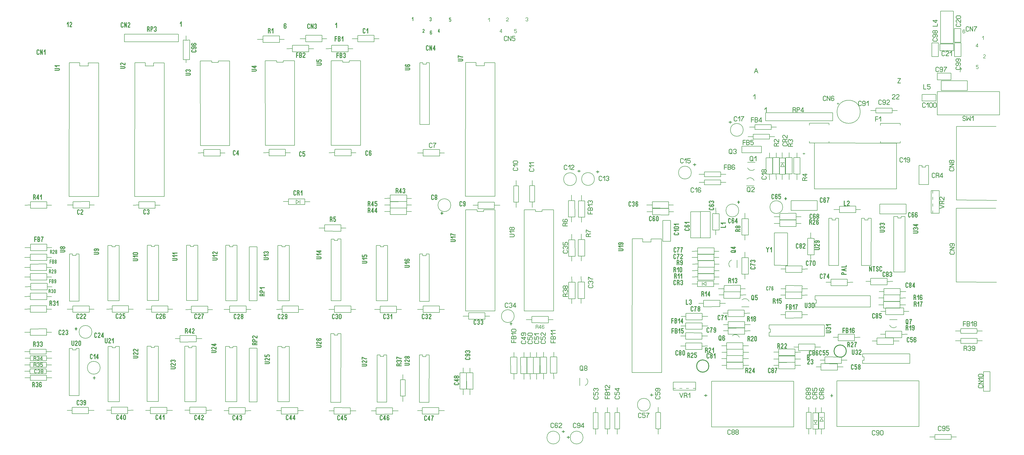
<source format=gbr>
%FSLAX34Y34*%
%MOMM*%
%LNSILK_TOP*%
G71*
G01*
%ADD10C, 0.318*%
%ADD11C, 0.238*%
%ADD12C, 0.222*%
%ADD13C, 0.167*%
%ADD14C, 0.150*%
%ADD15C, 0.300*%
%LPD*%
G54D10*
X280062Y384784D02*
X279173Y382561D01*
X277396Y381450D01*
X275618Y381450D01*
X273840Y382561D01*
X272951Y384784D01*
X272951Y395894D01*
X273840Y398117D01*
X275618Y399228D01*
X277396Y399228D01*
X279173Y398117D01*
X280062Y395894D01*
G54D10*
X286284Y395894D02*
X287173Y398117D01*
X288951Y399228D01*
X290728Y399228D01*
X292506Y398117D01*
X293395Y395894D01*
X293395Y393672D01*
X292506Y391450D01*
X290728Y390339D01*
X292506Y389228D01*
X293395Y387006D01*
X293395Y384784D01*
X292506Y382561D01*
X290728Y381450D01*
X288951Y381450D01*
X287173Y382561D01*
X286284Y384784D01*
G54D10*
X299617Y384784D02*
X300506Y382561D01*
X302284Y381450D01*
X304062Y381450D01*
X305839Y382561D01*
X306728Y384784D01*
X306728Y390339D01*
X306728Y391450D01*
X304062Y389228D01*
X302284Y389228D01*
X300506Y390339D01*
X299617Y392561D01*
X299617Y395894D01*
X300506Y398117D01*
X302284Y399228D01*
X304062Y399228D01*
X305839Y398117D01*
X306728Y395894D01*
X306728Y390339D01*
G54D10*
X434562Y327384D02*
X433673Y325161D01*
X431896Y324050D01*
X430118Y324050D01*
X428340Y325161D01*
X427451Y327384D01*
X427451Y338494D01*
X428340Y340717D01*
X430118Y341828D01*
X431896Y341828D01*
X433673Y340717D01*
X434562Y338494D01*
G54D10*
X446117Y324050D02*
X446117Y341828D01*
X440784Y330717D01*
X440784Y328494D01*
X447895Y328494D01*
G54D10*
X461228Y338494D02*
X461228Y327384D01*
X460339Y325161D01*
X458562Y324050D01*
X456784Y324050D01*
X455006Y325161D01*
X454117Y327384D01*
X454117Y338494D01*
X455006Y340717D01*
X456784Y341828D01*
X458562Y341828D01*
X460339Y340717D01*
X461228Y338494D01*
G54D10*
X586995Y327384D02*
X586106Y325161D01*
X584328Y324050D01*
X582551Y324050D01*
X580773Y325161D01*
X579884Y327384D01*
X579884Y338494D01*
X580773Y340717D01*
X582551Y341828D01*
X584328Y341828D01*
X586106Y340717D01*
X586995Y338494D01*
G54D10*
X598550Y324050D02*
X598550Y341828D01*
X593217Y330717D01*
X593217Y328494D01*
X600328Y328494D01*
G54D10*
X606550Y335161D02*
X610994Y341828D01*
X610994Y324050D01*
G54D10*
X104006Y459939D02*
X106673Y457717D01*
X107562Y455494D01*
X107562Y451050D01*
G54D10*
X100451Y451050D02*
X100451Y468828D01*
X104896Y468828D01*
X106673Y467717D01*
X107562Y465494D01*
X107562Y463272D01*
X106673Y461050D01*
X104896Y459939D01*
X100451Y459939D01*
G54D10*
X113784Y465494D02*
X114673Y467717D01*
X116451Y468828D01*
X118228Y468828D01*
X120006Y467717D01*
X120895Y465494D01*
X120895Y463272D01*
X120006Y461050D01*
X118228Y459939D01*
X120006Y458828D01*
X120895Y456606D01*
X120895Y454384D01*
X120006Y452161D01*
X118228Y451050D01*
X116451Y451050D01*
X114673Y452161D01*
X113784Y454384D01*
G54D10*
X134228Y465494D02*
X133339Y467717D01*
X131562Y468828D01*
X129784Y468828D01*
X128006Y467717D01*
X127117Y465494D01*
X127117Y459939D01*
X127117Y458828D01*
X129784Y461050D01*
X131562Y461050D01*
X133339Y459939D01*
X134228Y457717D01*
X134228Y454384D01*
X133339Y452161D01*
X131562Y451050D01*
X129784Y451050D01*
X128006Y452161D01*
X127117Y454384D01*
X127117Y459939D01*
G54D11*
X115275Y508470D02*
X114275Y506804D01*
X112275Y505970D01*
X110275Y505970D01*
X108275Y506804D01*
X107275Y508470D01*
X107275Y516804D01*
X108275Y518470D01*
X110275Y519304D01*
X112275Y519304D01*
X114275Y518470D01*
X115275Y516804D01*
G54D11*
X119942Y516804D02*
X120942Y518470D01*
X122942Y519304D01*
X124942Y519304D01*
X126942Y518470D01*
X127942Y516804D01*
X127942Y515137D01*
X126942Y513470D01*
X124942Y512637D01*
X126942Y511804D01*
X127942Y510137D01*
X127942Y508470D01*
X126942Y506804D01*
X124942Y505970D01*
X122942Y505970D01*
X120942Y506804D01*
X119942Y508470D01*
G54D11*
X137609Y512637D02*
X135609Y512637D01*
X133609Y513470D01*
X132609Y515137D01*
X132609Y516804D01*
X133609Y518470D01*
X135609Y519304D01*
X137609Y519304D01*
X139609Y518470D01*
X140609Y516804D01*
X140609Y515137D01*
X139609Y513470D01*
X137609Y512637D01*
X139609Y511804D01*
X140609Y510137D01*
X140609Y508470D01*
X139609Y506804D01*
X137609Y505970D01*
X135609Y505970D01*
X133609Y506804D01*
X132609Y508470D01*
X132609Y510137D01*
X133609Y511804D01*
X135609Y512637D01*
G54D11*
X109130Y537732D02*
X112130Y536065D01*
X113130Y534398D01*
X113130Y531065D01*
G54D11*
X105130Y531065D02*
X105130Y544398D01*
X110130Y544398D01*
X112130Y543565D01*
X113130Y541898D01*
X113130Y540232D01*
X112130Y538565D01*
X110130Y537732D01*
X105130Y537732D01*
G54D11*
X117797Y541898D02*
X118797Y543565D01*
X120797Y544398D01*
X122797Y544398D01*
X124797Y543565D01*
X125797Y541898D01*
X125797Y540232D01*
X124797Y538565D01*
X122797Y537732D01*
X124797Y536898D01*
X125797Y535232D01*
X125797Y533565D01*
X124797Y531898D01*
X122797Y531065D01*
X120797Y531065D01*
X118797Y531898D01*
X117797Y533565D01*
G54D11*
X138464Y544398D02*
X130464Y544398D01*
X130464Y538565D01*
X131464Y538565D01*
X133464Y539398D01*
X135464Y539398D01*
X137464Y538565D01*
X138464Y536898D01*
X138464Y533565D01*
X137464Y531898D01*
X135464Y531065D01*
X133464Y531065D01*
X131464Y531898D01*
X130464Y533565D01*
G54D11*
X108494Y563203D02*
X111494Y561536D01*
X112494Y559870D01*
X112494Y556536D01*
G54D11*
X104494Y556536D02*
X104494Y569870D01*
X109494Y569870D01*
X111494Y569036D01*
X112494Y567370D01*
X112494Y565703D01*
X111494Y564036D01*
X109494Y563203D01*
X104494Y563203D01*
G54D11*
X117161Y567370D02*
X118161Y569036D01*
X120161Y569870D01*
X122161Y569870D01*
X124161Y569036D01*
X125161Y567370D01*
X125161Y565703D01*
X124161Y564036D01*
X122161Y563203D01*
X124161Y562370D01*
X125161Y560703D01*
X125161Y559036D01*
X124161Y557370D01*
X122161Y556536D01*
X120161Y556536D01*
X118161Y557370D01*
X117161Y559036D01*
G54D11*
X135828Y556536D02*
X135828Y569870D01*
X129828Y561536D01*
X129828Y559870D01*
X137828Y559870D01*
G54D10*
X107506Y618039D02*
X110173Y615817D01*
X111062Y613594D01*
X111062Y609150D01*
G54D10*
X103951Y609150D02*
X103951Y626928D01*
X108396Y626928D01*
X110173Y625817D01*
X111062Y623594D01*
X111062Y621372D01*
X110173Y619150D01*
X108396Y618039D01*
X103951Y618039D01*
G54D10*
X117284Y623594D02*
X118173Y625817D01*
X119951Y626928D01*
X121728Y626928D01*
X123506Y625817D01*
X124395Y623594D01*
X124395Y621372D01*
X123506Y619150D01*
X121728Y618039D01*
X123506Y616928D01*
X124395Y614706D01*
X124395Y612484D01*
X123506Y610261D01*
X121728Y609150D01*
X119951Y609150D01*
X118173Y610261D01*
X117284Y612484D01*
G54D10*
X130617Y623594D02*
X131506Y625817D01*
X133284Y626928D01*
X135062Y626928D01*
X136839Y625817D01*
X137728Y623594D01*
X137728Y621372D01*
X136839Y619150D01*
X135062Y618039D01*
X136839Y616928D01*
X137728Y614706D01*
X137728Y612484D01*
X136839Y610261D01*
X135062Y609150D01*
X133284Y609150D01*
X131506Y610261D01*
X130617Y612484D01*
G54D10*
X210462Y657684D02*
X209573Y655461D01*
X207796Y654350D01*
X206018Y654350D01*
X204240Y655461D01*
X203351Y657684D01*
X203351Y668794D01*
X204240Y671017D01*
X206018Y672128D01*
X207796Y672128D01*
X209573Y671017D01*
X210462Y668794D01*
G54D10*
X223795Y654350D02*
X216684Y654350D01*
X216684Y655461D01*
X217573Y657684D01*
X222906Y664350D01*
X223795Y666572D01*
X223795Y668794D01*
X222906Y671017D01*
X221128Y672128D01*
X219351Y672128D01*
X217573Y671017D01*
X216684Y668794D01*
G54D10*
X230017Y668794D02*
X230906Y671017D01*
X232684Y672128D01*
X234462Y672128D01*
X236239Y671017D01*
X237128Y668794D01*
X237128Y666572D01*
X236239Y664350D01*
X234462Y663239D01*
X236239Y662128D01*
X237128Y659906D01*
X237128Y657684D01*
X236239Y655461D01*
X234462Y654350D01*
X232684Y654350D01*
X230906Y655461D01*
X230017Y657684D01*
G54D10*
X253351Y630228D02*
X253351Y615784D01*
X254240Y613561D01*
X256018Y612450D01*
X257796Y612450D01*
X259573Y613561D01*
X260462Y615784D01*
X260462Y630228D01*
G54D10*
X273795Y612450D02*
X266684Y612450D01*
X266684Y613561D01*
X267573Y615784D01*
X272906Y622450D01*
X273795Y624672D01*
X273795Y626894D01*
X272906Y629117D01*
X271128Y630228D01*
X269351Y630228D01*
X267573Y629117D01*
X266684Y626894D01*
G54D10*
X287128Y626894D02*
X287128Y615784D01*
X286239Y613561D01*
X284462Y612450D01*
X282684Y612450D01*
X280906Y613561D01*
X280017Y615784D01*
X280017Y626894D01*
X280906Y629117D01*
X282684Y630228D01*
X284462Y630228D01*
X286239Y629117D01*
X287128Y626894D01*
G54D10*
X382884Y639928D02*
X382884Y625484D01*
X383773Y623261D01*
X385551Y622150D01*
X387328Y622150D01*
X389106Y623261D01*
X389995Y625484D01*
X389995Y639928D01*
G54D10*
X403328Y622150D02*
X396217Y622150D01*
X396217Y623261D01*
X397106Y625484D01*
X402439Y632150D01*
X403328Y634372D01*
X403328Y636594D01*
X402439Y638817D01*
X400662Y639928D01*
X398884Y639928D01*
X397106Y638817D01*
X396217Y636594D01*
G54D10*
X409550Y633261D02*
X413994Y639928D01*
X413994Y622150D01*
G54D10*
X331821Y564084D02*
X330932Y561861D01*
X329154Y560750D01*
X327377Y560750D01*
X325599Y561861D01*
X324710Y564084D01*
X324710Y575194D01*
X325599Y577417D01*
X327377Y578528D01*
X329154Y578528D01*
X330932Y577417D01*
X331821Y575194D01*
G54D10*
X338043Y571861D02*
X342488Y578528D01*
X342488Y560750D01*
G54D10*
X354042Y560750D02*
X354042Y578528D01*
X348709Y567417D01*
X348709Y565194D01*
X355820Y565194D01*
G54D10*
X265428Y677028D02*
X272539Y677028D01*
G54D10*
X268984Y681472D02*
X268984Y672584D01*
G54D10*
X279962Y720584D02*
X279073Y718361D01*
X277296Y717250D01*
X275518Y717250D01*
X273740Y718361D01*
X272851Y720584D01*
X272851Y731694D01*
X273740Y733917D01*
X275518Y735028D01*
X277296Y735028D01*
X279073Y733917D01*
X279962Y731694D01*
G54D10*
X293295Y717250D02*
X286184Y717250D01*
X286184Y718361D01*
X287073Y720584D01*
X292406Y727250D01*
X293295Y729472D01*
X293295Y731694D01*
X292406Y733917D01*
X290628Y735028D01*
X288851Y735028D01*
X287073Y733917D01*
X286184Y731694D01*
G54D10*
X306628Y717250D02*
X299517Y717250D01*
X299517Y718361D01*
X300406Y720584D01*
X305739Y727250D01*
X306628Y729472D01*
X306628Y731694D01*
X305739Y733917D01*
X303962Y735028D01*
X302184Y735028D01*
X300406Y733917D01*
X299517Y731694D01*
G54D10*
X348987Y646884D02*
X348098Y644661D01*
X346320Y643550D01*
X344543Y643550D01*
X342765Y644661D01*
X341876Y646884D01*
X341876Y657994D01*
X342765Y660217D01*
X344543Y661328D01*
X346320Y661328D01*
X348098Y660217D01*
X348987Y657994D01*
G54D10*
X362320Y643550D02*
X355209Y643550D01*
X355209Y644661D01*
X356098Y646884D01*
X361431Y653550D01*
X362320Y655772D01*
X362320Y657994D01*
X361431Y660217D01*
X359654Y661328D01*
X357876Y661328D01*
X356098Y660217D01*
X355209Y657994D01*
G54D10*
X373875Y643550D02*
X373875Y661328D01*
X368542Y650217D01*
X368542Y647994D01*
X375653Y647994D01*
G54D10*
X432162Y720984D02*
X431273Y718761D01*
X429496Y717650D01*
X427718Y717650D01*
X425940Y718761D01*
X425051Y720984D01*
X425051Y732094D01*
X425940Y734317D01*
X427718Y735428D01*
X429496Y735428D01*
X431273Y734317D01*
X432162Y732094D01*
G54D10*
X445495Y717650D02*
X438384Y717650D01*
X438384Y718761D01*
X439273Y720984D01*
X444606Y727650D01*
X445495Y729872D01*
X445495Y732094D01*
X444606Y734317D01*
X442828Y735428D01*
X441051Y735428D01*
X439273Y734317D01*
X438384Y732094D01*
G54D10*
X458828Y735428D02*
X451717Y735428D01*
X451717Y727650D01*
X452606Y727650D01*
X454384Y728761D01*
X456162Y728761D01*
X457939Y727650D01*
X458828Y725428D01*
X458828Y720984D01*
X457939Y718761D01*
X456162Y717650D01*
X454384Y717650D01*
X452606Y718761D01*
X451717Y720984D01*
G54D10*
X491572Y563851D02*
X506016Y563851D01*
X508239Y564740D01*
X509350Y566518D01*
X509350Y568296D01*
X508239Y570073D01*
X506016Y570962D01*
X491572Y570962D01*
G54D10*
X509350Y584295D02*
X509350Y577184D01*
X508239Y577184D01*
X506016Y578073D01*
X499350Y583406D01*
X497128Y584295D01*
X494906Y584295D01*
X492684Y583406D01*
X491572Y581628D01*
X491572Y579851D01*
X492684Y578073D01*
X494906Y577184D01*
G54D10*
X509350Y597628D02*
X509350Y590517D01*
X508239Y590517D01*
X506016Y591406D01*
X499350Y596739D01*
X497128Y597628D01*
X494906Y597628D01*
X492684Y596739D01*
X491572Y594962D01*
X491572Y593184D01*
X492684Y591406D01*
X494906Y590517D01*
G54D10*
X588362Y720584D02*
X587473Y718361D01*
X585696Y717250D01*
X583918Y717250D01*
X582140Y718361D01*
X581251Y720584D01*
X581251Y731694D01*
X582140Y733917D01*
X583918Y735028D01*
X585696Y735028D01*
X587473Y733917D01*
X588362Y731694D01*
G54D10*
X601695Y717250D02*
X594584Y717250D01*
X594584Y718361D01*
X595473Y720584D01*
X600806Y727250D01*
X601695Y729472D01*
X601695Y731694D01*
X600806Y733917D01*
X599028Y735028D01*
X597251Y735028D01*
X595473Y733917D01*
X594584Y731694D01*
G54D10*
X615028Y731694D02*
X614139Y733917D01*
X612362Y735028D01*
X610584Y735028D01*
X608806Y733917D01*
X607917Y731694D01*
X607917Y726139D01*
X607917Y725028D01*
X610584Y727250D01*
X612362Y727250D01*
X614139Y726139D01*
X615028Y723917D01*
X615028Y720584D01*
X614139Y718361D01*
X612362Y717250D01*
X610584Y717250D01*
X608806Y718361D01*
X607917Y720584D01*
X607917Y726139D01*
G54D10*
X737992Y720584D02*
X737103Y718361D01*
X735326Y717250D01*
X733548Y717250D01*
X731770Y718361D01*
X730881Y720584D01*
X730881Y731694D01*
X731770Y733917D01*
X733548Y735028D01*
X735326Y735028D01*
X737103Y733917D01*
X737992Y731694D01*
G54D10*
X751325Y717250D02*
X744214Y717250D01*
X744214Y718361D01*
X745103Y720584D01*
X750436Y727250D01*
X751325Y729472D01*
X751325Y731694D01*
X750436Y733917D01*
X748658Y735028D01*
X746881Y735028D01*
X745103Y733917D01*
X744214Y731694D01*
G54D10*
X757547Y735028D02*
X764658Y735028D01*
X763769Y732806D01*
X761992Y729472D01*
X760214Y725028D01*
X759325Y721694D01*
X759325Y717250D01*
G54D10*
X890962Y719984D02*
X890073Y717761D01*
X888296Y716650D01*
X886518Y716650D01*
X884740Y717761D01*
X883851Y719984D01*
X883851Y731094D01*
X884740Y733317D01*
X886518Y734428D01*
X888296Y734428D01*
X890073Y733317D01*
X890962Y731094D01*
G54D10*
X904295Y716650D02*
X897184Y716650D01*
X897184Y717761D01*
X898073Y719984D01*
X903406Y726650D01*
X904295Y728872D01*
X904295Y731094D01*
X903406Y733317D01*
X901628Y734428D01*
X899851Y734428D01*
X898073Y733317D01*
X897184Y731094D01*
G54D10*
X914962Y725539D02*
X913184Y725539D01*
X911406Y726650D01*
X910517Y728872D01*
X910517Y731094D01*
X911406Y733317D01*
X913184Y734428D01*
X914962Y734428D01*
X916739Y733317D01*
X917628Y731094D01*
X917628Y728872D01*
X916739Y726650D01*
X914962Y725539D01*
X916739Y724428D01*
X917628Y722206D01*
X917628Y719984D01*
X916739Y717761D01*
X914962Y716650D01*
X913184Y716650D01*
X911406Y717761D01*
X910517Y719984D01*
X910517Y722206D01*
X911406Y724428D01*
X913184Y725539D01*
G54D10*
X698106Y669039D02*
X700773Y666817D01*
X701662Y664594D01*
X701662Y660150D01*
G54D10*
X694551Y660150D02*
X694551Y677928D01*
X698996Y677928D01*
X700773Y676817D01*
X701662Y674594D01*
X701662Y672372D01*
X700773Y670150D01*
X698996Y669039D01*
X694551Y669039D01*
G54D10*
X713217Y660150D02*
X713217Y677928D01*
X707884Y666817D01*
X707884Y664594D01*
X714995Y664594D01*
G54D10*
X728328Y660150D02*
X721217Y660150D01*
X721217Y661261D01*
X722106Y663484D01*
X727439Y670150D01*
X728328Y672372D01*
X728328Y674594D01*
X727439Y676817D01*
X725662Y677928D01*
X723884Y677928D01*
X722106Y676817D01*
X721217Y674594D01*
G54D10*
X637072Y521951D02*
X651516Y521951D01*
X653739Y522840D01*
X654850Y524618D01*
X654850Y526396D01*
X653739Y528173D01*
X651516Y529062D01*
X637072Y529062D01*
G54D10*
X654850Y542395D02*
X654850Y535284D01*
X653739Y535284D01*
X651516Y536173D01*
X644850Y541506D01*
X642628Y542395D01*
X640406Y542395D01*
X638184Y541506D01*
X637072Y539728D01*
X637072Y537951D01*
X638184Y536173D01*
X640406Y535284D01*
G54D10*
X640406Y548617D02*
X638184Y549506D01*
X637072Y551284D01*
X637072Y553062D01*
X638184Y554839D01*
X640406Y555728D01*
X642628Y555728D01*
X644850Y554839D01*
X645961Y553062D01*
X647072Y554839D01*
X649294Y555728D01*
X651516Y555728D01*
X653739Y554839D01*
X654850Y553062D01*
X654850Y551284D01*
X653739Y549506D01*
X651516Y548617D01*
G54D10*
X796172Y584876D02*
X810616Y584876D01*
X812839Y585765D01*
X813950Y587543D01*
X813950Y589320D01*
X812839Y591098D01*
X810616Y591987D01*
X796172Y591987D01*
G54D10*
X813950Y605320D02*
X813950Y598209D01*
X812839Y598209D01*
X810616Y599098D01*
X803950Y604431D01*
X801728Y605320D01*
X799506Y605320D01*
X797284Y604431D01*
X796172Y602654D01*
X796172Y600876D01*
X797284Y599098D01*
X799506Y598209D01*
G54D10*
X813950Y616875D02*
X796172Y616875D01*
X807284Y611542D01*
X809506Y611542D01*
X809506Y618653D01*
G54D10*
X992987Y809540D02*
X995210Y812206D01*
X997432Y813095D01*
X1001876Y813095D01*
G54D10*
X1001876Y805984D02*
X984098Y805984D01*
X984098Y810428D01*
X985210Y812206D01*
X987432Y813095D01*
X989654Y813095D01*
X991876Y812206D01*
X992987Y810428D01*
X992987Y805984D01*
G54D10*
X1001876Y819317D02*
X984098Y819317D01*
X984098Y823762D01*
X985210Y825539D01*
X987432Y826428D01*
X989654Y826428D01*
X991876Y825539D01*
X992987Y823762D01*
X992987Y819317D01*
G54D10*
X990765Y832650D02*
X984098Y837094D01*
X1001876Y837094D01*
G54D10*
X963861Y618906D02*
X966084Y621573D01*
X968306Y622462D01*
X972750Y622462D01*
G54D10*
X972750Y615351D02*
X954972Y615351D01*
X954972Y619796D01*
X956084Y621573D01*
X958306Y622462D01*
X960528Y622462D01*
X962750Y621573D01*
X963861Y619796D01*
X963861Y615351D01*
G54D10*
X972750Y628684D02*
X954972Y628684D01*
X954972Y633128D01*
X956084Y634906D01*
X958306Y635795D01*
X960528Y635795D01*
X962750Y634906D01*
X963861Y633128D01*
X963861Y628684D01*
G54D10*
X972750Y649128D02*
X972750Y642017D01*
X971639Y642017D01*
X969416Y642906D01*
X962750Y648239D01*
X960528Y649128D01*
X958306Y649128D01*
X956084Y648239D01*
X954972Y646462D01*
X954972Y644684D01*
X956084Y642906D01*
X958306Y642017D01*
G54D10*
X1003572Y541951D02*
X1018016Y541951D01*
X1020239Y542840D01*
X1021350Y544618D01*
X1021350Y546396D01*
X1020239Y548173D01*
X1018016Y549062D01*
X1003572Y549062D01*
G54D10*
X1021350Y562395D02*
X1021350Y555284D01*
X1020239Y555284D01*
X1018016Y556173D01*
X1011350Y561506D01*
X1009128Y562395D01*
X1006906Y562395D01*
X1004684Y561506D01*
X1003572Y559728D01*
X1003572Y557951D01*
X1004684Y556173D01*
X1006906Y555284D01*
G54D10*
X1003572Y575728D02*
X1003572Y568617D01*
X1011350Y568617D01*
X1011350Y569506D01*
X1010239Y571284D01*
X1010239Y573062D01*
X1011350Y574839D01*
X1013572Y575728D01*
X1018016Y575728D01*
X1020239Y574839D01*
X1021350Y573062D01*
X1021350Y571284D01*
X1020239Y569506D01*
X1018016Y568617D01*
G54D10*
X1203972Y605651D02*
X1218417Y605651D01*
X1220639Y606540D01*
X1221750Y608318D01*
X1221750Y610096D01*
X1220639Y611873D01*
X1218417Y612762D01*
X1203972Y612762D01*
G54D10*
X1221750Y626095D02*
X1221750Y618984D01*
X1220639Y618984D01*
X1218417Y619873D01*
X1211750Y625206D01*
X1209528Y626095D01*
X1207306Y626095D01*
X1205084Y625206D01*
X1203972Y623428D01*
X1203972Y621651D01*
X1205084Y619873D01*
X1207306Y618984D01*
G54D10*
X1207306Y639428D02*
X1205084Y638539D01*
X1203972Y636762D01*
X1203972Y634984D01*
X1205084Y633206D01*
X1207306Y632317D01*
X1212861Y632317D01*
X1213972Y632317D01*
X1211750Y634984D01*
X1211750Y636762D01*
X1212861Y638539D01*
X1215084Y639428D01*
X1218417Y639428D01*
X1220639Y638539D01*
X1221750Y636762D01*
X1221750Y634984D01*
X1220639Y633206D01*
X1218417Y632317D01*
X1212861Y632317D01*
G54D10*
X1061962Y719384D02*
X1061073Y717161D01*
X1059296Y716050D01*
X1057518Y716050D01*
X1055740Y717161D01*
X1054851Y719384D01*
X1054851Y730494D01*
X1055740Y732717D01*
X1057518Y733828D01*
X1059296Y733828D01*
X1061073Y732717D01*
X1061962Y730494D01*
G54D10*
X1075295Y716050D02*
X1068184Y716050D01*
X1068184Y717161D01*
X1069073Y719384D01*
X1074406Y726050D01*
X1075295Y728272D01*
X1075295Y730494D01*
X1074406Y732717D01*
X1072628Y733828D01*
X1070851Y733828D01*
X1069073Y732717D01*
X1068184Y730494D01*
G54D10*
X1081517Y719384D02*
X1082406Y717161D01*
X1084184Y716050D01*
X1085962Y716050D01*
X1087739Y717161D01*
X1088628Y719384D01*
X1088628Y724939D01*
X1088628Y726050D01*
X1085962Y723828D01*
X1084184Y723828D01*
X1082406Y724939D01*
X1081517Y727161D01*
X1081517Y730494D01*
X1082406Y732717D01*
X1084184Y733828D01*
X1085962Y733828D01*
X1087739Y732717D01*
X1088628Y730494D01*
X1088628Y724939D01*
G54D10*
X1272462Y719384D02*
X1271573Y717161D01*
X1269796Y716050D01*
X1268018Y716050D01*
X1266240Y717161D01*
X1265351Y719384D01*
X1265351Y730494D01*
X1266240Y732717D01*
X1268018Y733828D01*
X1269796Y733828D01*
X1271573Y732717D01*
X1272462Y730494D01*
G54D10*
X1278684Y730494D02*
X1279573Y732717D01*
X1281351Y733828D01*
X1283128Y733828D01*
X1284906Y732717D01*
X1285795Y730494D01*
X1285795Y728272D01*
X1284906Y726050D01*
X1283128Y724939D01*
X1284906Y723828D01*
X1285795Y721606D01*
X1285795Y719384D01*
X1284906Y717161D01*
X1283128Y716050D01*
X1281351Y716050D01*
X1279573Y717161D01*
X1278684Y719384D01*
G54D10*
X1299128Y730494D02*
X1299128Y719384D01*
X1298239Y717161D01*
X1296462Y716050D01*
X1294684Y716050D01*
X1292906Y717161D01*
X1292017Y719384D01*
X1292017Y730494D01*
X1292906Y732717D01*
X1294684Y733828D01*
X1296462Y733828D01*
X1298239Y732717D01*
X1299128Y730494D01*
G54D10*
X737362Y326784D02*
X736473Y324561D01*
X734696Y323450D01*
X732918Y323450D01*
X731140Y324561D01*
X730251Y326784D01*
X730251Y337894D01*
X731140Y340117D01*
X732918Y341228D01*
X734696Y341228D01*
X736473Y340117D01*
X737362Y337894D01*
G54D10*
X748917Y323450D02*
X748917Y341228D01*
X743584Y330117D01*
X743584Y327894D01*
X750695Y327894D01*
G54D10*
X764028Y323450D02*
X756917Y323450D01*
X756917Y324561D01*
X757806Y326784D01*
X763139Y333450D01*
X764028Y335672D01*
X764028Y337894D01*
X763139Y340117D01*
X761362Y341228D01*
X759584Y341228D01*
X757806Y340117D01*
X756917Y337894D01*
G54D10*
X886062Y326184D02*
X885173Y323961D01*
X883396Y322850D01*
X881618Y322850D01*
X879840Y323961D01*
X878951Y326184D01*
X878951Y337294D01*
X879840Y339517D01*
X881618Y340628D01*
X883396Y340628D01*
X885173Y339517D01*
X886062Y337294D01*
G54D10*
X897617Y322850D02*
X897617Y340628D01*
X892284Y329517D01*
X892284Y327294D01*
X899395Y327294D01*
G54D10*
X905617Y337294D02*
X906506Y339517D01*
X908284Y340628D01*
X910062Y340628D01*
X911839Y339517D01*
X912728Y337294D01*
X912728Y335072D01*
X911839Y332850D01*
X910062Y331739D01*
X911839Y330628D01*
X912728Y328406D01*
X912728Y326184D01*
X911839Y323961D01*
X910062Y322850D01*
X908284Y322850D01*
X906506Y323961D01*
X905617Y326184D01*
G54D10*
X1093187Y326484D02*
X1092298Y324261D01*
X1090520Y323150D01*
X1088743Y323150D01*
X1086965Y324261D01*
X1086076Y326484D01*
X1086076Y337594D01*
X1086965Y339817D01*
X1088743Y340928D01*
X1090520Y340928D01*
X1092298Y339817D01*
X1093187Y337594D01*
G54D10*
X1104742Y323150D02*
X1104742Y340928D01*
X1099409Y329817D01*
X1099409Y327594D01*
X1106520Y327594D01*
G54D10*
X1118076Y323150D02*
X1118076Y340928D01*
X1112742Y329817D01*
X1112742Y327594D01*
X1119853Y327594D01*
G54D10*
X1293462Y325684D02*
X1292573Y323461D01*
X1290796Y322350D01*
X1289018Y322350D01*
X1287240Y323461D01*
X1286351Y325684D01*
X1286351Y336794D01*
X1287240Y339017D01*
X1289018Y340128D01*
X1290796Y340128D01*
X1292573Y339017D01*
X1293462Y336794D01*
G54D10*
X1305018Y322350D02*
X1305018Y340128D01*
X1299684Y329017D01*
X1299684Y326794D01*
X1306795Y326794D01*
G54D10*
X1320128Y340128D02*
X1313017Y340128D01*
X1313017Y332350D01*
X1313906Y332350D01*
X1315684Y333461D01*
X1317462Y333461D01*
X1319239Y332350D01*
X1320128Y330128D01*
X1320128Y325684D01*
X1319239Y323461D01*
X1317462Y322350D01*
X1315684Y322350D01*
X1313906Y323461D01*
X1313017Y325684D01*
G54D10*
X1458562Y325684D02*
X1457673Y323461D01*
X1455896Y322350D01*
X1454118Y322350D01*
X1452340Y323461D01*
X1451451Y325684D01*
X1451451Y336794D01*
X1452340Y339017D01*
X1454118Y340128D01*
X1455896Y340128D01*
X1457673Y339017D01*
X1458562Y336794D01*
G54D10*
X1470118Y322350D02*
X1470118Y340128D01*
X1464784Y329017D01*
X1464784Y326794D01*
X1471895Y326794D01*
G54D10*
X1485228Y336794D02*
X1484339Y339017D01*
X1482562Y340128D01*
X1480784Y340128D01*
X1479006Y339017D01*
X1478117Y336794D01*
X1478117Y331239D01*
X1478117Y330128D01*
X1480784Y332350D01*
X1482562Y332350D01*
X1484339Y331239D01*
X1485228Y329017D01*
X1485228Y325684D01*
X1484339Y323461D01*
X1482562Y322350D01*
X1480784Y322350D01*
X1479006Y323461D01*
X1478117Y325684D01*
X1478117Y331239D01*
G54D10*
X1631092Y324384D02*
X1630203Y322161D01*
X1628426Y321050D01*
X1626648Y321050D01*
X1624870Y322161D01*
X1623981Y324384D01*
X1623981Y335494D01*
X1624870Y337717D01*
X1626648Y338828D01*
X1628426Y338828D01*
X1630203Y337717D01*
X1631092Y335494D01*
G54D10*
X1642648Y321050D02*
X1642648Y338828D01*
X1637314Y327717D01*
X1637314Y325494D01*
X1644425Y325494D01*
G54D10*
X1650647Y338828D02*
X1657758Y338828D01*
X1656869Y336606D01*
X1655092Y333272D01*
X1653314Y328828D01*
X1652425Y325494D01*
X1652425Y321050D01*
G54D10*
X1471795Y719784D02*
X1470906Y717561D01*
X1469128Y716450D01*
X1467351Y716450D01*
X1465573Y717561D01*
X1464684Y719784D01*
X1464684Y730894D01*
X1465573Y733117D01*
X1467351Y734228D01*
X1469128Y734228D01*
X1470906Y733117D01*
X1471795Y730894D01*
G54D10*
X1478017Y730894D02*
X1478906Y733117D01*
X1480684Y734228D01*
X1482462Y734228D01*
X1484239Y733117D01*
X1485128Y730894D01*
X1485128Y728672D01*
X1484239Y726450D01*
X1482462Y725339D01*
X1484239Y724228D01*
X1485128Y722006D01*
X1485128Y719784D01*
X1484239Y717561D01*
X1482462Y716450D01*
X1480684Y716450D01*
X1478906Y717561D01*
X1478017Y719784D01*
G54D10*
X1491350Y727561D02*
X1495794Y734228D01*
X1495794Y716450D01*
G54D10*
X1621862Y719784D02*
X1620973Y717561D01*
X1619196Y716450D01*
X1617418Y716450D01*
X1615640Y717561D01*
X1614751Y719784D01*
X1614751Y730894D01*
X1615640Y733117D01*
X1617418Y734228D01*
X1619196Y734228D01*
X1620973Y733117D01*
X1621862Y730894D01*
G54D10*
X1628084Y730894D02*
X1628973Y733117D01*
X1630751Y734228D01*
X1632528Y734228D01*
X1634306Y733117D01*
X1635195Y730894D01*
X1635195Y728672D01*
X1634306Y726450D01*
X1632528Y725339D01*
X1634306Y724228D01*
X1635195Y722006D01*
X1635195Y719784D01*
X1634306Y717561D01*
X1632528Y716450D01*
X1630751Y716450D01*
X1628973Y717561D01*
X1628084Y719784D01*
G54D10*
X1648528Y716450D02*
X1641417Y716450D01*
X1641417Y717561D01*
X1642306Y719784D01*
X1647639Y726450D01*
X1648528Y728672D01*
X1648528Y730894D01*
X1647639Y733117D01*
X1645862Y734228D01*
X1644084Y734228D01*
X1642306Y733117D01*
X1641417Y730894D01*
G54D10*
X1823162Y697884D02*
X1822273Y695661D01*
X1820496Y694550D01*
X1818718Y694550D01*
X1816940Y695661D01*
X1816051Y697884D01*
X1816051Y708994D01*
X1816940Y711217D01*
X1818718Y712328D01*
X1820496Y712328D01*
X1822273Y711217D01*
X1823162Y708994D01*
G54D10*
X1829384Y708994D02*
X1830273Y711217D01*
X1832051Y712328D01*
X1833828Y712328D01*
X1835606Y711217D01*
X1836495Y708994D01*
X1836495Y706772D01*
X1835606Y704550D01*
X1833828Y703439D01*
X1835606Y702328D01*
X1836495Y700106D01*
X1836495Y697884D01*
X1835606Y695661D01*
X1833828Y694550D01*
X1832051Y694550D01*
X1830273Y695661D01*
X1829384Y697884D01*
G54D10*
X1842717Y708994D02*
X1843606Y711217D01*
X1845384Y712328D01*
X1847162Y712328D01*
X1848939Y711217D01*
X1849828Y708994D01*
X1849828Y706772D01*
X1848939Y704550D01*
X1847162Y703439D01*
X1848939Y702328D01*
X1849828Y700106D01*
X1849828Y697884D01*
X1848939Y695661D01*
X1847162Y694550D01*
X1845384Y694550D01*
X1843606Y695661D01*
X1842717Y697884D01*
G54D12*
X1947117Y764084D02*
X1945784Y761861D01*
X1943117Y760750D01*
X1940450Y760750D01*
X1937784Y761861D01*
X1936450Y764084D01*
X1936450Y775194D01*
X1937784Y777417D01*
X1940450Y778528D01*
X1943117Y778528D01*
X1945784Y777417D01*
X1947117Y775194D01*
G54D12*
X1952006Y775194D02*
X1953340Y777417D01*
X1956006Y778528D01*
X1958673Y778528D01*
X1961340Y777417D01*
X1962673Y775194D01*
X1962673Y772972D01*
X1961340Y770750D01*
X1958673Y769639D01*
X1961340Y768528D01*
X1962673Y766306D01*
X1962673Y764084D01*
X1961340Y761861D01*
X1958673Y760750D01*
X1956006Y760750D01*
X1953340Y761861D01*
X1952006Y764084D01*
G54D12*
X1975562Y760750D02*
X1975562Y778528D01*
X1967562Y767417D01*
X1967562Y765194D01*
X1978229Y765194D01*
G54D13*
X2060750Y684717D02*
X2063750Y683050D01*
X2064750Y681384D01*
X2064750Y678050D01*
G54D13*
X2056750Y678050D02*
X2056750Y691384D01*
X2061750Y691384D01*
X2063750Y690550D01*
X2064750Y688884D01*
X2064750Y687217D01*
X2063750Y685550D01*
X2061750Y684717D01*
X2056750Y684717D01*
G54D13*
X2074417Y678050D02*
X2074417Y691384D01*
X2068417Y683050D01*
X2068417Y681384D01*
X2076417Y681384D01*
G54D13*
X2088084Y688884D02*
X2087084Y690550D01*
X2085084Y691384D01*
X2083084Y691384D01*
X2081084Y690550D01*
X2080084Y688884D01*
X2080084Y684717D01*
X2080084Y683884D01*
X2083084Y685550D01*
X2085084Y685550D01*
X2087084Y684717D01*
X2088084Y683050D01*
X2088084Y680550D01*
X2087084Y678884D01*
X2085084Y678050D01*
X2083084Y678050D01*
X2081084Y678884D01*
X2080084Y680550D01*
X2080084Y684717D01*
G54D12*
X1978650Y624450D02*
X1960872Y624450D01*
X1960872Y633784D01*
G54D12*
X1969761Y624450D02*
X1969761Y633784D01*
G54D12*
X1978650Y638672D02*
X1960872Y638672D01*
X1960872Y645339D01*
X1961984Y648006D01*
X1964206Y649339D01*
X1966428Y649339D01*
X1968650Y648006D01*
X1969761Y645339D01*
X1970872Y648006D01*
X1973094Y649339D01*
X1975317Y649339D01*
X1977539Y648006D01*
X1978650Y645339D01*
X1978650Y638672D01*
G54D12*
X1969761Y638672D02*
X1969761Y645339D01*
G54D12*
X1967539Y654228D02*
X1960872Y660895D01*
X1978650Y660895D01*
G54D12*
X1964206Y676451D02*
X1975317Y676451D01*
X1977539Y675118D01*
X1978650Y672451D01*
X1978650Y669784D01*
X1977539Y667118D01*
X1975317Y665784D01*
X1964206Y665784D01*
X1961984Y667118D01*
X1960872Y669784D01*
X1960872Y672451D01*
X1961984Y675118D01*
X1964206Y676451D01*
G54D12*
X2013717Y630917D02*
X2015939Y629584D01*
X2017050Y626917D01*
X2017050Y624250D01*
X2015939Y621584D01*
X2013717Y620250D01*
X2002606Y620250D01*
X2000384Y621584D01*
X1999272Y624250D01*
X1999272Y626917D01*
X2000384Y629584D01*
X2002606Y630917D01*
G54D12*
X2017050Y643806D02*
X1999272Y643806D01*
X2010384Y635806D01*
X2012606Y635806D01*
X2012606Y646473D01*
G54D12*
X2013717Y651362D02*
X2015939Y652696D01*
X2017050Y655362D01*
X2017050Y658029D01*
X2015939Y660696D01*
X2013717Y662029D01*
X2008161Y662029D01*
X2007050Y662029D01*
X2009272Y658029D01*
X2009272Y655362D01*
X2008161Y652696D01*
X2005939Y651362D01*
X2002606Y651362D01*
X2000384Y652696D01*
X1999272Y655362D01*
X1999272Y658029D01*
X2000384Y660696D01*
X2002606Y662029D01*
X2008161Y662029D01*
G54D12*
X2039117Y630517D02*
X2041339Y629184D01*
X2042450Y626517D01*
X2042450Y623850D01*
X2041339Y621184D01*
X2039117Y619850D01*
X2028006Y619850D01*
X2025784Y621184D01*
X2024672Y623850D01*
X2024672Y626517D01*
X2025784Y629184D01*
X2028006Y630517D01*
G54D12*
X2024672Y646073D02*
X2024672Y635406D01*
X2032450Y635406D01*
X2032450Y636740D01*
X2031339Y639406D01*
X2031339Y642073D01*
X2032450Y644740D01*
X2034672Y646073D01*
X2039117Y646073D01*
X2041339Y644740D01*
X2042450Y642073D01*
X2042450Y639406D01*
X2041339Y636740D01*
X2039117Y635406D01*
G54D12*
X2028006Y661629D02*
X2039117Y661629D01*
X2041339Y660296D01*
X2042450Y657629D01*
X2042450Y654962D01*
X2041339Y652296D01*
X2039117Y650962D01*
X2028006Y650962D01*
X2025784Y652296D01*
X2024672Y654962D01*
X2024672Y657629D01*
X2025784Y660296D01*
X2028006Y661629D01*
G54D12*
X2064417Y631717D02*
X2066639Y630384D01*
X2067750Y627717D01*
X2067750Y625050D01*
X2066639Y622384D01*
X2064417Y621050D01*
X2053306Y621050D01*
X2051084Y622384D01*
X2049972Y625050D01*
X2049972Y627717D01*
X2051084Y630384D01*
X2053306Y631717D01*
G54D12*
X2049972Y647273D02*
X2049972Y636606D01*
X2057750Y636606D01*
X2057750Y637940D01*
X2056639Y640606D01*
X2056639Y643273D01*
X2057750Y645940D01*
X2059972Y647273D01*
X2064417Y647273D01*
X2066639Y645940D01*
X2067750Y643273D01*
X2067750Y640606D01*
X2066639Y637940D01*
X2064417Y636606D01*
G54D12*
X2056639Y652162D02*
X2049972Y658829D01*
X2067750Y658829D01*
G54D12*
X2089716Y631317D02*
X2091939Y629983D01*
X2093050Y627317D01*
X2093050Y624650D01*
X2091939Y621984D01*
X2089716Y620650D01*
X2078606Y620650D01*
X2076384Y621984D01*
X2075272Y624650D01*
X2075272Y627317D01*
X2076384Y629983D01*
X2078606Y631317D01*
G54D12*
X2075272Y646873D02*
X2075272Y636206D01*
X2083050Y636206D01*
X2083050Y637539D01*
X2081939Y640206D01*
X2081939Y642873D01*
X2083050Y645539D01*
X2085272Y646873D01*
X2089716Y646873D01*
X2091939Y645539D01*
X2093050Y642873D01*
X2093050Y640206D01*
X2091939Y637539D01*
X2089716Y636206D01*
G54D12*
X2093050Y662429D02*
X2093050Y651762D01*
X2091939Y651762D01*
X2089716Y653095D01*
X2083050Y661095D01*
X2080828Y662429D01*
X2078606Y662429D01*
X2076384Y661095D01*
X2075272Y658429D01*
X2075272Y655762D01*
X2076384Y653095D01*
X2078606Y651762D01*
G54D12*
X2131850Y623150D02*
X2114072Y623150D01*
X2114072Y632483D01*
G54D12*
X2122961Y623150D02*
X2122961Y632483D01*
G54D12*
X2131850Y637372D02*
X2114072Y637372D01*
X2114072Y644039D01*
X2115184Y646705D01*
X2117406Y648039D01*
X2119628Y648039D01*
X2121850Y646705D01*
X2122961Y644039D01*
X2124072Y646705D01*
X2126294Y648039D01*
X2128516Y648039D01*
X2130739Y646705D01*
X2131850Y644039D01*
X2131850Y637372D01*
G54D12*
X2122961Y637372D02*
X2122961Y644039D01*
G54D12*
X2120739Y652928D02*
X2114072Y659595D01*
X2131850Y659595D01*
G54D12*
X2120739Y664484D02*
X2114072Y671151D01*
X2131850Y671151D01*
G54D12*
X2232583Y518984D02*
X2239250Y515650D01*
G54D12*
X2237917Y530094D02*
X2237917Y518984D01*
X2236583Y516761D01*
X2233917Y515650D01*
X2231250Y515650D01*
X2228583Y516761D01*
X2227250Y518984D01*
X2227250Y530094D01*
X2228583Y532317D01*
X2231250Y533428D01*
X2233917Y533428D01*
X2236583Y532317D01*
X2237917Y530094D01*
G54D12*
X2250806Y524539D02*
X2248139Y524539D01*
X2245472Y525650D01*
X2244139Y527872D01*
X2244139Y530094D01*
X2245472Y532317D01*
X2248139Y533428D01*
X2250806Y533428D01*
X2253472Y532317D01*
X2254806Y530094D01*
X2254806Y527872D01*
X2253472Y525650D01*
X2250806Y524539D01*
X2253472Y523428D01*
X2254806Y521206D01*
X2254806Y518984D01*
X2253472Y516761D01*
X2250806Y515650D01*
X2248139Y515650D01*
X2245472Y516761D01*
X2244139Y518984D01*
X2244139Y521206D01*
X2245472Y523428D01*
X2248139Y524539D01*
G54D12*
X2125017Y296584D02*
X2123683Y294361D01*
X2121017Y293250D01*
X2118350Y293250D01*
X2115683Y294361D01*
X2114350Y296584D01*
X2114350Y307694D01*
X2115683Y309917D01*
X2118350Y311028D01*
X2121017Y311028D01*
X2123683Y309917D01*
X2125017Y307694D01*
G54D12*
X2140573Y307694D02*
X2139239Y309917D01*
X2136573Y311028D01*
X2133906Y311028D01*
X2131239Y309917D01*
X2129906Y307694D01*
X2129906Y302139D01*
X2129906Y301028D01*
X2133906Y303250D01*
X2136573Y303250D01*
X2139239Y302139D01*
X2140573Y299917D01*
X2140573Y296584D01*
X2139239Y294361D01*
X2136573Y293250D01*
X2133906Y293250D01*
X2131239Y294361D01*
X2129906Y296584D01*
X2129906Y302139D01*
G54D12*
X2156129Y293250D02*
X2145462Y293250D01*
X2145462Y294361D01*
X2146795Y296584D01*
X2154795Y303250D01*
X2156129Y305472D01*
X2156129Y307694D01*
X2154795Y309917D01*
X2152129Y311028D01*
X2149462Y311028D01*
X2146795Y309917D01*
X2145462Y307694D01*
G54D12*
X2211517Y296184D02*
X2210183Y293961D01*
X2207517Y292850D01*
X2204850Y292850D01*
X2202183Y293961D01*
X2200850Y296184D01*
X2200850Y307294D01*
X2202183Y309517D01*
X2204850Y310628D01*
X2207517Y310628D01*
X2210183Y309517D01*
X2211517Y307294D01*
G54D12*
X2216406Y296184D02*
X2217739Y293961D01*
X2220406Y292850D01*
X2223073Y292850D01*
X2225739Y293961D01*
X2227073Y296184D01*
X2227073Y301739D01*
X2227073Y302850D01*
X2223073Y300628D01*
X2220406Y300628D01*
X2217739Y301739D01*
X2216406Y303961D01*
X2216406Y307294D01*
X2217739Y309517D01*
X2220406Y310628D01*
X2223073Y310628D01*
X2225739Y309517D01*
X2227073Y307294D01*
X2227073Y301739D01*
G54D12*
X2239962Y292850D02*
X2239962Y310628D01*
X2231962Y299517D01*
X2231962Y297294D01*
X2242629Y297294D01*
G54D12*
X2294616Y414917D02*
X2296839Y413583D01*
X2297950Y410917D01*
X2297950Y408250D01*
X2296839Y405583D01*
X2294616Y404250D01*
X2283506Y404250D01*
X2281284Y405583D01*
X2280172Y408250D01*
X2280172Y410917D01*
X2281284Y413583D01*
X2283506Y414917D01*
G54D12*
X2280172Y430473D02*
X2280172Y419806D01*
X2287950Y419806D01*
X2287950Y421139D01*
X2286839Y423806D01*
X2286839Y426473D01*
X2287950Y429139D01*
X2290172Y430473D01*
X2294616Y430473D01*
X2296839Y429139D01*
X2297950Y426473D01*
X2297950Y423806D01*
X2296839Y421139D01*
X2294616Y419806D01*
G54D12*
X2283506Y435362D02*
X2281284Y436695D01*
X2280172Y439362D01*
X2280172Y442029D01*
X2281284Y444695D01*
X2283506Y446029D01*
X2285728Y446029D01*
X2287950Y444695D01*
X2289061Y442029D01*
X2290172Y444695D01*
X2292394Y446029D01*
X2294616Y446029D01*
X2296839Y444695D01*
X2297950Y442029D01*
X2297950Y439362D01*
X2296839Y436695D01*
X2294616Y435362D01*
G54D12*
X2342650Y405850D02*
X2324872Y405850D01*
X2324872Y415183D01*
G54D12*
X2333761Y405850D02*
X2333761Y415183D01*
G54D12*
X2342650Y420072D02*
X2324872Y420072D01*
X2324872Y426739D01*
X2325984Y429405D01*
X2328206Y430739D01*
X2330428Y430739D01*
X2332650Y429405D01*
X2333761Y426739D01*
X2334872Y429405D01*
X2337094Y430739D01*
X2339316Y430739D01*
X2341539Y429405D01*
X2342650Y426739D01*
X2342650Y420072D01*
G54D12*
X2333761Y420072D02*
X2333761Y426739D01*
G54D12*
X2331539Y435628D02*
X2324872Y442295D01*
X2342650Y442295D01*
G54D12*
X2342650Y457851D02*
X2342650Y447184D01*
X2341539Y447184D01*
X2339316Y448517D01*
X2332650Y456517D01*
X2330428Y457851D01*
X2328206Y457851D01*
X2325984Y456517D01*
X2324872Y453851D01*
X2324872Y451184D01*
X2325984Y448517D01*
X2328206Y447184D01*
G54D12*
X2377316Y415717D02*
X2379539Y414383D01*
X2380650Y411717D01*
X2380650Y409050D01*
X2379539Y406383D01*
X2377316Y405050D01*
X2366206Y405050D01*
X2363984Y406383D01*
X2362872Y409050D01*
X2362872Y411717D01*
X2363984Y414383D01*
X2366206Y415717D01*
G54D12*
X2362872Y431273D02*
X2362872Y420606D01*
X2370650Y420606D01*
X2370650Y421939D01*
X2369539Y424606D01*
X2369539Y427273D01*
X2370650Y429939D01*
X2372872Y431273D01*
X2377316Y431273D01*
X2379539Y429939D01*
X2380650Y427273D01*
X2380650Y424606D01*
X2379539Y421939D01*
X2377316Y420606D01*
G54D12*
X2380650Y444162D02*
X2362872Y444162D01*
X2373984Y436162D01*
X2376206Y436162D01*
X2376206Y446829D01*
G54D10*
X1796917Y565062D02*
X1799139Y564173D01*
X1800250Y562396D01*
X1800250Y560618D01*
X1799139Y558840D01*
X1796917Y557951D01*
X1785806Y557951D01*
X1783584Y558840D01*
X1782472Y560618D01*
X1782472Y562396D01*
X1783584Y564173D01*
X1785806Y565062D01*
G54D10*
X1796917Y571284D02*
X1799139Y572173D01*
X1800250Y573951D01*
X1800250Y575728D01*
X1799139Y577506D01*
X1796917Y578395D01*
X1791361Y578395D01*
X1790250Y578395D01*
X1792472Y575728D01*
X1792472Y573951D01*
X1791361Y572173D01*
X1789139Y571284D01*
X1785806Y571284D01*
X1783584Y572173D01*
X1782472Y573951D01*
X1782472Y575728D01*
X1783584Y577506D01*
X1785806Y578395D01*
X1791361Y578395D01*
G54D10*
X1785806Y584617D02*
X1783584Y585506D01*
X1782472Y587284D01*
X1782472Y589062D01*
X1783584Y590839D01*
X1785806Y591728D01*
X1788028Y591728D01*
X1790250Y590839D01*
X1791361Y589062D01*
X1792472Y590839D01*
X1794694Y591728D01*
X1796917Y591728D01*
X1799139Y590839D01*
X1800250Y589062D01*
X1800250Y587284D01*
X1799139Y585506D01*
X1796917Y584617D01*
G54D10*
X1753017Y466762D02*
X1755239Y465873D01*
X1756350Y464096D01*
X1756350Y462318D01*
X1755239Y460540D01*
X1753017Y459651D01*
X1741906Y459651D01*
X1739684Y460540D01*
X1738572Y462318D01*
X1738572Y464096D01*
X1739684Y465873D01*
X1741906Y466762D01*
G54D10*
X1756350Y478318D02*
X1738572Y478318D01*
X1749684Y472984D01*
X1751906Y472984D01*
X1751906Y480095D01*
G54D10*
X1747461Y490762D02*
X1747461Y488984D01*
X1746350Y487206D01*
X1744128Y486317D01*
X1741906Y486317D01*
X1739684Y487206D01*
X1738572Y488984D01*
X1738572Y490762D01*
X1739684Y492539D01*
X1741906Y493428D01*
X1744128Y493428D01*
X1746350Y492539D01*
X1747461Y490762D01*
X1748572Y492539D01*
X1750794Y493428D01*
X1753017Y493428D01*
X1755239Y492539D01*
X1756350Y490762D01*
X1756350Y488984D01*
X1755239Y487206D01*
X1753017Y486317D01*
X1750794Y486317D01*
X1748572Y487206D01*
X1747461Y488984D01*
G54D10*
X1546972Y536051D02*
X1561417Y536051D01*
X1563639Y536940D01*
X1564750Y538718D01*
X1564750Y540496D01*
X1563639Y542273D01*
X1561417Y543162D01*
X1546972Y543162D01*
G54D10*
X1564750Y556495D02*
X1564750Y549384D01*
X1563639Y549384D01*
X1561417Y550273D01*
X1554750Y555606D01*
X1552528Y556495D01*
X1550306Y556495D01*
X1548084Y555606D01*
X1546972Y553828D01*
X1546972Y552051D01*
X1548084Y550273D01*
X1550306Y549384D01*
G54D10*
X1555861Y567162D02*
X1555861Y565384D01*
X1554750Y563606D01*
X1552528Y562717D01*
X1550306Y562717D01*
X1548084Y563606D01*
X1546972Y565384D01*
X1546972Y567162D01*
X1548084Y568939D01*
X1550306Y569828D01*
X1552528Y569828D01*
X1554750Y568939D01*
X1555861Y567162D01*
X1556972Y568939D01*
X1559194Y569828D01*
X1561417Y569828D01*
X1563639Y568939D01*
X1564750Y567162D01*
X1564750Y565384D01*
X1563639Y563606D01*
X1561417Y562717D01*
X1559194Y562717D01*
X1556972Y563606D01*
X1555861Y565384D01*
G54D10*
X1524261Y537436D02*
X1526484Y540103D01*
X1528706Y540992D01*
X1533150Y540992D01*
G54D10*
X1533150Y533881D02*
X1515372Y533881D01*
X1515372Y538326D01*
X1516484Y540103D01*
X1518706Y540992D01*
X1520928Y540992D01*
X1523150Y540103D01*
X1524261Y538326D01*
X1524261Y533881D01*
G54D10*
X1518706Y547214D02*
X1516484Y548103D01*
X1515372Y549881D01*
X1515372Y551658D01*
X1516484Y553436D01*
X1518706Y554325D01*
X1520928Y554325D01*
X1523150Y553436D01*
X1524261Y551658D01*
X1525372Y553436D01*
X1527594Y554325D01*
X1529817Y554325D01*
X1532039Y553436D01*
X1533150Y551658D01*
X1533150Y549881D01*
X1532039Y548103D01*
X1529817Y547214D01*
G54D10*
X1515372Y560547D02*
X1515372Y567658D01*
X1517594Y566769D01*
X1520928Y564992D01*
X1525372Y563214D01*
X1528706Y562325D01*
X1533150Y562325D01*
G54D12*
X1981717Y1304117D02*
X1983939Y1302783D01*
X1985050Y1300117D01*
X1985050Y1297450D01*
X1983939Y1294783D01*
X1981717Y1293450D01*
X1970606Y1293450D01*
X1968383Y1294783D01*
X1967272Y1297450D01*
X1967272Y1300117D01*
X1968383Y1302783D01*
X1970606Y1304117D01*
G54D12*
X1973939Y1309006D02*
X1967272Y1315673D01*
X1985050Y1315673D01*
G54D12*
X1970606Y1331229D02*
X1981717Y1331229D01*
X1983939Y1329895D01*
X1985050Y1327229D01*
X1985050Y1324562D01*
X1983939Y1321895D01*
X1981717Y1320562D01*
X1970606Y1320562D01*
X1968383Y1321895D01*
X1967272Y1324562D01*
X1967272Y1327229D01*
X1968383Y1329895D01*
X1970606Y1331229D01*
G54D12*
X2044917Y1300817D02*
X2047139Y1299483D01*
X2048250Y1296817D01*
X2048250Y1294150D01*
X2047139Y1291483D01*
X2044917Y1290150D01*
X2033806Y1290150D01*
X2031583Y1291483D01*
X2030472Y1294150D01*
X2030472Y1296817D01*
X2031583Y1299483D01*
X2033806Y1300817D01*
G54D12*
X2037139Y1305706D02*
X2030472Y1312373D01*
X2048250Y1312373D01*
G54D12*
X2037139Y1317262D02*
X2030472Y1323929D01*
X2048250Y1323929D01*
G54D12*
X1652317Y1386383D02*
X1650984Y1384161D01*
X1648317Y1383050D01*
X1645650Y1383050D01*
X1642984Y1384161D01*
X1641650Y1386383D01*
X1641650Y1397494D01*
X1642984Y1399717D01*
X1645650Y1400828D01*
X1648317Y1400828D01*
X1650984Y1399717D01*
X1652317Y1397494D01*
G54D12*
X1657206Y1400828D02*
X1667873Y1400828D01*
X1666540Y1398606D01*
X1663873Y1395272D01*
X1661206Y1390828D01*
X1659873Y1387494D01*
X1659873Y1383050D01*
G54D10*
X1768150Y1158383D02*
X1767261Y1156161D01*
X1765484Y1155050D01*
X1763706Y1155050D01*
X1761928Y1156161D01*
X1761039Y1158383D01*
X1761039Y1169494D01*
X1761928Y1171717D01*
X1763706Y1172828D01*
X1765484Y1172828D01*
X1767261Y1171717D01*
X1768150Y1169494D01*
G54D10*
X1774372Y1158383D02*
X1775261Y1156161D01*
X1777039Y1155050D01*
X1778816Y1155050D01*
X1780594Y1156161D01*
X1781483Y1158383D01*
X1781483Y1163939D01*
X1781483Y1165050D01*
X1778816Y1162828D01*
X1777039Y1162828D01*
X1775261Y1163939D01*
X1774372Y1166161D01*
X1774372Y1169494D01*
X1775261Y1171717D01*
X1777039Y1172828D01*
X1778816Y1172828D01*
X1780594Y1171717D01*
X1781483Y1169494D01*
X1781483Y1163939D01*
G54D10*
X1658250Y1183583D02*
X1657361Y1181361D01*
X1655584Y1180250D01*
X1653806Y1180250D01*
X1652028Y1181361D01*
X1651139Y1183583D01*
X1651139Y1194694D01*
X1652028Y1196917D01*
X1653806Y1198028D01*
X1655584Y1198028D01*
X1657361Y1196917D01*
X1658250Y1194694D01*
G54D10*
X1668916Y1189139D02*
X1667139Y1189139D01*
X1665361Y1190250D01*
X1664472Y1192472D01*
X1664472Y1194694D01*
X1665361Y1196917D01*
X1667139Y1198028D01*
X1668916Y1198028D01*
X1670694Y1196917D01*
X1671583Y1194694D01*
X1671583Y1192472D01*
X1670694Y1190250D01*
X1668916Y1189139D01*
X1670694Y1188028D01*
X1671583Y1185806D01*
X1671583Y1183583D01*
X1670694Y1181361D01*
X1668916Y1180250D01*
X1667139Y1180250D01*
X1665361Y1181361D01*
X1664472Y1183583D01*
X1664472Y1185806D01*
X1665361Y1188028D01*
X1667139Y1189139D01*
G54D10*
X1516806Y1214439D02*
X1519473Y1212217D01*
X1520362Y1209994D01*
X1520362Y1205550D01*
G54D10*
X1513251Y1205550D02*
X1513251Y1223328D01*
X1517696Y1223328D01*
X1519473Y1222217D01*
X1520362Y1219994D01*
X1520362Y1217772D01*
X1519473Y1215550D01*
X1517696Y1214439D01*
X1513251Y1214439D01*
G54D10*
X1531918Y1205550D02*
X1531918Y1223328D01*
X1526584Y1212217D01*
X1526584Y1209994D01*
X1533695Y1209994D01*
G54D10*
X1539917Y1219994D02*
X1540806Y1222217D01*
X1542584Y1223328D01*
X1544362Y1223328D01*
X1546139Y1222217D01*
X1547028Y1219994D01*
X1547028Y1217772D01*
X1546139Y1215550D01*
X1544362Y1214439D01*
X1546139Y1213328D01*
X1547028Y1211106D01*
X1547028Y1208883D01*
X1546139Y1206661D01*
X1544362Y1205550D01*
X1542584Y1205550D01*
X1540806Y1206661D01*
X1539917Y1208883D01*
G54D10*
X1408006Y1163939D02*
X1410673Y1161717D01*
X1411562Y1159494D01*
X1411562Y1155050D01*
G54D10*
X1404451Y1155050D02*
X1404451Y1172828D01*
X1408896Y1172828D01*
X1410673Y1171717D01*
X1411562Y1169494D01*
X1411562Y1167272D01*
X1410673Y1165050D01*
X1408896Y1163939D01*
X1404451Y1163939D01*
G54D10*
X1423118Y1155050D02*
X1423118Y1172828D01*
X1417784Y1161717D01*
X1417784Y1159494D01*
X1424895Y1159494D01*
G54D10*
X1438228Y1172828D02*
X1431117Y1172828D01*
X1431117Y1165050D01*
X1432006Y1165050D01*
X1433784Y1166161D01*
X1435562Y1166161D01*
X1437339Y1165050D01*
X1438228Y1162828D01*
X1438228Y1158383D01*
X1437339Y1156161D01*
X1435562Y1155050D01*
X1433784Y1155050D01*
X1432006Y1156161D01*
X1431117Y1158383D01*
G54D10*
X1407932Y1138113D02*
X1410598Y1135891D01*
X1411487Y1133668D01*
X1411487Y1129224D01*
G54D10*
X1404376Y1129224D02*
X1404376Y1147002D01*
X1408820Y1147002D01*
X1410598Y1145891D01*
X1411487Y1143668D01*
X1411487Y1141446D01*
X1410598Y1139224D01*
X1408820Y1138113D01*
X1404376Y1138113D01*
G54D10*
X1423042Y1129224D02*
X1423042Y1147002D01*
X1417709Y1135891D01*
X1417709Y1133668D01*
X1424820Y1133668D01*
G54D10*
X1436376Y1129224D02*
X1436376Y1147002D01*
X1431042Y1135891D01*
X1431042Y1133668D01*
X1438153Y1133668D01*
G54D10*
X1402250Y1355583D02*
X1401361Y1353361D01*
X1399584Y1352250D01*
X1397806Y1352250D01*
X1396028Y1353361D01*
X1395139Y1355583D01*
X1395139Y1366694D01*
X1396028Y1368917D01*
X1397806Y1370028D01*
X1399584Y1370028D01*
X1401361Y1368917D01*
X1402250Y1366694D01*
G54D10*
X1415583Y1366694D02*
X1414694Y1368917D01*
X1412916Y1370028D01*
X1411139Y1370028D01*
X1409361Y1368917D01*
X1408472Y1366694D01*
X1408472Y1361139D01*
X1408472Y1360028D01*
X1411139Y1362250D01*
X1412916Y1362250D01*
X1414694Y1361139D01*
X1415583Y1358917D01*
X1415583Y1355583D01*
X1414694Y1353361D01*
X1412916Y1352250D01*
X1411139Y1352250D01*
X1409361Y1353361D01*
X1408472Y1355583D01*
X1408472Y1361139D01*
G54D10*
X1144550Y1351783D02*
X1143661Y1349561D01*
X1141884Y1348450D01*
X1140106Y1348450D01*
X1138328Y1349561D01*
X1137439Y1351783D01*
X1137439Y1362894D01*
X1138328Y1365117D01*
X1140106Y1366228D01*
X1141884Y1366228D01*
X1143661Y1365117D01*
X1144550Y1362894D01*
G54D10*
X1157883Y1366228D02*
X1150772Y1366228D01*
X1150772Y1358450D01*
X1151661Y1358450D01*
X1153439Y1359561D01*
X1155216Y1359561D01*
X1156994Y1358450D01*
X1157883Y1356228D01*
X1157883Y1351783D01*
X1156994Y1349561D01*
X1155216Y1348450D01*
X1153439Y1348450D01*
X1151661Y1349561D01*
X1150772Y1351783D01*
G54D10*
X1122995Y1200683D02*
X1122106Y1198461D01*
X1120328Y1197350D01*
X1118551Y1197350D01*
X1116773Y1198461D01*
X1115884Y1200683D01*
X1115884Y1211794D01*
X1116773Y1214017D01*
X1118551Y1215128D01*
X1120328Y1215128D01*
X1122106Y1214017D01*
X1122995Y1211794D01*
G54D10*
X1132772Y1206239D02*
X1135439Y1204017D01*
X1136328Y1201794D01*
X1136328Y1197350D01*
G54D10*
X1129217Y1197350D02*
X1129217Y1215128D01*
X1133662Y1215128D01*
X1135439Y1214017D01*
X1136328Y1211794D01*
X1136328Y1209572D01*
X1135439Y1207350D01*
X1133662Y1206239D01*
X1129217Y1206239D01*
G54D10*
X1142550Y1208461D02*
X1146994Y1215128D01*
X1146994Y1197350D01*
G54D10*
X1260794Y1103439D02*
X1263461Y1101217D01*
X1264350Y1098994D01*
X1264350Y1094550D01*
G54D10*
X1257239Y1094550D02*
X1257239Y1112328D01*
X1261684Y1112328D01*
X1263461Y1111217D01*
X1264350Y1108994D01*
X1264350Y1106772D01*
X1263461Y1104550D01*
X1261684Y1103439D01*
X1257239Y1103439D01*
G54D10*
X1277683Y1112328D02*
X1270572Y1112328D01*
X1270572Y1104550D01*
X1271461Y1104550D01*
X1273239Y1105661D01*
X1275016Y1105661D01*
X1276794Y1104550D01*
X1277683Y1102328D01*
X1277683Y1097883D01*
X1276794Y1095661D01*
X1275016Y1094550D01*
X1273239Y1094550D01*
X1271461Y1095661D01*
X1270572Y1097883D01*
G54D10*
X1687428Y1127028D02*
X1694539Y1127028D01*
G54D10*
X1690984Y1131472D02*
X1690984Y1122583D01*
G54D10*
X887276Y1356683D02*
X886387Y1354461D01*
X884610Y1353350D01*
X882832Y1353350D01*
X881054Y1354461D01*
X880165Y1356683D01*
X880165Y1367794D01*
X881054Y1370017D01*
X882832Y1371128D01*
X884610Y1371128D01*
X886387Y1370017D01*
X887276Y1367794D01*
G54D10*
X898831Y1353350D02*
X898831Y1371128D01*
X893498Y1360017D01*
X893498Y1357794D01*
X900609Y1357794D01*
G54D10*
X539550Y1126983D02*
X538661Y1124761D01*
X536884Y1123650D01*
X535106Y1123650D01*
X533328Y1124761D01*
X532439Y1126983D01*
X532439Y1138094D01*
X533328Y1140317D01*
X535106Y1141428D01*
X536884Y1141428D01*
X538661Y1140317D01*
X539550Y1138094D01*
G54D10*
X545772Y1138094D02*
X546661Y1140317D01*
X548439Y1141428D01*
X550216Y1141428D01*
X551994Y1140317D01*
X552883Y1138094D01*
X552883Y1135872D01*
X551994Y1133650D01*
X550216Y1132539D01*
X551994Y1131428D01*
X552883Y1129206D01*
X552883Y1126983D01*
X551994Y1124761D01*
X550216Y1123650D01*
X548439Y1123650D01*
X546661Y1124761D01*
X545772Y1126983D01*
G54D10*
X281850Y1126483D02*
X280961Y1124261D01*
X279184Y1123150D01*
X277406Y1123150D01*
X275628Y1124261D01*
X274739Y1126483D01*
X274739Y1137594D01*
X275628Y1139817D01*
X277406Y1140928D01*
X279184Y1140928D01*
X280961Y1139817D01*
X281850Y1137594D01*
G54D10*
X295183Y1123150D02*
X288072Y1123150D01*
X288072Y1124261D01*
X288961Y1126483D01*
X294294Y1133150D01*
X295183Y1135372D01*
X295183Y1137594D01*
X294294Y1139817D01*
X292516Y1140928D01*
X290739Y1140928D01*
X288961Y1139817D01*
X288072Y1137594D01*
G54D10*
X107340Y1189813D02*
X110006Y1187591D01*
X110895Y1185368D01*
X110895Y1180924D01*
G54D10*
X103784Y1180924D02*
X103784Y1198702D01*
X108228Y1198702D01*
X110006Y1197591D01*
X110895Y1195368D01*
X110895Y1193146D01*
X110006Y1190924D01*
X108228Y1189813D01*
X103784Y1189813D01*
G54D10*
X122450Y1180924D02*
X122450Y1198702D01*
X117117Y1187591D01*
X117117Y1185368D01*
X124228Y1185368D01*
G54D10*
X130450Y1192035D02*
X134894Y1198702D01*
X134894Y1180924D01*
G54D10*
X108558Y1016550D02*
X108558Y1034328D01*
X114780Y1034328D01*
G54D10*
X108558Y1025439D02*
X114780Y1025439D01*
G54D10*
X121002Y1016550D02*
X121002Y1034328D01*
X125446Y1034328D01*
X127224Y1033217D01*
X128113Y1030994D01*
X128113Y1028772D01*
X127224Y1026550D01*
X125446Y1025439D01*
X127224Y1024328D01*
X128113Y1022106D01*
X128113Y1019883D01*
X127224Y1017661D01*
X125446Y1016550D01*
X121002Y1016550D01*
G54D10*
X121002Y1025439D02*
X125446Y1025439D01*
G54D10*
X134335Y1034328D02*
X141446Y1034328D01*
X140557Y1032106D01*
X138780Y1028772D01*
X137002Y1024328D01*
X136113Y1020994D01*
X136113Y1016550D01*
G54D10*
X207972Y976039D02*
X222417Y976039D01*
X224639Y976928D01*
X225750Y978706D01*
X225750Y980484D01*
X224639Y982261D01*
X222417Y983150D01*
X207972Y983150D01*
G54D10*
X216861Y993816D02*
X216861Y992039D01*
X215750Y990261D01*
X213528Y989372D01*
X211306Y989372D01*
X209083Y990261D01*
X207972Y992039D01*
X207972Y993816D01*
X209083Y995594D01*
X211306Y996483D01*
X213528Y996483D01*
X215750Y995594D01*
X216861Y993816D01*
X217972Y995594D01*
X220194Y996483D01*
X222417Y996483D01*
X224639Y995594D01*
X225750Y993816D01*
X225750Y992039D01*
X224639Y990261D01*
X222417Y989372D01*
X220194Y989372D01*
X217972Y990261D01*
X216861Y992039D01*
G54D10*
X339272Y967739D02*
X353717Y967739D01*
X355939Y968628D01*
X357050Y970406D01*
X357050Y972184D01*
X355939Y973961D01*
X353717Y974850D01*
X339272Y974850D01*
G54D10*
X353717Y981072D02*
X355939Y981961D01*
X357050Y983739D01*
X357050Y985516D01*
X355939Y987294D01*
X353717Y988183D01*
X348161Y988183D01*
X347050Y988183D01*
X349272Y985516D01*
X349272Y983739D01*
X348161Y981961D01*
X345939Y981072D01*
X342606Y981072D01*
X340383Y981961D01*
X339272Y983739D01*
X339272Y985516D01*
X340383Y987294D01*
X342606Y988183D01*
X348161Y988183D01*
G54D10*
X490872Y942384D02*
X505316Y942384D01*
X507539Y943273D01*
X508650Y945051D01*
X508650Y946828D01*
X507539Y948606D01*
X505316Y949495D01*
X490872Y949495D01*
G54D10*
X497539Y955717D02*
X490872Y960162D01*
X508650Y960162D01*
G54D10*
X494206Y973494D02*
X505316Y973494D01*
X507539Y972605D01*
X508650Y970828D01*
X508650Y969050D01*
X507539Y967272D01*
X505316Y966383D01*
X494206Y966383D01*
X491984Y967272D01*
X490872Y969050D01*
X490872Y970828D01*
X491984Y972605D01*
X494206Y973494D01*
G54D10*
X644191Y943918D02*
X658636Y943918D01*
X660858Y944807D01*
X661969Y946585D01*
X661969Y948362D01*
X660858Y950140D01*
X658636Y951029D01*
X644191Y951029D01*
G54D10*
X650858Y957251D02*
X644191Y961696D01*
X661969Y961696D01*
G54D10*
X650858Y967917D02*
X644191Y972362D01*
X661969Y972362D01*
G54D10*
X799672Y945184D02*
X814116Y945184D01*
X816339Y946073D01*
X817450Y947851D01*
X817450Y949628D01*
X816339Y951406D01*
X814116Y952295D01*
X799672Y952295D01*
G54D10*
X806339Y958517D02*
X799672Y962962D01*
X817450Y962962D01*
G54D10*
X817450Y976294D02*
X817450Y969183D01*
X816339Y969183D01*
X814116Y970072D01*
X807450Y975405D01*
X805228Y976294D01*
X803006Y976294D01*
X800783Y975405D01*
X799672Y973628D01*
X799672Y971850D01*
X800783Y970072D01*
X803006Y969183D01*
G54D10*
X171040Y777039D02*
X173706Y774817D01*
X174595Y772594D01*
X174595Y768150D01*
G54D10*
X167484Y768150D02*
X167484Y785928D01*
X171928Y785928D01*
X173706Y784817D01*
X174595Y782594D01*
X174595Y780372D01*
X173706Y778150D01*
X171928Y777039D01*
X167484Y777039D01*
G54D10*
X180817Y782594D02*
X181706Y784817D01*
X183484Y785928D01*
X185262Y785928D01*
X187039Y784817D01*
X187928Y782594D01*
X187928Y780372D01*
X187039Y778150D01*
X185262Y777039D01*
X187039Y775928D01*
X187928Y773706D01*
X187928Y771484D01*
X187039Y769261D01*
X185262Y768150D01*
X183484Y768150D01*
X181706Y769261D01*
X180817Y771484D01*
G54D10*
X194150Y779261D02*
X198594Y785928D01*
X198594Y768150D01*
G54D11*
X171517Y977017D02*
X173517Y975350D01*
X174183Y973683D01*
X174183Y970350D01*
G54D11*
X168850Y970350D02*
X168850Y983683D01*
X172183Y983683D01*
X173517Y982850D01*
X174183Y981183D01*
X174183Y979517D01*
X173517Y977850D01*
X172183Y977017D01*
X168850Y977017D01*
G54D11*
X184183Y970350D02*
X178850Y970350D01*
X178850Y971183D01*
X179517Y972850D01*
X183517Y977850D01*
X184183Y979517D01*
X184183Y981183D01*
X183517Y982850D01*
X182183Y983683D01*
X180850Y983683D01*
X179517Y982850D01*
X178850Y981183D01*
G54D11*
X192183Y977017D02*
X190850Y977017D01*
X189517Y977850D01*
X188850Y979517D01*
X188850Y981183D01*
X189517Y982850D01*
X190850Y983683D01*
X192183Y983683D01*
X193517Y982850D01*
X194183Y981183D01*
X194183Y979517D01*
X193517Y977850D01*
X192183Y977017D01*
X193517Y976183D01*
X194183Y974517D01*
X194183Y972850D01*
X193517Y971183D01*
X192183Y970350D01*
X190850Y970350D01*
X189517Y971183D01*
X188850Y972850D01*
X188850Y974517D01*
X189517Y976183D01*
X190850Y977017D01*
G54D11*
X167584Y932450D02*
X167584Y945784D01*
X172251Y945784D01*
G54D11*
X167584Y939117D02*
X172251Y939117D01*
G54D11*
X176918Y932450D02*
X176918Y945784D01*
X180251Y945784D01*
X181585Y944950D01*
X182251Y943284D01*
X182251Y941617D01*
X181585Y939950D01*
X180251Y939117D01*
X181585Y938284D01*
X182251Y936617D01*
X182251Y934950D01*
X181585Y933284D01*
X180251Y932450D01*
X176918Y932450D01*
G54D11*
X176918Y939117D02*
X180251Y939117D01*
G54D11*
X190251Y939117D02*
X188918Y939117D01*
X187585Y939950D01*
X186918Y941617D01*
X186918Y943284D01*
X187585Y944950D01*
X188918Y945784D01*
X190251Y945784D01*
X191585Y944950D01*
X192251Y943284D01*
X192251Y941617D01*
X191585Y939950D01*
X190251Y939117D01*
X191585Y938284D01*
X192251Y936617D01*
X192251Y934950D01*
X191585Y933284D01*
X190251Y932450D01*
X188918Y932450D01*
X187585Y933284D01*
X186918Y934950D01*
X186918Y936617D01*
X187585Y938284D01*
X188918Y939117D01*
G54D11*
X167617Y900717D02*
X169617Y899050D01*
X170283Y897384D01*
X170283Y894050D01*
G54D11*
X164950Y894050D02*
X164950Y907384D01*
X168283Y907384D01*
X169617Y906550D01*
X170283Y904884D01*
X170283Y903217D01*
X169617Y901550D01*
X168283Y900717D01*
X164950Y900717D01*
G54D11*
X180283Y894050D02*
X174950Y894050D01*
X174950Y894884D01*
X175617Y896550D01*
X179617Y901550D01*
X180283Y903217D01*
X180283Y904884D01*
X179617Y906550D01*
X178283Y907384D01*
X176950Y907384D01*
X175617Y906550D01*
X174950Y904884D01*
G54D11*
X184950Y896550D02*
X185617Y894884D01*
X186950Y894050D01*
X188283Y894050D01*
X189617Y894884D01*
X190283Y896550D01*
X190283Y900717D01*
X190283Y901550D01*
X188283Y899884D01*
X186950Y899884D01*
X185617Y900717D01*
X184950Y902384D01*
X184950Y904884D01*
X185617Y906550D01*
X186950Y907384D01*
X188283Y907384D01*
X189617Y906550D01*
X190283Y904884D01*
X190283Y900717D01*
G54D11*
X165884Y856150D02*
X165884Y869484D01*
X170551Y869484D01*
G54D11*
X165884Y862817D02*
X170551Y862817D01*
G54D11*
X175218Y856150D02*
X175218Y869484D01*
X178551Y869484D01*
X179885Y868650D01*
X180551Y866984D01*
X180551Y865317D01*
X179885Y863650D01*
X178551Y862817D01*
X179885Y861984D01*
X180551Y860317D01*
X180551Y858650D01*
X179885Y856984D01*
X178551Y856150D01*
X175218Y856150D01*
G54D11*
X175218Y862817D02*
X178551Y862817D01*
G54D11*
X185218Y858650D02*
X185885Y856984D01*
X187218Y856150D01*
X188551Y856150D01*
X189885Y856984D01*
X190551Y858650D01*
X190551Y862817D01*
X190551Y863650D01*
X188551Y861984D01*
X187218Y861984D01*
X185885Y862817D01*
X185218Y864484D01*
X185218Y866984D01*
X185885Y868650D01*
X187218Y869484D01*
X188551Y869484D01*
X189885Y868650D01*
X190551Y866984D01*
X190551Y862817D01*
G54D11*
X166017Y824317D02*
X168017Y822650D01*
X168683Y820984D01*
X168683Y817650D01*
G54D11*
X163350Y817650D02*
X163350Y830984D01*
X166683Y830984D01*
X168017Y830150D01*
X168683Y828484D01*
X168683Y826817D01*
X168017Y825150D01*
X166683Y824317D01*
X163350Y824317D01*
G54D11*
X173350Y828484D02*
X174017Y830150D01*
X175350Y830984D01*
X176683Y830984D01*
X178017Y830150D01*
X178683Y828484D01*
X178683Y826817D01*
X178017Y825150D01*
X176683Y824317D01*
X178017Y823484D01*
X178683Y821817D01*
X178683Y820150D01*
X178017Y818484D01*
X176683Y817650D01*
X175350Y817650D01*
X174017Y818484D01*
X173350Y820150D01*
G54D11*
X188683Y828484D02*
X188683Y820150D01*
X188017Y818484D01*
X186683Y817650D01*
X185350Y817650D01*
X184017Y818484D01*
X183350Y820150D01*
X183350Y828484D01*
X184017Y830150D01*
X185350Y830984D01*
X186683Y830984D01*
X188017Y830150D01*
X188683Y828484D01*
G54D10*
X124829Y1748483D02*
X123940Y1746261D01*
X122162Y1745150D01*
X120385Y1745150D01*
X118607Y1746261D01*
X117718Y1748483D01*
X117718Y1759594D01*
X118607Y1761817D01*
X120385Y1762928D01*
X122162Y1762928D01*
X123940Y1761817D01*
X124829Y1759594D01*
G54D10*
X131051Y1745150D02*
X131051Y1762928D01*
X138162Y1745150D01*
X138162Y1762928D01*
G54D10*
X144384Y1756261D02*
X148828Y1762928D01*
X148828Y1745150D01*
G54D10*
X234576Y1863361D02*
X239020Y1870028D01*
X239020Y1852250D01*
G54D10*
X252353Y1852250D02*
X245242Y1852250D01*
X245242Y1853361D01*
X246131Y1855583D01*
X251464Y1862250D01*
X252353Y1864472D01*
X252353Y1866694D01*
X251464Y1868917D01*
X249686Y1870028D01*
X247909Y1870028D01*
X246131Y1868917D01*
X245242Y1866694D01*
G54D10*
X451662Y1853983D02*
X450773Y1851761D01*
X448996Y1850650D01*
X447218Y1850650D01*
X445440Y1851761D01*
X444551Y1853983D01*
X444551Y1865094D01*
X445440Y1867317D01*
X447218Y1868428D01*
X448996Y1868428D01*
X450773Y1867317D01*
X451662Y1865094D01*
G54D10*
X457884Y1850650D02*
X457884Y1868428D01*
X464995Y1850650D01*
X464995Y1868428D01*
G54D10*
X478328Y1850650D02*
X471217Y1850650D01*
X471217Y1851761D01*
X472106Y1853983D01*
X477439Y1860650D01*
X478328Y1862872D01*
X478328Y1865094D01*
X477439Y1867317D01*
X475662Y1868428D01*
X473884Y1868428D01*
X472106Y1867317D01*
X471217Y1865094D01*
G54D10*
X550306Y1843539D02*
X552973Y1841317D01*
X553862Y1839094D01*
X553862Y1834650D01*
G54D10*
X546751Y1834650D02*
X546751Y1852428D01*
X551196Y1852428D01*
X552973Y1851317D01*
X553862Y1849094D01*
X553862Y1846872D01*
X552973Y1844650D01*
X551196Y1843539D01*
X546751Y1843539D01*
G54D10*
X560084Y1834650D02*
X560084Y1852428D01*
X564528Y1852428D01*
X566306Y1851317D01*
X567195Y1849094D01*
X567195Y1846872D01*
X566306Y1844650D01*
X564528Y1843539D01*
X560084Y1843539D01*
G54D10*
X573417Y1849094D02*
X574306Y1851317D01*
X576084Y1852428D01*
X577862Y1852428D01*
X579639Y1851317D01*
X580528Y1849094D01*
X580528Y1846872D01*
X579639Y1844650D01*
X577862Y1843539D01*
X579639Y1842428D01*
X580528Y1840206D01*
X580528Y1837983D01*
X579639Y1835761D01*
X577862Y1834650D01*
X576084Y1834650D01*
X574306Y1835761D01*
X573417Y1837983D01*
G54D10*
X673565Y1865117D02*
X678010Y1871784D01*
X678010Y1854006D01*
G54D10*
X187091Y1683073D02*
X201536Y1683073D01*
X203758Y1683962D01*
X204869Y1685740D01*
X204869Y1687517D01*
X203758Y1689295D01*
X201536Y1690184D01*
X187091Y1690184D01*
G54D10*
X193758Y1696406D02*
X187091Y1700850D01*
X204869Y1700850D01*
G54D10*
X441472Y1690840D02*
X455917Y1690840D01*
X458139Y1691729D01*
X459250Y1693507D01*
X459250Y1695284D01*
X458139Y1697062D01*
X455917Y1697951D01*
X441472Y1697951D01*
G54D10*
X459250Y1711284D02*
X459250Y1704173D01*
X458139Y1704173D01*
X455917Y1705062D01*
X449250Y1710395D01*
X447028Y1711284D01*
X444806Y1711284D01*
X442583Y1710395D01*
X441472Y1708617D01*
X441472Y1706840D01*
X442583Y1705062D01*
X444806Y1704173D01*
G54D10*
X695872Y1664440D02*
X710316Y1664440D01*
X712539Y1665329D01*
X713650Y1667107D01*
X713650Y1668884D01*
X712539Y1670662D01*
X710316Y1671551D01*
X695872Y1671551D01*
G54D10*
X699206Y1677773D02*
X696984Y1678662D01*
X695872Y1680440D01*
X695872Y1682217D01*
X696984Y1683995D01*
X699206Y1684884D01*
X701428Y1684884D01*
X703650Y1683995D01*
X704761Y1682217D01*
X705872Y1683995D01*
X708094Y1684884D01*
X710316Y1684884D01*
X712539Y1683995D01*
X713650Y1682217D01*
X713650Y1680440D01*
X712539Y1678662D01*
X710316Y1677773D01*
G54D10*
X732317Y1761162D02*
X734539Y1760273D01*
X735650Y1758495D01*
X735650Y1756718D01*
X734539Y1754940D01*
X732317Y1754051D01*
X721206Y1754051D01*
X718983Y1754940D01*
X717872Y1756718D01*
X717872Y1758495D01*
X718983Y1760273D01*
X721206Y1761162D01*
G54D10*
X732317Y1767384D02*
X734539Y1768273D01*
X735650Y1770051D01*
X735650Y1771828D01*
X734539Y1773606D01*
X732317Y1774495D01*
X726761Y1774495D01*
X725650Y1774495D01*
X727872Y1771828D01*
X727872Y1770051D01*
X726761Y1768273D01*
X724539Y1767384D01*
X721206Y1767384D01*
X718983Y1768273D01*
X717872Y1770051D01*
X717872Y1771828D01*
X718983Y1773606D01*
X721206Y1774495D01*
X726761Y1774495D01*
G54D10*
X721206Y1787828D02*
X718983Y1786939D01*
X717872Y1785161D01*
X717872Y1783384D01*
X718983Y1781606D01*
X721206Y1780717D01*
X726761Y1780717D01*
X727872Y1780717D01*
X725650Y1783384D01*
X725650Y1785161D01*
X726761Y1786939D01*
X728983Y1787828D01*
X732317Y1787828D01*
X734539Y1786939D01*
X735650Y1785161D01*
X735650Y1783384D01*
X734539Y1781606D01*
X732317Y1780717D01*
X726761Y1780717D01*
G54D10*
X1019928Y1837113D02*
X1022594Y1834891D01*
X1023483Y1832668D01*
X1023483Y1828224D01*
G54D10*
X1016372Y1828224D02*
X1016372Y1846002D01*
X1020816Y1846002D01*
X1022594Y1844891D01*
X1023483Y1842668D01*
X1023483Y1840446D01*
X1022594Y1838224D01*
X1020816Y1837113D01*
X1016372Y1837113D01*
G54D10*
X1029705Y1839335D02*
X1034150Y1846002D01*
X1034150Y1828224D01*
G54D10*
X1085139Y1861194D02*
X1084250Y1863417D01*
X1082472Y1864528D01*
X1080695Y1864528D01*
X1078917Y1863417D01*
X1078028Y1861194D01*
X1078028Y1855639D01*
X1078028Y1854528D01*
X1080695Y1856750D01*
X1082472Y1856750D01*
X1084250Y1855639D01*
X1085139Y1853417D01*
X1085139Y1850083D01*
X1084250Y1847861D01*
X1082472Y1846750D01*
X1080695Y1846750D01*
X1078917Y1847861D01*
X1078028Y1850083D01*
X1078028Y1855639D01*
G54D10*
X1277365Y1860717D02*
X1281810Y1867384D01*
X1281810Y1849606D01*
G54D10*
X1176662Y1849283D02*
X1175773Y1847061D01*
X1173996Y1845950D01*
X1172218Y1845950D01*
X1170440Y1847061D01*
X1169551Y1849283D01*
X1169551Y1860394D01*
X1170440Y1862617D01*
X1172218Y1863728D01*
X1173996Y1863728D01*
X1175773Y1862617D01*
X1176662Y1860394D01*
G54D10*
X1182884Y1845950D02*
X1182884Y1863728D01*
X1189995Y1845950D01*
X1189995Y1863728D01*
G54D10*
X1196217Y1860394D02*
X1197106Y1862617D01*
X1198884Y1863728D01*
X1200662Y1863728D01*
X1202439Y1862617D01*
X1203328Y1860394D01*
X1203328Y1858172D01*
X1202439Y1855950D01*
X1200662Y1854839D01*
X1202439Y1853728D01*
X1203328Y1851506D01*
X1203328Y1849283D01*
X1202439Y1847061D01*
X1200662Y1845950D01*
X1198884Y1845950D01*
X1197106Y1847061D01*
X1196217Y1849283D01*
G54D10*
X1275862Y1796750D02*
X1275862Y1814528D01*
X1282084Y1814528D01*
G54D10*
X1275862Y1805639D02*
X1282084Y1805639D01*
G54D10*
X1288306Y1796750D02*
X1288306Y1814528D01*
X1292750Y1814528D01*
X1294528Y1813417D01*
X1295417Y1811194D01*
X1295417Y1808972D01*
X1294528Y1806750D01*
X1292750Y1805639D01*
X1294528Y1804528D01*
X1295417Y1802306D01*
X1295417Y1800083D01*
X1294528Y1797861D01*
X1292750Y1796750D01*
X1288306Y1796750D01*
G54D10*
X1288306Y1805639D02*
X1292750Y1805639D01*
G54D10*
X1301639Y1807861D02*
X1306084Y1814528D01*
X1306084Y1796750D01*
G54D10*
X1392083Y1831483D02*
X1391194Y1829261D01*
X1389416Y1828150D01*
X1387639Y1828150D01*
X1385861Y1829261D01*
X1384972Y1831483D01*
X1384972Y1842594D01*
X1385861Y1844817D01*
X1387639Y1845928D01*
X1389416Y1845928D01*
X1391194Y1844817D01*
X1392083Y1842594D01*
G54D10*
X1398305Y1839261D02*
X1402750Y1845928D01*
X1402750Y1828150D01*
G54D10*
X1282928Y1732450D02*
X1282928Y1750228D01*
X1289150Y1750228D01*
G54D10*
X1282928Y1741339D02*
X1289150Y1741339D01*
G54D10*
X1295372Y1732450D02*
X1295372Y1750228D01*
X1299816Y1750228D01*
X1301594Y1749117D01*
X1302483Y1746894D01*
X1302483Y1744672D01*
X1301594Y1742450D01*
X1299816Y1741339D01*
X1301594Y1740228D01*
X1302483Y1738006D01*
X1302483Y1735783D01*
X1301594Y1733561D01*
X1299816Y1732450D01*
X1295372Y1732450D01*
G54D10*
X1295372Y1741339D02*
X1299816Y1741339D01*
G54D10*
X1308705Y1746894D02*
X1309594Y1749117D01*
X1311372Y1750228D01*
X1313150Y1750228D01*
X1314927Y1749117D01*
X1315816Y1746894D01*
X1315816Y1744672D01*
X1314927Y1742450D01*
X1313150Y1741339D01*
X1314927Y1740228D01*
X1315816Y1738006D01*
X1315816Y1735783D01*
X1314927Y1733561D01*
X1313150Y1732450D01*
X1311372Y1732450D01*
X1309594Y1733561D01*
X1308705Y1735783D01*
G54D10*
X1125728Y1733150D02*
X1125728Y1750928D01*
X1131950Y1750928D01*
G54D10*
X1125728Y1742039D02*
X1131950Y1742039D01*
G54D10*
X1138172Y1733150D02*
X1138172Y1750928D01*
X1142616Y1750928D01*
X1144394Y1749817D01*
X1145283Y1747594D01*
X1145283Y1745372D01*
X1144394Y1743150D01*
X1142616Y1742039D01*
X1144394Y1740928D01*
X1145283Y1738706D01*
X1145283Y1736483D01*
X1144394Y1734261D01*
X1142616Y1733150D01*
X1138172Y1733150D01*
G54D10*
X1138172Y1742039D02*
X1142616Y1742039D01*
G54D10*
X1158616Y1733150D02*
X1151505Y1733150D01*
X1151505Y1734261D01*
X1152394Y1736483D01*
X1157727Y1743150D01*
X1158616Y1745372D01*
X1158616Y1747594D01*
X1157727Y1749817D01*
X1155950Y1750928D01*
X1154172Y1750928D01*
X1152394Y1749817D01*
X1151505Y1747594D01*
G54D10*
X952075Y1679565D02*
X966520Y1679565D01*
X968742Y1680454D01*
X969853Y1682232D01*
X969853Y1684009D01*
X968742Y1685787D01*
X966520Y1686676D01*
X952075Y1686676D01*
G54D10*
X969853Y1698231D02*
X952075Y1698231D01*
X963186Y1692898D01*
X965408Y1692898D01*
X965408Y1700009D01*
G54D10*
X1204972Y1703839D02*
X1219417Y1703839D01*
X1221639Y1704728D01*
X1222750Y1706506D01*
X1222750Y1708284D01*
X1221639Y1710061D01*
X1219417Y1710950D01*
X1204972Y1710950D01*
G54D10*
X1204972Y1724283D02*
X1204972Y1717172D01*
X1212750Y1717172D01*
X1212750Y1718061D01*
X1211639Y1719839D01*
X1211639Y1721616D01*
X1212750Y1723394D01*
X1214972Y1724283D01*
X1219417Y1724283D01*
X1221639Y1723394D01*
X1222750Y1721616D01*
X1222750Y1719839D01*
X1221639Y1718061D01*
X1219417Y1717172D01*
G54D11*
X1574336Y1884746D02*
X1577670Y1889746D01*
X1577670Y1876413D01*
G54D11*
X1643594Y1886183D02*
X1644261Y1887850D01*
X1645594Y1888683D01*
X1646928Y1888683D01*
X1648261Y1887850D01*
X1648928Y1886183D01*
X1648928Y1884517D01*
X1648261Y1882850D01*
X1646928Y1882017D01*
X1648261Y1881183D01*
X1648928Y1879517D01*
X1648928Y1877850D01*
X1648261Y1876183D01*
X1646928Y1875350D01*
X1645594Y1875350D01*
X1644261Y1876183D01*
X1643594Y1877850D01*
G54D11*
X1725218Y1886983D02*
X1719884Y1886983D01*
X1719884Y1881150D01*
X1720551Y1881150D01*
X1721884Y1881983D01*
X1723218Y1881983D01*
X1724551Y1881150D01*
X1725218Y1879483D01*
X1725218Y1876150D01*
X1724551Y1874483D01*
X1723218Y1873650D01*
X1721884Y1873650D01*
X1720551Y1874483D01*
X1719884Y1876150D01*
G54D11*
X1621918Y1830250D02*
X1616584Y1830250D01*
X1616584Y1831083D01*
X1617251Y1832750D01*
X1621251Y1837750D01*
X1621918Y1839417D01*
X1621918Y1841083D01*
X1621251Y1842750D01*
X1619918Y1843583D01*
X1618584Y1843583D01*
X1617251Y1842750D01*
X1616584Y1841083D01*
G54D11*
X1650518Y1834483D02*
X1649851Y1836150D01*
X1648518Y1836983D01*
X1647184Y1836983D01*
X1645851Y1836150D01*
X1645184Y1834483D01*
X1645184Y1830317D01*
X1645184Y1829483D01*
X1647184Y1831150D01*
X1648518Y1831150D01*
X1649851Y1830317D01*
X1650518Y1828650D01*
X1650518Y1826150D01*
X1649851Y1824483D01*
X1648518Y1823650D01*
X1647184Y1823650D01*
X1645851Y1824483D01*
X1645184Y1826150D01*
X1645184Y1830317D01*
G54D11*
X1680007Y1830826D02*
X1680007Y1844159D01*
X1676007Y1835826D01*
X1676007Y1834159D01*
X1681340Y1834159D01*
G54D10*
X1637887Y1764883D02*
X1636998Y1762661D01*
X1635220Y1761550D01*
X1633443Y1761550D01*
X1631665Y1762661D01*
X1630776Y1764883D01*
X1630776Y1775994D01*
X1631665Y1778217D01*
X1633443Y1779328D01*
X1635220Y1779328D01*
X1636998Y1778217D01*
X1637887Y1775994D01*
G54D10*
X1644109Y1761550D02*
X1644109Y1779328D01*
X1651220Y1761550D01*
X1651220Y1779328D01*
G54D10*
X1662776Y1761550D02*
X1662776Y1779328D01*
X1657442Y1768217D01*
X1657442Y1765994D01*
X1664553Y1765994D01*
G54D12*
X1943517Y1801783D02*
X1942184Y1799561D01*
X1939517Y1798450D01*
X1936850Y1798450D01*
X1934184Y1799561D01*
X1932850Y1801783D01*
X1932850Y1812894D01*
X1934184Y1815117D01*
X1936850Y1816228D01*
X1939517Y1816228D01*
X1942184Y1815117D01*
X1943517Y1812894D01*
G54D12*
X1948406Y1798450D02*
X1948406Y1816228D01*
X1959073Y1798450D01*
X1959073Y1816228D01*
G54D12*
X1974629Y1816228D02*
X1963962Y1816228D01*
X1963962Y1808450D01*
X1965296Y1808450D01*
X1967962Y1809561D01*
X1970629Y1809561D01*
X1973296Y1808450D01*
X1974629Y1806228D01*
X1974629Y1801783D01*
X1973296Y1799561D01*
X1970629Y1798450D01*
X1967962Y1798450D01*
X1965296Y1799561D01*
X1963962Y1801783D01*
G54D13*
X1870750Y1881483D02*
X1875750Y1886483D01*
X1875750Y1873150D01*
G54D13*
X1949650Y1874250D02*
X1941650Y1874250D01*
X1941650Y1875083D01*
X1942650Y1876750D01*
X1948650Y1881750D01*
X1949650Y1883417D01*
X1949650Y1885083D01*
X1948650Y1886750D01*
X1946650Y1887583D01*
X1944650Y1887583D01*
X1942650Y1886750D01*
X1941650Y1885083D01*
G54D13*
X2016950Y1885583D02*
X2017950Y1887250D01*
X2019950Y1888083D01*
X2021950Y1888083D01*
X2023950Y1887250D01*
X2024950Y1885583D01*
X2024950Y1883917D01*
X2023950Y1882250D01*
X2021950Y1881417D01*
X2023950Y1880583D01*
X2024950Y1878917D01*
X2024950Y1877250D01*
X2023950Y1875583D01*
X2021950Y1874750D01*
X2019950Y1874750D01*
X2017950Y1875583D01*
X2016950Y1877250D01*
G54D13*
X1922350Y1829750D02*
X1922350Y1843083D01*
X1916350Y1834750D01*
X1916350Y1833083D01*
X1924350Y1833083D01*
G54D13*
X1980950Y1842483D02*
X1972950Y1842483D01*
X1972950Y1836650D01*
X1973950Y1836650D01*
X1975950Y1837483D01*
X1977950Y1837483D01*
X1979950Y1836650D01*
X1980950Y1834983D01*
X1980950Y1831650D01*
X1979950Y1829983D01*
X1977950Y1829150D01*
X1975950Y1829150D01*
X1973950Y1829983D01*
X1972950Y1831650D01*
G54D10*
X1754072Y1719369D02*
X1768517Y1719369D01*
X1770739Y1720258D01*
X1771850Y1722036D01*
X1771850Y1723814D01*
X1770739Y1725591D01*
X1768517Y1726480D01*
X1754072Y1726480D01*
G54D10*
X1754072Y1732702D02*
X1754072Y1739813D01*
X1756294Y1738924D01*
X1759628Y1737146D01*
X1764072Y1735369D01*
X1767406Y1734480D01*
X1771850Y1734480D01*
G54D10*
X1548572Y1684839D02*
X1563017Y1684839D01*
X1565239Y1685728D01*
X1566350Y1687506D01*
X1566350Y1689284D01*
X1565239Y1691061D01*
X1563017Y1691950D01*
X1548572Y1691950D01*
G54D10*
X1551906Y1705283D02*
X1549684Y1704394D01*
X1548572Y1702616D01*
X1548572Y1700839D01*
X1549684Y1699061D01*
X1551906Y1698172D01*
X1557461Y1698172D01*
X1558572Y1698172D01*
X1556350Y1700839D01*
X1556350Y1702616D01*
X1557461Y1704394D01*
X1559684Y1705283D01*
X1563017Y1705283D01*
X1565239Y1704394D01*
X1566350Y1702616D01*
X1566350Y1700839D01*
X1565239Y1699061D01*
X1563017Y1698172D01*
X1557461Y1698172D01*
G54D12*
X1959072Y692050D02*
X1959072Y702717D01*
G54D12*
X1954628Y697384D02*
X1963517Y697384D01*
G54D12*
X339272Y481350D02*
X339272Y492017D01*
G54D12*
X334828Y486684D02*
X343716Y486684D01*
G54D10*
X999172Y946284D02*
X1013616Y946284D01*
X1015839Y947173D01*
X1016950Y948951D01*
X1016950Y950728D01*
X1015839Y952506D01*
X1013616Y953395D01*
X999172Y953395D01*
G54D10*
X1005839Y959617D02*
X999172Y964062D01*
X1016950Y964062D01*
G54D10*
X1002506Y970283D02*
X1000283Y971172D01*
X999172Y972950D01*
X999172Y974728D01*
X1000283Y976505D01*
X1002506Y977394D01*
X1004728Y977394D01*
X1006950Y976505D01*
X1008061Y974728D01*
X1009172Y976505D01*
X1011394Y977394D01*
X1013616Y977394D01*
X1015839Y976505D01*
X1016950Y974728D01*
X1016950Y972950D01*
X1015839Y971172D01*
X1013616Y970283D01*
G54D10*
X1204075Y950010D02*
X1218520Y950010D01*
X1220742Y950899D01*
X1221853Y952677D01*
X1221853Y954454D01*
X1220742Y956232D01*
X1218520Y957121D01*
X1204075Y957121D01*
G54D10*
X1210742Y963343D02*
X1204075Y967788D01*
X1221853Y967788D01*
G54D10*
X1221853Y979342D02*
X1204075Y979342D01*
X1215186Y974009D01*
X1217408Y974009D01*
X1217408Y981120D01*
G54D10*
X1381572Y933084D02*
X1396017Y933084D01*
X1398239Y933973D01*
X1399350Y935751D01*
X1399350Y937528D01*
X1398239Y939306D01*
X1396017Y940195D01*
X1381572Y940195D01*
G54D10*
X1388239Y946417D02*
X1381572Y950862D01*
X1399350Y950862D01*
G54D10*
X1381572Y964194D02*
X1381572Y957083D01*
X1389350Y957083D01*
X1389350Y957972D01*
X1388239Y959750D01*
X1388239Y961528D01*
X1389350Y963305D01*
X1391572Y964194D01*
X1396017Y964194D01*
X1398239Y963305D01*
X1399350Y961528D01*
X1399350Y959750D01*
X1398239Y957972D01*
X1396017Y957083D01*
G54D10*
X1546972Y917084D02*
X1561417Y917084D01*
X1563639Y917973D01*
X1564750Y919751D01*
X1564750Y921528D01*
X1563639Y923306D01*
X1561417Y924195D01*
X1546972Y924195D01*
G54D10*
X1553639Y930417D02*
X1546972Y934862D01*
X1564750Y934862D01*
G54D10*
X1550306Y948194D02*
X1548084Y947305D01*
X1546972Y945528D01*
X1546972Y943750D01*
X1548084Y941972D01*
X1550306Y941083D01*
X1555861Y941083D01*
X1556972Y941083D01*
X1554750Y943750D01*
X1554750Y945528D01*
X1555861Y947305D01*
X1558084Y948194D01*
X1561417Y948194D01*
X1563639Y947305D01*
X1564750Y945528D01*
X1564750Y943750D01*
X1563639Y941972D01*
X1561417Y941083D01*
X1555861Y941083D01*
G54D10*
X1725572Y1016514D02*
X1740017Y1016514D01*
X1742239Y1017403D01*
X1743350Y1019181D01*
X1743350Y1020958D01*
X1742239Y1022736D01*
X1740017Y1023625D01*
X1725572Y1023625D01*
G54D10*
X1732239Y1029847D02*
X1725572Y1034292D01*
X1743350Y1034292D01*
G54D10*
X1725572Y1040513D02*
X1725572Y1047624D01*
X1727794Y1046735D01*
X1731128Y1044958D01*
X1735572Y1043180D01*
X1738906Y1042291D01*
X1743350Y1042291D01*
G54D12*
X1953572Y1035250D02*
X1968017Y1035250D01*
X1970239Y1036583D01*
X1971350Y1039250D01*
X1971350Y1041917D01*
X1970239Y1044583D01*
X1968017Y1045917D01*
X1953572Y1045917D01*
G54D12*
X1960239Y1050806D02*
X1953572Y1057473D01*
X1971350Y1057473D01*
G54D12*
X1962461Y1069029D02*
X1962461Y1066362D01*
X1961350Y1063695D01*
X1959128Y1062362D01*
X1956906Y1062362D01*
X1954683Y1063695D01*
X1953572Y1066362D01*
X1953572Y1069029D01*
X1954683Y1071695D01*
X1956906Y1073029D01*
X1959128Y1073029D01*
X1961350Y1071695D01*
X1962461Y1069029D01*
X1963572Y1071695D01*
X1965794Y1073029D01*
X1968017Y1073029D01*
X1970239Y1071695D01*
X1971350Y1069029D01*
X1971350Y1066362D01*
X1970239Y1063695D01*
X1968017Y1062362D01*
X1965794Y1062362D01*
X1963572Y1063695D01*
X1962461Y1066362D01*
G54D12*
X2169061Y1083383D02*
X2171283Y1087383D01*
X2173506Y1088717D01*
X2177950Y1088717D01*
G54D12*
X2177950Y1078050D02*
X2160172Y1078050D01*
X2160172Y1084717D01*
X2161283Y1087383D01*
X2163506Y1088717D01*
X2165728Y1088717D01*
X2167950Y1087383D01*
X2169061Y1084717D01*
X2169061Y1078050D01*
G54D12*
X2163506Y1104273D02*
X2161283Y1102939D01*
X2160172Y1100273D01*
X2160172Y1097606D01*
X2161283Y1094939D01*
X2163506Y1093606D01*
X2169061Y1093606D01*
X2170172Y1093606D01*
X2167950Y1097606D01*
X2167950Y1100273D01*
X2169061Y1102939D01*
X2171283Y1104273D01*
X2174617Y1104273D01*
X2176839Y1102939D01*
X2177950Y1100273D01*
X2177950Y1097606D01*
X2176839Y1094939D01*
X2174617Y1093606D01*
X2169061Y1093606D01*
G54D12*
X2276050Y1124250D02*
X2258272Y1124250D01*
X2258272Y1133583D01*
G54D12*
X2267161Y1124250D02*
X2267161Y1133583D01*
G54D12*
X2276050Y1138472D02*
X2258272Y1138472D01*
X2258272Y1145139D01*
X2259383Y1147805D01*
X2261606Y1149139D01*
X2263828Y1149139D01*
X2266050Y1147805D01*
X2267161Y1145139D01*
X2268272Y1147805D01*
X2270494Y1149139D01*
X2272717Y1149139D01*
X2274939Y1147805D01*
X2276050Y1145139D01*
X2276050Y1138472D01*
G54D12*
X2267161Y1138472D02*
X2267161Y1145139D01*
G54D12*
X2264939Y1154028D02*
X2258272Y1160695D01*
X2276050Y1160695D01*
G54D12*
X2261606Y1165584D02*
X2259383Y1166917D01*
X2258272Y1169584D01*
X2258272Y1172251D01*
X2259383Y1174917D01*
X2261606Y1176251D01*
X2263828Y1176251D01*
X2266050Y1174917D01*
X2267161Y1172251D01*
X2268272Y1174917D01*
X2270494Y1176251D01*
X2272717Y1176251D01*
X2274939Y1174917D01*
X2276050Y1172251D01*
X2276050Y1169584D01*
X2274939Y1166917D01*
X2272717Y1165584D01*
G54D12*
X2260261Y1042083D02*
X2262483Y1046083D01*
X2264706Y1047417D01*
X2269150Y1047417D01*
G54D12*
X2269150Y1036750D02*
X2251372Y1036750D01*
X2251372Y1043417D01*
X2252483Y1046083D01*
X2254706Y1047417D01*
X2256928Y1047417D01*
X2259150Y1046083D01*
X2260261Y1043417D01*
X2260261Y1036750D01*
G54D12*
X2251372Y1052306D02*
X2251372Y1062973D01*
X2253594Y1061639D01*
X2256928Y1058973D01*
X2261372Y1056306D01*
X2264706Y1054973D01*
X2269150Y1054973D01*
G54D12*
X2176217Y983117D02*
X2178439Y981783D01*
X2179550Y979117D01*
X2179550Y976450D01*
X2178439Y973783D01*
X2176217Y972450D01*
X2165106Y972450D01*
X2162883Y973783D01*
X2161772Y976450D01*
X2161772Y979117D01*
X2162883Y981783D01*
X2165106Y983117D01*
G54D12*
X2165106Y988006D02*
X2162883Y989339D01*
X2161772Y992006D01*
X2161772Y994673D01*
X2162883Y997339D01*
X2165106Y998673D01*
X2167328Y998673D01*
X2169550Y997339D01*
X2170661Y994673D01*
X2171772Y997339D01*
X2173994Y998673D01*
X2176217Y998673D01*
X2178439Y997339D01*
X2179550Y994673D01*
X2179550Y992006D01*
X2178439Y989339D01*
X2176217Y988006D01*
G54D12*
X2161772Y1014229D02*
X2161772Y1003562D01*
X2169550Y1003562D01*
X2169550Y1004895D01*
X2168439Y1007562D01*
X2168439Y1010229D01*
X2169550Y1012895D01*
X2171772Y1014229D01*
X2176217Y1014229D01*
X2178439Y1012895D01*
X2179550Y1010229D01*
X2179550Y1007562D01*
X2178439Y1004895D01*
X2176217Y1003562D01*
G54D12*
X2170161Y808683D02*
X2172384Y812683D01*
X2174606Y814017D01*
X2179050Y814017D01*
G54D12*
X2179050Y803350D02*
X2161272Y803350D01*
X2161272Y810017D01*
X2162384Y812683D01*
X2164606Y814017D01*
X2166828Y814017D01*
X2169050Y812683D01*
X2170161Y810017D01*
X2170161Y803350D01*
G54D12*
X2164606Y818906D02*
X2162384Y820239D01*
X2161272Y822906D01*
X2161272Y825573D01*
X2162384Y828239D01*
X2164606Y829573D01*
X2166828Y829573D01*
X2169050Y828239D01*
X2170161Y825573D01*
X2171272Y828239D01*
X2173494Y829573D01*
X2175716Y829573D01*
X2177939Y828239D01*
X2179050Y825573D01*
X2179050Y822906D01*
X2177939Y820239D01*
X2175716Y818906D01*
G54D12*
X2170161Y841129D02*
X2170161Y838462D01*
X2169050Y835795D01*
X2166828Y834462D01*
X2164606Y834462D01*
X2162384Y835795D01*
X2161272Y838462D01*
X2161272Y841129D01*
X2162384Y843795D01*
X2164606Y845129D01*
X2166828Y845129D01*
X2169050Y843795D01*
X2170161Y841129D01*
X2171272Y843795D01*
X2173494Y845129D01*
X2175716Y845129D01*
X2177939Y843795D01*
X2179050Y841129D01*
X2179050Y838462D01*
X2177939Y835795D01*
X2175716Y834462D01*
X2173494Y834462D01*
X2171272Y835795D01*
X2170161Y838462D01*
G54D12*
X2274016Y848117D02*
X2276239Y846783D01*
X2277350Y844117D01*
X2277350Y841450D01*
X2276239Y838783D01*
X2274016Y837450D01*
X2262906Y837450D01*
X2260684Y838783D01*
X2259572Y841450D01*
X2259572Y844117D01*
X2260684Y846783D01*
X2262906Y848117D01*
G54D12*
X2262906Y853006D02*
X2260684Y854339D01*
X2259572Y857006D01*
X2259572Y859673D01*
X2260684Y862339D01*
X2262906Y863673D01*
X2265128Y863673D01*
X2267350Y862339D01*
X2268461Y859673D01*
X2269572Y862339D01*
X2271794Y863673D01*
X2274016Y863673D01*
X2276239Y862339D01*
X2277350Y859673D01*
X2277350Y857006D01*
X2276239Y854339D01*
X2274016Y853006D01*
G54D12*
X2259572Y868562D02*
X2259572Y879229D01*
X2261794Y877895D01*
X2265128Y875229D01*
X2269572Y872562D01*
X2272906Y871229D01*
X2277350Y871229D01*
G54D12*
X2176617Y1300183D02*
X2175283Y1297961D01*
X2172617Y1296850D01*
X2169950Y1296850D01*
X2167283Y1297961D01*
X2165950Y1300183D01*
X2165950Y1311294D01*
X2167283Y1313517D01*
X2169950Y1314628D01*
X2172617Y1314628D01*
X2175283Y1313517D01*
X2176617Y1311294D01*
G54D12*
X2181506Y1307961D02*
X2188173Y1314628D01*
X2188173Y1296850D01*
G54D12*
X2203729Y1296850D02*
X2193062Y1296850D01*
X2193062Y1297961D01*
X2194395Y1300183D01*
X2202395Y1306850D01*
X2203729Y1309072D01*
X2203729Y1311294D01*
X2202395Y1313517D01*
X2199729Y1314628D01*
X2197062Y1314628D01*
X2194395Y1313517D01*
X2193062Y1311294D01*
G54D12*
X2218050Y1291328D02*
X2228717Y1291328D01*
G54D12*
X2223383Y1295772D02*
X2223383Y1286883D01*
G54D12*
X2290350Y1288428D02*
X2301017Y1288428D01*
G54D12*
X2295683Y1292872D02*
X2295683Y1283983D01*
G54D12*
X2311817Y1257583D02*
X2310483Y1255361D01*
X2307817Y1254250D01*
X2305150Y1254250D01*
X2302483Y1255361D01*
X2301150Y1257583D01*
X2301150Y1268694D01*
X2302483Y1270917D01*
X2305150Y1272028D01*
X2307817Y1272028D01*
X2310483Y1270917D01*
X2311817Y1268694D01*
G54D12*
X2316706Y1265361D02*
X2323373Y1272028D01*
X2323373Y1254250D01*
G54D12*
X2328262Y1268694D02*
X2329595Y1270917D01*
X2332262Y1272028D01*
X2334929Y1272028D01*
X2337595Y1270917D01*
X2338929Y1268694D01*
X2338929Y1266472D01*
X2337595Y1264250D01*
X2334929Y1263139D01*
X2337595Y1262028D01*
X2338929Y1259806D01*
X2338929Y1257583D01*
X2337595Y1255361D01*
X2334929Y1254250D01*
X2332262Y1254250D01*
X2329595Y1255361D01*
X2328262Y1257583D01*
G54D12*
X2628517Y1326083D02*
X2627183Y1323861D01*
X2624517Y1322750D01*
X2621850Y1322750D01*
X2619183Y1323861D01*
X2617850Y1326083D01*
X2617850Y1337194D01*
X2619183Y1339417D01*
X2621850Y1340528D01*
X2624517Y1340528D01*
X2627183Y1339417D01*
X2628517Y1337194D01*
G54D12*
X2633406Y1333861D02*
X2640073Y1340528D01*
X2640073Y1322750D01*
G54D12*
X2655629Y1340528D02*
X2644962Y1340528D01*
X2644962Y1332750D01*
X2646295Y1332750D01*
X2648962Y1333861D01*
X2651629Y1333861D01*
X2654295Y1332750D01*
X2655629Y1330528D01*
X2655629Y1326083D01*
X2654295Y1323861D01*
X2651629Y1322750D01*
X2648962Y1322750D01*
X2646295Y1323861D01*
X2644962Y1326083D01*
G54D12*
X2669217Y1212183D02*
X2667883Y1209961D01*
X2665217Y1208850D01*
X2662550Y1208850D01*
X2659883Y1209961D01*
X2658550Y1212183D01*
X2658550Y1223294D01*
X2659883Y1225517D01*
X2662550Y1226628D01*
X2665217Y1226628D01*
X2667883Y1225517D01*
X2669217Y1223294D01*
G54D12*
X2674106Y1219961D02*
X2680773Y1226628D01*
X2680773Y1208850D01*
G54D12*
X2696329Y1223294D02*
X2694995Y1225517D01*
X2692329Y1226628D01*
X2689662Y1226628D01*
X2686995Y1225517D01*
X2685662Y1223294D01*
X2685662Y1217739D01*
X2685662Y1216628D01*
X2689662Y1218850D01*
X2692329Y1218850D01*
X2694995Y1217739D01*
X2696329Y1215517D01*
X2696329Y1212183D01*
X2694995Y1209961D01*
X2692329Y1208850D01*
X2689662Y1208850D01*
X2686995Y1209961D01*
X2685662Y1212183D01*
X2685662Y1217739D01*
G54D12*
X2788150Y1297750D02*
X2788150Y1315528D01*
X2797483Y1315528D01*
G54D12*
X2788150Y1306639D02*
X2797483Y1306639D01*
G54D12*
X2802372Y1297750D02*
X2802372Y1315528D01*
X2809039Y1315528D01*
X2811705Y1314417D01*
X2813039Y1312194D01*
X2813039Y1309972D01*
X2811705Y1307750D01*
X2809039Y1306639D01*
X2811705Y1305528D01*
X2813039Y1303306D01*
X2813039Y1301083D01*
X2811705Y1298861D01*
X2809039Y1297750D01*
X2802372Y1297750D01*
G54D12*
X2802372Y1306639D02*
X2809039Y1306639D01*
G54D12*
X2828595Y1312194D02*
X2827261Y1314417D01*
X2824595Y1315528D01*
X2821928Y1315528D01*
X2819261Y1314417D01*
X2817928Y1312194D01*
X2817928Y1306639D01*
X2817928Y1305528D01*
X2821928Y1307750D01*
X2824595Y1307750D01*
X2827261Y1306639D01*
X2828595Y1304417D01*
X2828595Y1301083D01*
X2827261Y1298861D01*
X2824595Y1297750D01*
X2821928Y1297750D01*
X2819261Y1298861D01*
X2817928Y1301083D01*
X2817928Y1306639D01*
G54D12*
X2812083Y1362183D02*
X2818750Y1358850D01*
G54D12*
X2817417Y1373294D02*
X2817417Y1362183D01*
X2816083Y1359961D01*
X2813417Y1358850D01*
X2810750Y1358850D01*
X2808083Y1359961D01*
X2806750Y1362183D01*
X2806750Y1373294D01*
X2808083Y1375517D01*
X2810750Y1376628D01*
X2813417Y1376628D01*
X2816083Y1375517D01*
X2817417Y1373294D01*
G54D12*
X2823639Y1373294D02*
X2824972Y1375517D01*
X2827639Y1376628D01*
X2830306Y1376628D01*
X2832972Y1375517D01*
X2834306Y1373294D01*
X2834306Y1371072D01*
X2832972Y1368850D01*
X2830306Y1367739D01*
X2832972Y1366628D01*
X2834306Y1364406D01*
X2834306Y1362183D01*
X2832972Y1359961D01*
X2830306Y1358850D01*
X2827639Y1358850D01*
X2824972Y1359961D01*
X2823639Y1362183D01*
G54D12*
X2882383Y1214083D02*
X2889050Y1210750D01*
G54D12*
X2887717Y1225194D02*
X2887717Y1214083D01*
X2886383Y1211861D01*
X2883717Y1210750D01*
X2881050Y1210750D01*
X2878383Y1211861D01*
X2877050Y1214083D01*
X2877050Y1225194D01*
X2878383Y1227417D01*
X2881050Y1228528D01*
X2883717Y1228528D01*
X2886383Y1227417D01*
X2887717Y1225194D01*
G54D12*
X2904606Y1210750D02*
X2893939Y1210750D01*
X2893939Y1211861D01*
X2895272Y1214083D01*
X2903272Y1220750D01*
X2904606Y1222972D01*
X2904606Y1225194D01*
X2903272Y1227417D01*
X2900606Y1228528D01*
X2897939Y1228528D01*
X2895272Y1227417D01*
X2893939Y1225194D01*
G54D12*
X2893483Y1334383D02*
X2900150Y1331050D01*
G54D12*
X2898817Y1345494D02*
X2898817Y1334383D01*
X2897483Y1332161D01*
X2894817Y1331050D01*
X2892150Y1331050D01*
X2889483Y1332161D01*
X2888150Y1334383D01*
X2888150Y1345494D01*
X2889483Y1347717D01*
X2892150Y1348828D01*
X2894817Y1348828D01*
X2897483Y1347717D01*
X2898817Y1345494D01*
G54D12*
X2905039Y1342161D02*
X2911706Y1348828D01*
X2911706Y1331050D01*
G54D12*
X2860450Y1394050D02*
X2860450Y1411828D01*
X2869783Y1411828D01*
G54D12*
X2860450Y1402939D02*
X2869783Y1402939D01*
G54D12*
X2874672Y1394050D02*
X2874672Y1411828D01*
X2881339Y1411828D01*
X2884005Y1410717D01*
X2885339Y1408494D01*
X2885339Y1406272D01*
X2884005Y1404050D01*
X2881339Y1402939D01*
X2884005Y1401828D01*
X2885339Y1399606D01*
X2885339Y1397383D01*
X2884005Y1395161D01*
X2881339Y1394050D01*
X2874672Y1394050D01*
G54D12*
X2874672Y1402939D02*
X2881339Y1402939D01*
G54D12*
X2900895Y1411828D02*
X2890228Y1411828D01*
X2890228Y1404050D01*
X2891561Y1404050D01*
X2894228Y1405161D01*
X2896895Y1405161D01*
X2899561Y1404050D01*
X2900895Y1401828D01*
X2900895Y1397383D01*
X2899561Y1395161D01*
X2896895Y1394050D01*
X2894228Y1394050D01*
X2891561Y1395161D01*
X2890228Y1397383D01*
G54D12*
X2836817Y1489083D02*
X2835483Y1486861D01*
X2832817Y1485750D01*
X2830150Y1485750D01*
X2827483Y1486861D01*
X2826150Y1489083D01*
X2826150Y1500194D01*
X2827483Y1502417D01*
X2830150Y1503528D01*
X2832817Y1503528D01*
X2835483Y1502417D01*
X2836817Y1500194D01*
G54D12*
X2841706Y1496861D02*
X2848373Y1503528D01*
X2848373Y1485750D01*
G54D12*
X2853262Y1503528D02*
X2863929Y1503528D01*
X2862595Y1501306D01*
X2859929Y1497972D01*
X2857262Y1493528D01*
X2855929Y1490194D01*
X2855929Y1485750D01*
G54D12*
X2805750Y1481428D02*
X2816417Y1481428D01*
G54D12*
X2811083Y1485872D02*
X2811083Y1476983D01*
G54D12*
X2667150Y1316328D02*
X2677817Y1316328D01*
G54D12*
X2672483Y1320772D02*
X2672483Y1311883D01*
G54D12*
X2892850Y1481950D02*
X2892850Y1499728D01*
X2902183Y1499728D01*
G54D12*
X2892850Y1490839D02*
X2902183Y1490839D01*
G54D12*
X2907072Y1481950D02*
X2907072Y1499728D01*
X2913739Y1499728D01*
X2916405Y1498617D01*
X2917739Y1496394D01*
X2917739Y1494172D01*
X2916405Y1491950D01*
X2913739Y1490839D01*
X2916405Y1489728D01*
X2917739Y1487506D01*
X2917739Y1485283D01*
X2916405Y1483061D01*
X2913739Y1481950D01*
X2907072Y1481950D01*
G54D12*
X2907072Y1490839D02*
X2913739Y1490839D01*
G54D12*
X2930628Y1481950D02*
X2930628Y1499728D01*
X2922628Y1488617D01*
X2922628Y1486394D01*
X2933295Y1486394D01*
G54D12*
X3060183Y1529739D02*
X3064183Y1527517D01*
X3065517Y1525294D01*
X3065517Y1520850D01*
G54D12*
X3054850Y1520850D02*
X3054850Y1538628D01*
X3061517Y1538628D01*
X3064183Y1537517D01*
X3065517Y1535294D01*
X3065517Y1533072D01*
X3064183Y1530850D01*
X3061517Y1529739D01*
X3054850Y1529739D01*
G54D12*
X3070406Y1520850D02*
X3070406Y1538628D01*
X3077073Y1538628D01*
X3079739Y1537517D01*
X3081073Y1535294D01*
X3081073Y1533072D01*
X3079739Y1530850D01*
X3077073Y1529739D01*
X3070406Y1529739D01*
G54D12*
X3093962Y1520850D02*
X3093962Y1538628D01*
X3085962Y1527517D01*
X3085962Y1525294D01*
X3096629Y1525294D01*
G54D12*
X2944650Y1531961D02*
X2951317Y1538628D01*
X2951317Y1520850D01*
G54D12*
X2900250Y1582961D02*
X2906917Y1589628D01*
X2906917Y1571850D01*
G54D12*
X2904850Y1672750D02*
X2911517Y1690528D01*
X2918183Y1672750D01*
G54D12*
X2907517Y1679417D02*
X2915517Y1679417D01*
G54D12*
X3462250Y1651628D02*
X3472917Y1651628D01*
X3462250Y1633850D01*
X3472917Y1633850D01*
G54D12*
X3451617Y1571850D02*
X3440950Y1571850D01*
X3440950Y1572961D01*
X3442283Y1575183D01*
X3450283Y1581850D01*
X3451617Y1584072D01*
X3451617Y1586294D01*
X3450283Y1588517D01*
X3447617Y1589628D01*
X3444950Y1589628D01*
X3442283Y1588517D01*
X3440950Y1586294D01*
G54D12*
X3467173Y1571850D02*
X3456506Y1571850D01*
X3456506Y1572961D01*
X3457839Y1575183D01*
X3465839Y1581850D01*
X3467173Y1584072D01*
X3467173Y1586294D01*
X3465839Y1588517D01*
X3463173Y1589628D01*
X3460506Y1589628D01*
X3457839Y1588517D01*
X3456506Y1586294D01*
G54D12*
X3398817Y1553883D02*
X3397483Y1551661D01*
X3394817Y1550550D01*
X3392150Y1550550D01*
X3389483Y1551661D01*
X3388150Y1553883D01*
X3388150Y1564994D01*
X3389483Y1567217D01*
X3392150Y1568328D01*
X3394817Y1568328D01*
X3397483Y1567217D01*
X3398817Y1564994D01*
G54D12*
X3403706Y1553883D02*
X3405039Y1551661D01*
X3407706Y1550550D01*
X3410373Y1550550D01*
X3413039Y1551661D01*
X3414373Y1553883D01*
X3414373Y1559439D01*
X3414373Y1560550D01*
X3410373Y1558328D01*
X3407706Y1558328D01*
X3405039Y1559439D01*
X3403706Y1561661D01*
X3403706Y1564994D01*
X3405039Y1567217D01*
X3407706Y1568328D01*
X3410373Y1568328D01*
X3413039Y1567217D01*
X3414373Y1564994D01*
X3414373Y1559439D01*
G54D12*
X3429929Y1550550D02*
X3419262Y1550550D01*
X3419262Y1551661D01*
X3420595Y1553883D01*
X3428595Y1560550D01*
X3429929Y1562772D01*
X3429929Y1564994D01*
X3428595Y1567217D01*
X3425929Y1568328D01*
X3423262Y1568328D01*
X3420595Y1567217D01*
X3419262Y1564994D01*
G54D12*
X3320117Y1549183D02*
X3318783Y1546961D01*
X3316117Y1545850D01*
X3313450Y1545850D01*
X3310783Y1546961D01*
X3309450Y1549183D01*
X3309450Y1560294D01*
X3310783Y1562517D01*
X3313450Y1563628D01*
X3316117Y1563628D01*
X3318783Y1562517D01*
X3320117Y1560294D01*
G54D12*
X3325006Y1549183D02*
X3326339Y1546961D01*
X3329006Y1545850D01*
X3331673Y1545850D01*
X3334339Y1546961D01*
X3335673Y1549183D01*
X3335673Y1554739D01*
X3335673Y1555850D01*
X3331673Y1553628D01*
X3329006Y1553628D01*
X3326339Y1554739D01*
X3325006Y1556961D01*
X3325006Y1560294D01*
X3326339Y1562517D01*
X3329006Y1563628D01*
X3331673Y1563628D01*
X3334339Y1562517D01*
X3335673Y1560294D01*
X3335673Y1554739D01*
G54D12*
X3340562Y1556961D02*
X3347229Y1563628D01*
X3347229Y1545850D01*
G54D12*
X3183117Y1568683D02*
X3181783Y1566461D01*
X3179117Y1565350D01*
X3176450Y1565350D01*
X3173783Y1566461D01*
X3172450Y1568683D01*
X3172450Y1579794D01*
X3173783Y1582017D01*
X3176450Y1583128D01*
X3179117Y1583128D01*
X3181783Y1582017D01*
X3183117Y1579794D01*
G54D12*
X3188006Y1565350D02*
X3188006Y1583128D01*
X3198673Y1565350D01*
X3198673Y1583128D01*
G54D12*
X3214229Y1579794D02*
X3212895Y1582017D01*
X3210229Y1583128D01*
X3207562Y1583128D01*
X3204895Y1582017D01*
X3203562Y1579794D01*
X3203562Y1574239D01*
X3203562Y1573128D01*
X3207562Y1575350D01*
X3210229Y1575350D01*
X3212895Y1574239D01*
X3214229Y1572017D01*
X3214229Y1568683D01*
X3212895Y1566461D01*
X3210229Y1565350D01*
X3207562Y1565350D01*
X3204895Y1566461D01*
X3203562Y1568683D01*
X3203562Y1574239D01*
G54D12*
X2947817Y1270417D02*
X2950039Y1269083D01*
X2951150Y1266417D01*
X2951150Y1263750D01*
X2950039Y1261083D01*
X2947817Y1259750D01*
X2936706Y1259750D01*
X2934483Y1261083D01*
X2933372Y1263750D01*
X2933372Y1266417D01*
X2934483Y1269083D01*
X2936706Y1270417D01*
G54D12*
X2940039Y1275306D02*
X2933372Y1281973D01*
X2951150Y1281973D01*
G54D12*
X2942261Y1293529D02*
X2942261Y1290862D01*
X2941150Y1288195D01*
X2938928Y1286862D01*
X2936706Y1286862D01*
X2934483Y1288195D01*
X2933372Y1290862D01*
X2933372Y1293529D01*
X2934483Y1296195D01*
X2936706Y1297529D01*
X2938928Y1297529D01*
X2941150Y1296195D01*
X2942261Y1293529D01*
X2943372Y1296195D01*
X2945594Y1297529D01*
X2947817Y1297529D01*
X2950039Y1296195D01*
X2951150Y1293529D01*
X2951150Y1290862D01*
X2950039Y1288195D01*
X2947817Y1286862D01*
X2945594Y1286862D01*
X2943372Y1288195D01*
X2942261Y1290862D01*
G54D12*
X2990361Y1393783D02*
X2992583Y1397783D01*
X2994806Y1399117D01*
X2999250Y1399117D01*
G54D12*
X2999250Y1388450D02*
X2981472Y1388450D01*
X2981472Y1395117D01*
X2982583Y1397783D01*
X2984806Y1399117D01*
X2987028Y1399117D01*
X2989250Y1397783D01*
X2990361Y1395117D01*
X2990361Y1388450D01*
G54D12*
X2999250Y1414673D02*
X2999250Y1404006D01*
X2998139Y1404006D01*
X2995917Y1405339D01*
X2989250Y1413339D01*
X2987028Y1414673D01*
X2984806Y1414673D01*
X2982583Y1413339D01*
X2981472Y1410673D01*
X2981472Y1408006D01*
X2982583Y1405339D01*
X2984806Y1404006D01*
G54D12*
X3029317Y1400117D02*
X3031539Y1398783D01*
X3032650Y1396117D01*
X3032650Y1393450D01*
X3031539Y1390783D01*
X3029317Y1389450D01*
X3018206Y1389450D01*
X3015983Y1390783D01*
X3014872Y1393450D01*
X3014872Y1396117D01*
X3015983Y1398783D01*
X3018206Y1400117D01*
G54D12*
X3023761Y1410339D02*
X3025983Y1414339D01*
X3028206Y1415673D01*
X3032650Y1415673D01*
G54D12*
X3032650Y1405006D02*
X3014872Y1405006D01*
X3014872Y1411673D01*
X3015983Y1414339D01*
X3018206Y1415673D01*
X3020428Y1415673D01*
X3022650Y1414339D01*
X3023761Y1411673D01*
X3023761Y1405006D01*
G54D12*
X3032650Y1431229D02*
X3032650Y1420562D01*
X3031539Y1420562D01*
X3029317Y1421895D01*
X3022650Y1429895D01*
X3020428Y1431229D01*
X3018206Y1431229D01*
X3015983Y1429895D01*
X3014872Y1427229D01*
X3014872Y1424562D01*
X3015983Y1421895D01*
X3018206Y1420562D01*
G54D12*
X3045061Y1392883D02*
X3047283Y1396883D01*
X3049506Y1398217D01*
X3053950Y1398217D01*
G54D12*
X3053950Y1387550D02*
X3036172Y1387550D01*
X3036172Y1394217D01*
X3037283Y1396883D01*
X3039506Y1398217D01*
X3041728Y1398217D01*
X3043950Y1396883D01*
X3045061Y1394217D01*
X3045061Y1387550D01*
G54D12*
X3039506Y1403106D02*
X3037283Y1404439D01*
X3036172Y1407106D01*
X3036172Y1409773D01*
X3037283Y1412439D01*
X3039506Y1413773D01*
X3041728Y1413773D01*
X3043950Y1412439D01*
X3045061Y1409773D01*
X3046172Y1412439D01*
X3048394Y1413773D01*
X3050617Y1413773D01*
X3052839Y1412439D01*
X3053950Y1409773D01*
X3053950Y1407106D01*
X3052839Y1404439D01*
X3050617Y1403106D01*
G54D12*
X3100561Y1260483D02*
X3102783Y1264483D01*
X3105006Y1265817D01*
X3109450Y1265817D01*
G54D12*
X3109450Y1255150D02*
X3091672Y1255150D01*
X3091672Y1261817D01*
X3092783Y1264483D01*
X3095006Y1265817D01*
X3097228Y1265817D01*
X3099450Y1264483D01*
X3100561Y1261817D01*
X3100561Y1255150D01*
G54D12*
X3109450Y1278706D02*
X3091672Y1278706D01*
X3102783Y1270706D01*
X3105006Y1270706D01*
X3105006Y1281373D01*
G54D12*
X3481117Y1329583D02*
X3479783Y1327361D01*
X3477117Y1326250D01*
X3474450Y1326250D01*
X3471783Y1327361D01*
X3470450Y1329583D01*
X3470450Y1340694D01*
X3471783Y1342917D01*
X3474450Y1344028D01*
X3477117Y1344028D01*
X3479783Y1342917D01*
X3481117Y1340694D01*
G54D12*
X3486006Y1337361D02*
X3492673Y1344028D01*
X3492673Y1326250D01*
G54D12*
X3497562Y1329583D02*
X3498895Y1327361D01*
X3501562Y1326250D01*
X3504229Y1326250D01*
X3506895Y1327361D01*
X3508229Y1329583D01*
X3508229Y1335139D01*
X3508229Y1336250D01*
X3504229Y1334028D01*
X3501562Y1334028D01*
X3498895Y1335139D01*
X3497562Y1337361D01*
X3497562Y1340694D01*
X3498895Y1342917D01*
X3501562Y1344028D01*
X3504229Y1344028D01*
X3506895Y1342917D01*
X3508229Y1340694D01*
X3508229Y1335139D01*
G54D12*
X3375250Y1484750D02*
X3375250Y1502528D01*
X3384583Y1502528D01*
G54D12*
X3375250Y1493639D02*
X3384583Y1493639D01*
G54D12*
X3389472Y1495861D02*
X3396139Y1502528D01*
X3396139Y1484750D01*
G54D12*
X3606117Y1269383D02*
X3604783Y1267161D01*
X3602117Y1266050D01*
X3599450Y1266050D01*
X3596783Y1267161D01*
X3595450Y1269383D01*
X3595450Y1280494D01*
X3596783Y1282717D01*
X3599450Y1283828D01*
X3602117Y1283828D01*
X3604783Y1282717D01*
X3606117Y1280494D01*
G54D12*
X3616339Y1274939D02*
X3620339Y1272717D01*
X3621673Y1270494D01*
X3621673Y1266050D01*
G54D12*
X3611006Y1266050D02*
X3611006Y1283828D01*
X3617673Y1283828D01*
X3620339Y1282717D01*
X3621673Y1280494D01*
X3621673Y1278272D01*
X3620339Y1276050D01*
X3617673Y1274939D01*
X3611006Y1274939D01*
G54D12*
X3634562Y1266050D02*
X3634562Y1283828D01*
X3626562Y1272717D01*
X3626562Y1270494D01*
X3637229Y1270494D01*
G54D12*
X3569017Y1542583D02*
X3567683Y1540361D01*
X3565017Y1539250D01*
X3562350Y1539250D01*
X3559683Y1540361D01*
X3558350Y1542583D01*
X3558350Y1553694D01*
X3559683Y1555917D01*
X3562350Y1557028D01*
X3565017Y1557028D01*
X3567683Y1555917D01*
X3569017Y1553694D01*
G54D12*
X3573906Y1550361D02*
X3580573Y1557028D01*
X3580573Y1539250D01*
G54D12*
X3596129Y1553694D02*
X3596129Y1542583D01*
X3594795Y1540361D01*
X3592129Y1539250D01*
X3589462Y1539250D01*
X3586795Y1540361D01*
X3585462Y1542583D01*
X3585462Y1553694D01*
X3586795Y1555917D01*
X3589462Y1557028D01*
X3592129Y1557028D01*
X3594795Y1555917D01*
X3596129Y1553694D01*
G54D12*
X3611685Y1553694D02*
X3611685Y1542583D01*
X3610351Y1540361D01*
X3607685Y1539250D01*
X3605018Y1539250D01*
X3602351Y1540361D01*
X3601018Y1542583D01*
X3601018Y1553694D01*
X3602351Y1555917D01*
X3605018Y1557028D01*
X3607685Y1557028D01*
X3610351Y1555917D01*
X3611685Y1553694D01*
G54D12*
X3563050Y1628328D02*
X3563050Y1610550D01*
X3572383Y1610550D01*
G54D12*
X3587939Y1628328D02*
X3577272Y1628328D01*
X3577272Y1620550D01*
X3578605Y1620550D01*
X3581272Y1621661D01*
X3583939Y1621661D01*
X3586605Y1620550D01*
X3587939Y1618328D01*
X3587939Y1613883D01*
X3586605Y1611661D01*
X3583939Y1610550D01*
X3581272Y1610550D01*
X3578605Y1611661D01*
X3577272Y1613883D01*
G54D12*
X3620917Y1681483D02*
X3619583Y1679261D01*
X3616917Y1678150D01*
X3614250Y1678150D01*
X3611583Y1679261D01*
X3610250Y1681483D01*
X3610250Y1692594D01*
X3611583Y1694817D01*
X3614250Y1695928D01*
X3616917Y1695928D01*
X3619583Y1694817D01*
X3620917Y1692594D01*
G54D12*
X3625806Y1681483D02*
X3627139Y1679261D01*
X3629806Y1678150D01*
X3632473Y1678150D01*
X3635139Y1679261D01*
X3636473Y1681483D01*
X3636473Y1687039D01*
X3636473Y1688150D01*
X3632473Y1685928D01*
X3629806Y1685928D01*
X3627139Y1687039D01*
X3625806Y1689261D01*
X3625806Y1692594D01*
X3627139Y1694817D01*
X3629806Y1695928D01*
X3632473Y1695928D01*
X3635139Y1694817D01*
X3636473Y1692594D01*
X3636473Y1687039D01*
G54D12*
X3641362Y1695928D02*
X3652029Y1695928D01*
X3650695Y1693706D01*
X3648029Y1690372D01*
X3645362Y1685928D01*
X3644029Y1682594D01*
X3644029Y1678150D01*
G54D12*
X3702317Y1697117D02*
X3704539Y1695783D01*
X3705650Y1693117D01*
X3705650Y1690450D01*
X3704539Y1687783D01*
X3702317Y1686450D01*
X3691206Y1686450D01*
X3688983Y1687783D01*
X3687872Y1690450D01*
X3687872Y1693117D01*
X3688983Y1695783D01*
X3691206Y1697117D01*
G54D12*
X3702317Y1702006D02*
X3704539Y1703339D01*
X3705650Y1706006D01*
X3705650Y1708673D01*
X3704539Y1711339D01*
X3702317Y1712673D01*
X3696761Y1712673D01*
X3695650Y1712673D01*
X3697872Y1708673D01*
X3697872Y1706006D01*
X3696761Y1703339D01*
X3694539Y1702006D01*
X3691206Y1702006D01*
X3688983Y1703339D01*
X3687872Y1706006D01*
X3687872Y1708673D01*
X3688983Y1711339D01*
X3691206Y1712673D01*
X3696761Y1712673D01*
G54D12*
X3702317Y1717562D02*
X3704539Y1718895D01*
X3705650Y1721562D01*
X3705650Y1724229D01*
X3704539Y1726895D01*
X3702317Y1728229D01*
X3696761Y1728229D01*
X3695650Y1728229D01*
X3697872Y1724229D01*
X3697872Y1721562D01*
X3696761Y1718895D01*
X3694539Y1717562D01*
X3691206Y1717562D01*
X3688983Y1718895D01*
X3687872Y1721562D01*
X3687872Y1724229D01*
X3688983Y1726895D01*
X3691206Y1728229D01*
X3696761Y1728229D01*
G54D12*
X3612417Y1807317D02*
X3614639Y1805983D01*
X3615750Y1803317D01*
X3615750Y1800650D01*
X3614639Y1797983D01*
X3612417Y1796650D01*
X3601306Y1796650D01*
X3599083Y1797983D01*
X3597972Y1800650D01*
X3597972Y1803317D01*
X3599083Y1805983D01*
X3601306Y1807317D01*
G54D12*
X3612417Y1812206D02*
X3614639Y1813539D01*
X3615750Y1816206D01*
X3615750Y1818873D01*
X3614639Y1821539D01*
X3612417Y1822873D01*
X3606861Y1822873D01*
X3605750Y1822873D01*
X3607972Y1818873D01*
X3607972Y1816206D01*
X3606861Y1813539D01*
X3604639Y1812206D01*
X3601306Y1812206D01*
X3599083Y1813539D01*
X3597972Y1816206D01*
X3597972Y1818873D01*
X3599083Y1821539D01*
X3601306Y1822873D01*
X3606861Y1822873D01*
G54D12*
X3606861Y1834429D02*
X3606861Y1831762D01*
X3605750Y1829095D01*
X3603528Y1827762D01*
X3601306Y1827762D01*
X3599083Y1829095D01*
X3597972Y1831762D01*
X3597972Y1834429D01*
X3599083Y1837095D01*
X3601306Y1838429D01*
X3603528Y1838429D01*
X3605750Y1837095D01*
X3606861Y1834429D01*
X3607972Y1837095D01*
X3610194Y1838429D01*
X3612417Y1838429D01*
X3614639Y1837095D01*
X3615750Y1834429D01*
X3615750Y1831762D01*
X3614639Y1829095D01*
X3612417Y1827762D01*
X3610194Y1827762D01*
X3607972Y1829095D01*
X3606861Y1831762D01*
G54D12*
X3597972Y1854950D02*
X3615750Y1854950D01*
X3615750Y1864283D01*
G54D12*
X3615750Y1877172D02*
X3597972Y1877172D01*
X3609083Y1869172D01*
X3611306Y1869172D01*
X3611306Y1879839D01*
G54D12*
X3703217Y1864717D02*
X3705439Y1863383D01*
X3706550Y1860717D01*
X3706550Y1858050D01*
X3705439Y1855383D01*
X3703217Y1854050D01*
X3692106Y1854050D01*
X3689883Y1855383D01*
X3688772Y1858050D01*
X3688772Y1860717D01*
X3689883Y1863383D01*
X3692106Y1864717D01*
G54D12*
X3706550Y1880273D02*
X3706550Y1869606D01*
X3705439Y1869606D01*
X3703217Y1870939D01*
X3696550Y1878939D01*
X3694328Y1880273D01*
X3692106Y1880273D01*
X3689883Y1878939D01*
X3688772Y1876273D01*
X3688772Y1873606D01*
X3689883Y1870939D01*
X3692106Y1869606D01*
G54D12*
X3692106Y1895829D02*
X3703217Y1895829D01*
X3705439Y1894495D01*
X3706550Y1891829D01*
X3706550Y1889162D01*
X3705439Y1886495D01*
X3703217Y1885162D01*
X3692106Y1885162D01*
X3689883Y1886495D01*
X3688772Y1889162D01*
X3688772Y1891829D01*
X3689883Y1894495D01*
X3692106Y1895829D01*
G54D12*
X3714850Y1490683D02*
X3716183Y1488461D01*
X3718850Y1487350D01*
X3721517Y1487350D01*
X3724183Y1488461D01*
X3725517Y1490683D01*
X3725517Y1492906D01*
X3724183Y1495128D01*
X3721517Y1496239D01*
X3718850Y1496239D01*
X3716183Y1497350D01*
X3714850Y1499572D01*
X3714850Y1501794D01*
X3716183Y1504017D01*
X3718850Y1505128D01*
X3721517Y1505128D01*
X3724183Y1504017D01*
X3725517Y1501794D01*
G54D12*
X3730406Y1505128D02*
X3730406Y1487350D01*
X3737073Y1498461D01*
X3743739Y1487350D01*
X3743739Y1505128D01*
G54D12*
X3748628Y1498461D02*
X3755295Y1505128D01*
X3755295Y1487350D01*
G54D12*
X2156850Y277728D02*
X2167517Y277728D01*
G54D12*
X2162183Y282172D02*
X2162183Y273284D01*
G54D12*
X2176350Y255528D02*
X2187017Y255528D01*
G54D12*
X2181683Y259972D02*
X2181683Y251084D01*
G54D12*
X2500250Y420328D02*
X2510917Y420328D01*
G54D12*
X2505583Y424772D02*
X2505583Y415884D01*
G54D12*
X2464717Y335284D02*
X2463383Y333061D01*
X2460717Y331950D01*
X2458050Y331950D01*
X2455383Y333061D01*
X2454050Y335284D01*
X2454050Y346394D01*
X2455383Y348617D01*
X2458050Y349728D01*
X2460717Y349728D01*
X2463383Y348617D01*
X2464717Y346394D01*
G54D12*
X2480273Y349728D02*
X2469606Y349728D01*
X2469606Y341950D01*
X2470939Y341950D01*
X2473606Y343061D01*
X2476273Y343061D01*
X2478939Y341950D01*
X2480273Y339728D01*
X2480273Y335284D01*
X2478939Y333061D01*
X2476273Y331950D01*
X2473606Y331950D01*
X2470939Y333061D01*
X2469606Y335284D01*
G54D12*
X2485162Y349728D02*
X2495829Y349728D01*
X2494495Y347506D01*
X2491829Y344172D01*
X2489162Y339728D01*
X2487829Y336394D01*
X2487829Y331950D01*
G54D12*
X2614150Y427528D02*
X2620817Y409750D01*
X2627483Y427528D01*
G54D12*
X2637705Y418639D02*
X2641705Y416417D01*
X2643039Y414194D01*
X2643039Y409750D01*
G54D12*
X2632372Y409750D02*
X2632372Y427528D01*
X2639039Y427528D01*
X2641705Y426417D01*
X2643039Y424194D01*
X2643039Y421972D01*
X2641705Y419750D01*
X2639039Y418639D01*
X2632372Y418639D01*
G54D12*
X2647928Y420861D02*
X2654595Y427528D01*
X2654595Y409750D01*
G54D12*
X2811817Y270484D02*
X2810483Y268261D01*
X2807817Y267150D01*
X2805150Y267150D01*
X2802483Y268261D01*
X2801150Y270484D01*
X2801150Y281594D01*
X2802483Y283817D01*
X2805150Y284928D01*
X2807817Y284928D01*
X2810483Y283817D01*
X2811817Y281594D01*
G54D12*
X2823373Y276039D02*
X2820706Y276039D01*
X2818039Y277150D01*
X2816706Y279372D01*
X2816706Y281594D01*
X2818039Y283817D01*
X2820706Y284928D01*
X2823373Y284928D01*
X2826039Y283817D01*
X2827373Y281594D01*
X2827373Y279372D01*
X2826039Y277150D01*
X2823373Y276039D01*
X2826039Y274928D01*
X2827373Y272706D01*
X2827373Y270484D01*
X2826039Y268261D01*
X2823373Y267150D01*
X2820706Y267150D01*
X2818039Y268261D01*
X2816706Y270484D01*
X2816706Y272706D01*
X2818039Y274928D01*
X2820706Y276039D01*
G54D12*
X2838929Y276039D02*
X2836262Y276039D01*
X2833595Y277150D01*
X2832262Y279372D01*
X2832262Y281594D01*
X2833595Y283817D01*
X2836262Y284928D01*
X2838929Y284928D01*
X2841595Y283817D01*
X2842929Y281594D01*
X2842929Y279372D01*
X2841595Y277150D01*
X2838929Y276039D01*
X2841595Y274928D01*
X2842929Y272706D01*
X2842929Y270484D01*
X2841595Y268261D01*
X2838929Y267150D01*
X2836262Y267150D01*
X2833595Y268261D01*
X2832262Y270484D01*
X2832262Y272706D01*
X2833595Y274928D01*
X2836262Y276039D01*
G54D12*
X2710450Y418528D02*
X2721117Y418528D01*
G54D12*
X2715783Y422972D02*
X2715783Y414084D01*
G54D12*
X3120016Y415817D02*
X3122239Y414483D01*
X3123350Y411817D01*
X3123350Y409150D01*
X3122239Y406483D01*
X3120016Y405150D01*
X3108906Y405150D01*
X3106684Y406483D01*
X3105572Y409150D01*
X3105572Y411817D01*
X3106684Y414483D01*
X3108906Y415817D01*
G54D12*
X3114461Y427373D02*
X3114461Y424706D01*
X3113350Y422039D01*
X3111128Y420706D01*
X3108906Y420706D01*
X3106684Y422039D01*
X3105572Y424706D01*
X3105572Y427373D01*
X3106684Y430039D01*
X3108906Y431373D01*
X3111128Y431373D01*
X3113350Y430039D01*
X3114461Y427373D01*
X3115572Y430039D01*
X3117794Y431373D01*
X3120016Y431373D01*
X3122239Y430039D01*
X3123350Y427373D01*
X3123350Y424706D01*
X3122239Y422039D01*
X3120016Y420706D01*
X3117794Y420706D01*
X3115572Y422039D01*
X3114461Y424706D01*
G54D12*
X3120016Y436262D02*
X3122239Y437595D01*
X3123350Y440262D01*
X3123350Y442929D01*
X3122239Y445595D01*
X3120016Y446929D01*
X3114461Y446929D01*
X3113350Y446929D01*
X3115572Y442929D01*
X3115572Y440262D01*
X3114461Y437595D01*
X3112239Y436262D01*
X3108906Y436262D01*
X3106684Y437595D01*
X3105572Y440262D01*
X3105572Y442929D01*
X3106684Y445595D01*
X3108906Y446929D01*
X3114461Y446929D01*
G54D12*
X3145016Y415817D02*
X3147239Y414483D01*
X3148350Y411817D01*
X3148350Y409150D01*
X3147239Y406483D01*
X3145016Y405150D01*
X3133906Y405150D01*
X3131684Y406483D01*
X3130572Y409150D01*
X3130572Y411817D01*
X3131684Y414483D01*
X3133906Y415817D01*
G54D12*
X3139461Y426039D02*
X3141684Y430039D01*
X3143906Y431373D01*
X3148350Y431373D01*
G54D12*
X3148350Y420706D02*
X3130572Y420706D01*
X3130572Y427373D01*
X3131684Y430039D01*
X3133906Y431373D01*
X3136128Y431373D01*
X3138350Y430039D01*
X3139461Y427373D01*
X3139461Y420706D01*
G54D12*
X3130572Y446929D02*
X3130572Y436262D01*
X3138350Y436262D01*
X3138350Y437595D01*
X3137239Y440262D01*
X3137239Y442929D01*
X3138350Y445595D01*
X3140572Y446929D01*
X3145016Y446929D01*
X3147239Y445595D01*
X3148350Y442929D01*
X3148350Y440262D01*
X3147239Y437595D01*
X3145016Y436262D01*
G54D12*
X3171916Y415817D02*
X3174139Y414483D01*
X3175250Y411817D01*
X3175250Y409150D01*
X3174139Y406483D01*
X3171916Y405150D01*
X3160806Y405150D01*
X3158584Y406483D01*
X3157472Y409150D01*
X3157472Y411817D01*
X3158584Y414483D01*
X3160806Y415817D01*
G54D12*
X3166361Y426039D02*
X3168584Y430039D01*
X3170806Y431373D01*
X3175250Y431373D01*
G54D12*
X3175250Y420706D02*
X3157472Y420706D01*
X3157472Y427373D01*
X3158584Y430039D01*
X3160806Y431373D01*
X3163028Y431373D01*
X3165250Y430039D01*
X3166361Y427373D01*
X3166361Y420706D01*
G54D12*
X3160806Y446929D02*
X3158584Y445595D01*
X3157472Y442929D01*
X3157472Y440262D01*
X3158584Y437595D01*
X3160806Y436262D01*
X3166361Y436262D01*
X3167472Y436262D01*
X3165250Y440262D01*
X3165250Y442929D01*
X3166361Y445595D01*
X3168584Y446929D01*
X3171916Y446929D01*
X3174139Y445595D01*
X3175250Y442929D01*
X3175250Y440262D01*
X3174139Y437595D01*
X3171916Y436262D01*
X3166361Y436262D01*
G54D12*
X3205472Y412350D02*
X3205472Y423017D01*
G54D12*
X3201028Y417683D02*
X3209916Y417683D01*
G54D12*
X3373817Y267784D02*
X3372483Y265561D01*
X3369817Y264450D01*
X3367150Y264450D01*
X3364483Y265561D01*
X3363150Y267784D01*
X3363150Y278894D01*
X3364483Y281117D01*
X3367150Y282228D01*
X3369817Y282228D01*
X3372483Y281117D01*
X3373817Y278894D01*
G54D12*
X3378706Y267784D02*
X3380039Y265561D01*
X3382706Y264450D01*
X3385373Y264450D01*
X3388039Y265561D01*
X3389373Y267784D01*
X3389373Y273339D01*
X3389373Y274450D01*
X3385373Y272228D01*
X3382706Y272228D01*
X3380039Y273339D01*
X3378706Y275561D01*
X3378706Y278894D01*
X3380039Y281117D01*
X3382706Y282228D01*
X3385373Y282228D01*
X3388039Y281117D01*
X3389373Y278894D01*
X3389373Y273339D01*
G54D12*
X3404929Y278894D02*
X3404929Y267784D01*
X3403595Y265561D01*
X3400929Y264450D01*
X3398262Y264450D01*
X3395595Y265561D01*
X3394262Y267784D01*
X3394262Y278894D01*
X3395595Y281117D01*
X3398262Y282228D01*
X3400929Y282228D01*
X3403595Y281117D01*
X3404929Y278894D01*
G54D12*
X3630317Y284384D02*
X3628983Y282161D01*
X3626317Y281050D01*
X3623650Y281050D01*
X3620983Y282161D01*
X3619650Y284384D01*
X3619650Y295494D01*
X3620983Y297717D01*
X3623650Y298828D01*
X3626317Y298828D01*
X3628983Y297717D01*
X3630317Y295494D01*
G54D12*
X3635206Y284384D02*
X3636539Y282161D01*
X3639206Y281050D01*
X3641873Y281050D01*
X3644539Y282161D01*
X3645873Y284384D01*
X3645873Y289939D01*
X3645873Y291050D01*
X3641873Y288828D01*
X3639206Y288828D01*
X3636539Y289939D01*
X3635206Y292161D01*
X3635206Y295494D01*
X3636539Y297717D01*
X3639206Y298828D01*
X3641873Y298828D01*
X3644539Y297717D01*
X3645873Y295494D01*
X3645873Y289939D01*
G54D12*
X3661429Y298828D02*
X3650762Y298828D01*
X3650762Y291050D01*
X3652095Y291050D01*
X3654762Y292161D01*
X3657429Y292161D01*
X3660095Y291050D01*
X3661429Y288828D01*
X3661429Y284384D01*
X3660095Y282161D01*
X3657429Y281050D01*
X3654762Y281050D01*
X3652095Y282161D01*
X3650762Y284384D01*
G54D12*
X3789516Y458417D02*
X3791739Y457083D01*
X3792850Y454417D01*
X3792850Y451750D01*
X3791739Y449083D01*
X3789516Y447750D01*
X3778406Y447750D01*
X3776184Y449083D01*
X3775072Y451750D01*
X3775072Y454417D01*
X3776184Y457083D01*
X3778406Y458417D01*
G54D12*
X3792850Y463306D02*
X3775072Y463306D01*
X3792850Y473973D01*
X3775072Y473973D01*
G54D12*
X3781739Y478862D02*
X3775072Y485529D01*
X3792850Y485529D01*
G54D12*
X3778406Y501085D02*
X3789516Y501085D01*
X3791739Y499751D01*
X3792850Y497085D01*
X3792850Y494418D01*
X3791739Y491751D01*
X3789516Y490418D01*
X3778406Y490418D01*
X3776184Y491751D01*
X3775072Y494418D01*
X3775072Y497085D01*
X3776184Y499751D01*
X3778406Y501085D01*
G54D12*
X3724783Y601839D02*
X3728783Y599617D01*
X3730117Y597394D01*
X3730117Y592950D01*
G54D12*
X3719450Y592950D02*
X3719450Y610728D01*
X3726117Y610728D01*
X3728783Y609617D01*
X3730117Y607394D01*
X3730117Y605172D01*
X3728783Y602950D01*
X3726117Y601839D01*
X3719450Y601839D01*
G54D12*
X3735006Y607394D02*
X3736339Y609617D01*
X3739006Y610728D01*
X3741673Y610728D01*
X3744339Y609617D01*
X3745673Y607394D01*
X3745673Y605172D01*
X3744339Y602950D01*
X3741673Y601839D01*
X3744339Y600728D01*
X3745673Y598506D01*
X3745673Y596284D01*
X3744339Y594061D01*
X3741673Y592950D01*
X3739006Y592950D01*
X3736339Y594061D01*
X3735006Y596284D01*
G54D12*
X3750562Y596284D02*
X3751895Y594061D01*
X3754562Y592950D01*
X3757229Y592950D01*
X3759895Y594061D01*
X3761229Y596284D01*
X3761229Y601839D01*
X3761229Y602950D01*
X3757229Y600728D01*
X3754562Y600728D01*
X3751895Y601839D01*
X3750562Y604061D01*
X3750562Y607394D01*
X3751895Y609617D01*
X3754562Y610728D01*
X3757229Y610728D01*
X3759895Y609617D01*
X3761229Y607394D01*
X3761229Y601839D01*
G54D12*
X3716750Y688350D02*
X3716750Y706128D01*
X3726083Y706128D01*
G54D12*
X3716750Y697239D02*
X3726083Y697239D01*
G54D12*
X3730972Y688350D02*
X3730972Y706128D01*
X3737639Y706128D01*
X3740305Y705017D01*
X3741639Y702794D01*
X3741639Y700572D01*
X3740305Y698350D01*
X3737639Y697239D01*
X3740305Y696128D01*
X3741639Y693906D01*
X3741639Y691684D01*
X3740305Y689461D01*
X3737639Y688350D01*
X3730972Y688350D01*
G54D12*
X3730972Y697239D02*
X3737639Y697239D01*
G54D12*
X3746528Y699461D02*
X3753195Y706128D01*
X3753195Y688350D01*
G54D12*
X3764751Y697239D02*
X3762084Y697239D01*
X3759417Y698350D01*
X3758084Y700572D01*
X3758084Y702794D01*
X3759417Y705017D01*
X3762084Y706128D01*
X3764751Y706128D01*
X3767417Y705017D01*
X3768751Y702794D01*
X3768751Y700572D01*
X3767417Y698350D01*
X3764751Y697239D01*
X3767417Y696128D01*
X3768751Y693906D01*
X3768751Y691684D01*
X3767417Y689461D01*
X3764751Y688350D01*
X3762084Y688350D01*
X3759417Y689461D01*
X3758084Y691684D01*
X3758084Y693906D01*
X3759417Y696128D01*
X3762084Y697239D01*
G54D12*
X3679117Y978617D02*
X3681339Y977283D01*
X3682450Y974617D01*
X3682450Y971950D01*
X3681339Y969283D01*
X3679117Y967950D01*
X3668006Y967950D01*
X3665783Y969283D01*
X3664672Y971950D01*
X3664672Y974617D01*
X3665783Y977283D01*
X3668006Y978617D01*
G54D12*
X3682450Y983506D02*
X3664672Y983506D01*
X3682450Y994173D01*
X3664672Y994173D01*
G54D12*
X3679117Y999062D02*
X3681339Y1000395D01*
X3682450Y1003062D01*
X3682450Y1005729D01*
X3681339Y1008395D01*
X3679117Y1009729D01*
X3673561Y1009729D01*
X3672450Y1009729D01*
X3674672Y1005729D01*
X3674672Y1003062D01*
X3673561Y1000395D01*
X3671339Y999062D01*
X3668006Y999062D01*
X3665783Y1000395D01*
X3664672Y1003062D01*
X3664672Y1005729D01*
X3665783Y1008395D01*
X3668006Y1009729D01*
X3673561Y1009729D01*
G54D12*
X3677317Y1302717D02*
X3679539Y1301383D01*
X3680650Y1298717D01*
X3680650Y1296050D01*
X3679539Y1293383D01*
X3677317Y1292050D01*
X3666206Y1292050D01*
X3663983Y1293383D01*
X3662872Y1296050D01*
X3662872Y1298717D01*
X3663983Y1301383D01*
X3666206Y1302717D01*
G54D12*
X3680650Y1307606D02*
X3662872Y1307606D01*
X3680650Y1318273D01*
X3662872Y1318273D01*
G54D12*
X3671761Y1329829D02*
X3671761Y1327162D01*
X3670650Y1324495D01*
X3668428Y1323162D01*
X3666206Y1323162D01*
X3663983Y1324495D01*
X3662872Y1327162D01*
X3662872Y1329829D01*
X3663983Y1332495D01*
X3666206Y1333829D01*
X3668428Y1333829D01*
X3670650Y1332495D01*
X3671761Y1329829D01*
X3672872Y1332495D01*
X3675094Y1333829D01*
X3677317Y1333829D01*
X3679539Y1332495D01*
X3680650Y1329829D01*
X3680650Y1327162D01*
X3679539Y1324495D01*
X3677317Y1323162D01*
X3675094Y1323162D01*
X3672872Y1324495D01*
X3671761Y1327162D01*
G54D12*
X3624872Y1145750D02*
X3642650Y1152417D01*
X3624872Y1159083D01*
G54D12*
X3633761Y1169305D02*
X3635983Y1173305D01*
X3638206Y1174639D01*
X3642650Y1174639D01*
G54D12*
X3642650Y1163972D02*
X3624872Y1163972D01*
X3624872Y1170639D01*
X3625983Y1173305D01*
X3628206Y1174639D01*
X3630428Y1174639D01*
X3632650Y1173305D01*
X3633761Y1170639D01*
X3633761Y1163972D01*
G54D12*
X3642650Y1190195D02*
X3642650Y1179528D01*
X3641539Y1179528D01*
X3639317Y1180861D01*
X3632650Y1188861D01*
X3630428Y1190195D01*
X3628206Y1190195D01*
X3625983Y1188861D01*
X3624872Y1186195D01*
X3624872Y1183528D01*
X3625983Y1180861D01*
X3628206Y1179528D01*
G54D12*
X3738017Y1838983D02*
X3736683Y1836761D01*
X3734017Y1835650D01*
X3731350Y1835650D01*
X3728683Y1836761D01*
X3727350Y1838983D01*
X3727350Y1850094D01*
X3728683Y1852317D01*
X3731350Y1853428D01*
X3734017Y1853428D01*
X3736683Y1852317D01*
X3738017Y1850094D01*
G54D12*
X3742906Y1835650D02*
X3742906Y1853428D01*
X3753573Y1835650D01*
X3753573Y1853428D01*
G54D12*
X3758462Y1853428D02*
X3769129Y1853428D01*
X3767795Y1851206D01*
X3765129Y1847872D01*
X3762462Y1843428D01*
X3761129Y1840094D01*
X3761129Y1835650D01*
G54D13*
X3723150Y1838583D02*
X3722150Y1840250D01*
X3720150Y1841083D01*
X3718150Y1841083D01*
X3716150Y1840250D01*
X3715150Y1838583D01*
X3715150Y1834417D01*
X3715150Y1833583D01*
X3718150Y1835250D01*
X3720150Y1835250D01*
X3722150Y1834417D01*
X3723150Y1832750D01*
X3723150Y1830250D01*
X3722150Y1828583D01*
X3720150Y1827750D01*
X3718150Y1827750D01*
X3716150Y1828583D01*
X3715150Y1830250D01*
X3715150Y1834417D01*
G54D13*
X3772650Y1773450D02*
X3772650Y1786783D01*
X3766650Y1778450D01*
X3766650Y1776783D01*
X3774650Y1776783D01*
G54D13*
X3790850Y1811083D02*
X3795850Y1816083D01*
X3795850Y1802750D01*
G54D13*
X3803150Y1730650D02*
X3795150Y1730650D01*
X3795150Y1731483D01*
X3796150Y1733150D01*
X3802150Y1738150D01*
X3803150Y1739817D01*
X3803150Y1741483D01*
X3802150Y1743150D01*
X3800150Y1743983D01*
X3798150Y1743983D01*
X3796150Y1743150D01*
X3795150Y1741483D01*
G54D13*
X3775350Y1702483D02*
X3767350Y1702483D01*
X3767350Y1696650D01*
X3768350Y1696650D01*
X3770350Y1697483D01*
X3772350Y1697483D01*
X3774350Y1696650D01*
X3775350Y1694983D01*
X3775350Y1691650D01*
X3774350Y1689983D01*
X3772350Y1689150D01*
X3770350Y1689150D01*
X3768350Y1689983D01*
X3767350Y1691650D01*
G54D13*
X3702750Y1690083D02*
X3710750Y1690083D01*
X3709750Y1688417D01*
X3707750Y1685917D01*
X3705750Y1682583D01*
X3704750Y1680083D01*
X3704750Y1676750D01*
G54D13*
X3226150Y1553583D02*
X3234150Y1553583D01*
G54D13*
X3230150Y1556917D02*
X3230150Y1550250D01*
G54D13*
X3093750Y1359083D02*
X3101750Y1359083D01*
G54D13*
X3097750Y1362417D02*
X3097750Y1355750D01*
G54D12*
X2535016Y415117D02*
X2537239Y413783D01*
X2538350Y411117D01*
X2538350Y408450D01*
X2537239Y405783D01*
X2535016Y404450D01*
X2523906Y404450D01*
X2521684Y405783D01*
X2520572Y408450D01*
X2520572Y411117D01*
X2521684Y413783D01*
X2523906Y415117D01*
G54D12*
X2520572Y430673D02*
X2520572Y420006D01*
X2528350Y420006D01*
X2528350Y421339D01*
X2527239Y424006D01*
X2527239Y426673D01*
X2528350Y429339D01*
X2530572Y430673D01*
X2535016Y430673D01*
X2537239Y429339D01*
X2538350Y426673D01*
X2538350Y424006D01*
X2537239Y421339D01*
X2535016Y420006D01*
G54D12*
X2535016Y435562D02*
X2537239Y436895D01*
X2538350Y439562D01*
X2538350Y442229D01*
X2537239Y444895D01*
X2535016Y446229D01*
X2529461Y446229D01*
X2528350Y446229D01*
X2530572Y442229D01*
X2530572Y439562D01*
X2529461Y436895D01*
X2527239Y435562D01*
X2523906Y435562D01*
X2521684Y436895D01*
X2520572Y439562D01*
X2520572Y442229D01*
X2521684Y444895D01*
X2523906Y446229D01*
X2529461Y446229D01*
G54D10*
X1380972Y532484D02*
X1395417Y532484D01*
X1397639Y533373D01*
X1398750Y535151D01*
X1398750Y536928D01*
X1397639Y538706D01*
X1395417Y539595D01*
X1380972Y539595D01*
G54D10*
X1398750Y552928D02*
X1398750Y545817D01*
X1397639Y545817D01*
X1395417Y546706D01*
X1388750Y552039D01*
X1386528Y552928D01*
X1384306Y552928D01*
X1382084Y552039D01*
X1380972Y550262D01*
X1380972Y548484D01*
X1382084Y546706D01*
X1384306Y545817D01*
G54D10*
X1380972Y559150D02*
X1380972Y566261D01*
X1383194Y565372D01*
X1386528Y563594D01*
X1390972Y561817D01*
X1394306Y560928D01*
X1398750Y560928D01*
G54D10*
X2425161Y1157583D02*
X2424272Y1155361D01*
X2422494Y1154250D01*
X2420717Y1154250D01*
X2418939Y1155361D01*
X2418050Y1157583D01*
X2418050Y1168694D01*
X2418939Y1170917D01*
X2420717Y1172028D01*
X2422494Y1172028D01*
X2424272Y1170917D01*
X2425161Y1168694D01*
G54D10*
X2431383Y1168694D02*
X2432272Y1170917D01*
X2434050Y1172028D01*
X2435828Y1172028D01*
X2437605Y1170917D01*
X2438494Y1168694D01*
X2438494Y1166472D01*
X2437605Y1164250D01*
X2435828Y1163139D01*
X2437605Y1162028D01*
X2438494Y1159806D01*
X2438494Y1157583D01*
X2437605Y1155361D01*
X2435828Y1154250D01*
X2434050Y1154250D01*
X2432272Y1155361D01*
X2431383Y1157583D01*
G54D10*
X2451827Y1168694D02*
X2450938Y1170917D01*
X2449160Y1172028D01*
X2447383Y1172028D01*
X2445605Y1170917D01*
X2444716Y1168694D01*
X2444716Y1163139D01*
X2444716Y1162028D01*
X2447383Y1164250D01*
X2449160Y1164250D01*
X2450938Y1163139D01*
X2451827Y1160917D01*
X2451827Y1157583D01*
X2450938Y1155361D01*
X2449160Y1154250D01*
X2447383Y1154250D01*
X2445605Y1155361D01*
X2444716Y1157583D01*
X2444716Y1163139D01*
G54D10*
X2504761Y1100383D02*
X2503872Y1098161D01*
X2502094Y1097050D01*
X2500317Y1097050D01*
X2498539Y1098161D01*
X2497650Y1100383D01*
X2497650Y1111494D01*
X2498539Y1113717D01*
X2500317Y1114828D01*
X2502094Y1114828D01*
X2503872Y1113717D01*
X2504761Y1111494D01*
G54D10*
X2518094Y1111494D02*
X2517205Y1113717D01*
X2515428Y1114828D01*
X2513650Y1114828D01*
X2511872Y1113717D01*
X2510983Y1111494D01*
X2510983Y1105939D01*
X2510983Y1104828D01*
X2513650Y1107050D01*
X2515428Y1107050D01*
X2517205Y1105939D01*
X2518094Y1103717D01*
X2518094Y1100383D01*
X2517205Y1098161D01*
X2515428Y1097050D01*
X2513650Y1097050D01*
X2511872Y1098161D01*
X2510983Y1100383D01*
X2510983Y1105939D01*
G54D10*
X2531427Y1111494D02*
X2531427Y1100383D01*
X2530538Y1098161D01*
X2528760Y1097050D01*
X2526983Y1097050D01*
X2525205Y1098161D01*
X2524316Y1100383D01*
X2524316Y1111494D01*
X2525205Y1113717D01*
X2526983Y1114828D01*
X2528760Y1114828D01*
X2530538Y1113717D01*
X2531427Y1111494D01*
G54D10*
X2811961Y1092483D02*
X2811072Y1090261D01*
X2809294Y1089150D01*
X2807517Y1089150D01*
X2805739Y1090261D01*
X2804850Y1092483D01*
X2804850Y1103594D01*
X2805739Y1105817D01*
X2807517Y1106928D01*
X2809294Y1106928D01*
X2811072Y1105817D01*
X2811961Y1103594D01*
G54D10*
X2825294Y1103594D02*
X2824405Y1105817D01*
X2822628Y1106928D01*
X2820850Y1106928D01*
X2819072Y1105817D01*
X2818183Y1103594D01*
X2818183Y1098039D01*
X2818183Y1096928D01*
X2820850Y1099150D01*
X2822628Y1099150D01*
X2824405Y1098039D01*
X2825294Y1095817D01*
X2825294Y1092483D01*
X2824405Y1090261D01*
X2822628Y1089150D01*
X2820850Y1089150D01*
X2819072Y1090261D01*
X2818183Y1092483D01*
X2818183Y1098039D01*
G54D10*
X2836849Y1089150D02*
X2836849Y1106928D01*
X2831516Y1095817D01*
X2831516Y1093594D01*
X2838627Y1093594D01*
G54D10*
X2840350Y1169928D02*
X2847461Y1169928D01*
G54D10*
X2843906Y1174372D02*
X2843906Y1165483D01*
G54D10*
X3023250Y1183728D02*
X3030361Y1183728D01*
G54D10*
X3026806Y1188172D02*
X3026806Y1179283D01*
G54D10*
X2980361Y1186483D02*
X2979472Y1184261D01*
X2977694Y1183150D01*
X2975917Y1183150D01*
X2974139Y1184261D01*
X2973250Y1186483D01*
X2973250Y1197594D01*
X2974139Y1199817D01*
X2975917Y1200928D01*
X2977694Y1200928D01*
X2979472Y1199817D01*
X2980361Y1197594D01*
G54D10*
X2993694Y1197594D02*
X2992805Y1199817D01*
X2991028Y1200928D01*
X2989250Y1200928D01*
X2987472Y1199817D01*
X2986583Y1197594D01*
X2986583Y1192039D01*
X2986583Y1190928D01*
X2989250Y1193150D01*
X2991028Y1193150D01*
X2992805Y1192039D01*
X2993694Y1189817D01*
X2993694Y1186483D01*
X2992805Y1184261D01*
X2991028Y1183150D01*
X2989250Y1183150D01*
X2987472Y1184261D01*
X2986583Y1186483D01*
X2986583Y1192039D01*
G54D10*
X3007027Y1200928D02*
X2999916Y1200928D01*
X2999916Y1193150D01*
X3000805Y1193150D01*
X3002583Y1194261D01*
X3004360Y1194261D01*
X3006138Y1193150D01*
X3007027Y1190928D01*
X3007027Y1186483D01*
X3006138Y1184261D01*
X3004360Y1183150D01*
X3002583Y1183150D01*
X3000805Y1184261D01*
X2999916Y1186483D01*
G54D10*
X2952250Y994428D02*
X2956694Y985539D01*
X2956694Y976650D01*
G54D10*
X2956694Y985539D02*
X2961139Y994428D01*
G54D10*
X2967361Y987761D02*
X2971806Y994428D01*
X2971806Y976650D01*
G54D10*
X3168561Y1172683D02*
X3167672Y1170461D01*
X3165894Y1169350D01*
X3164117Y1169350D01*
X3162339Y1170461D01*
X3161450Y1172683D01*
X3161450Y1183794D01*
X3162339Y1186017D01*
X3164117Y1187128D01*
X3165894Y1187128D01*
X3167672Y1186017D01*
X3168561Y1183794D01*
G54D10*
X3181894Y1183794D02*
X3181005Y1186017D01*
X3179228Y1187128D01*
X3177450Y1187128D01*
X3175672Y1186017D01*
X3174783Y1183794D01*
X3174783Y1178239D01*
X3174783Y1177128D01*
X3177450Y1179350D01*
X3179228Y1179350D01*
X3181005Y1178239D01*
X3181894Y1176017D01*
X3181894Y1172683D01*
X3181005Y1170461D01*
X3179228Y1169350D01*
X3177450Y1169350D01*
X3175672Y1170461D01*
X3174783Y1172683D01*
X3174783Y1178239D01*
G54D10*
X3188116Y1187128D02*
X3195227Y1187128D01*
X3194338Y1184906D01*
X3192560Y1181572D01*
X3190783Y1177128D01*
X3189894Y1173794D01*
X3189894Y1169350D01*
G54D10*
X3254150Y1174628D02*
X3254150Y1156850D01*
X3260372Y1156850D01*
G54D10*
X3273705Y1156850D02*
X3266594Y1156850D01*
X3266594Y1157961D01*
X3267483Y1160183D01*
X3272816Y1166850D01*
X3273705Y1169072D01*
X3273705Y1171294D01*
X3272816Y1173517D01*
X3271038Y1174628D01*
X3269261Y1174628D01*
X3267483Y1173517D01*
X3266594Y1171294D01*
G54D10*
X3128361Y1109583D02*
X3127472Y1107361D01*
X3125694Y1106250D01*
X3123917Y1106250D01*
X3122139Y1107361D01*
X3121250Y1109583D01*
X3121250Y1120694D01*
X3122139Y1122917D01*
X3123917Y1124028D01*
X3125694Y1124028D01*
X3127472Y1122917D01*
X3128361Y1120694D01*
G54D10*
X3141694Y1120694D02*
X3140805Y1122917D01*
X3139028Y1124028D01*
X3137250Y1124028D01*
X3135472Y1122917D01*
X3134583Y1120694D01*
X3134583Y1115139D01*
X3134583Y1114028D01*
X3137250Y1116250D01*
X3139028Y1116250D01*
X3140805Y1115139D01*
X3141694Y1112917D01*
X3141694Y1109583D01*
X3140805Y1107361D01*
X3139028Y1106250D01*
X3137250Y1106250D01*
X3135472Y1107361D01*
X3134583Y1109583D01*
X3134583Y1115139D01*
G54D10*
X3152360Y1115139D02*
X3150583Y1115139D01*
X3148805Y1116250D01*
X3147916Y1118472D01*
X3147916Y1120694D01*
X3148805Y1122917D01*
X3150583Y1124028D01*
X3152360Y1124028D01*
X3154138Y1122917D01*
X3155027Y1120694D01*
X3155027Y1118472D01*
X3154138Y1116250D01*
X3152360Y1115139D01*
X3154138Y1114028D01*
X3155027Y1111806D01*
X3155027Y1109583D01*
X3154138Y1107361D01*
X3152360Y1106250D01*
X3150583Y1106250D01*
X3148805Y1107361D01*
X3147916Y1109583D01*
X3147916Y1111806D01*
X3148805Y1114028D01*
X3150583Y1115139D01*
G54D10*
X3123506Y1092739D02*
X3126172Y1090517D01*
X3127061Y1088294D01*
X3127061Y1083850D01*
G54D10*
X3119950Y1083850D02*
X3119950Y1101628D01*
X3124394Y1101628D01*
X3126172Y1100517D01*
X3127061Y1098294D01*
X3127061Y1096072D01*
X3126172Y1093850D01*
X3124394Y1092739D01*
X3119950Y1092739D01*
G54D10*
X3140394Y1083850D02*
X3133283Y1083850D01*
X3133283Y1084961D01*
X3134172Y1087183D01*
X3139505Y1093850D01*
X3140394Y1096072D01*
X3140394Y1098294D01*
X3139505Y1100517D01*
X3137728Y1101628D01*
X3135950Y1101628D01*
X3134172Y1100517D01*
X3133283Y1098294D01*
G54D10*
X3153727Y1098294D02*
X3152838Y1100517D01*
X3151060Y1101628D01*
X3149283Y1101628D01*
X3147505Y1100517D01*
X3146616Y1098294D01*
X3146616Y1092739D01*
X3146616Y1091628D01*
X3149283Y1093850D01*
X3151060Y1093850D01*
X3152838Y1092739D01*
X3153727Y1090517D01*
X3153727Y1087183D01*
X3152838Y1084961D01*
X3151060Y1083850D01*
X3149283Y1083850D01*
X3147505Y1084961D01*
X3146616Y1087183D01*
X3146616Y1092739D01*
G54D10*
X3075161Y994383D02*
X3074272Y992161D01*
X3072494Y991050D01*
X3070717Y991050D01*
X3068939Y992161D01*
X3068050Y994383D01*
X3068050Y1005494D01*
X3068939Y1007717D01*
X3070717Y1008828D01*
X3072494Y1008828D01*
X3074272Y1007717D01*
X3075161Y1005494D01*
G54D10*
X3085828Y999939D02*
X3084050Y999939D01*
X3082272Y1001050D01*
X3081383Y1003272D01*
X3081383Y1005494D01*
X3082272Y1007717D01*
X3084050Y1008828D01*
X3085828Y1008828D01*
X3087605Y1007717D01*
X3088494Y1005494D01*
X3088494Y1003272D01*
X3087605Y1001050D01*
X3085828Y999939D01*
X3087605Y998828D01*
X3088494Y996606D01*
X3088494Y994383D01*
X3087605Y992161D01*
X3085828Y991050D01*
X3084050Y991050D01*
X3082272Y992161D01*
X3081383Y994383D01*
X3081383Y996606D01*
X3082272Y998828D01*
X3084050Y999939D01*
G54D10*
X3101827Y991050D02*
X3094716Y991050D01*
X3094716Y992161D01*
X3095605Y994383D01*
X3100938Y1001050D01*
X3101827Y1003272D01*
X3101827Y1005494D01*
X3100938Y1007717D01*
X3099160Y1008828D01*
X3097383Y1008828D01*
X3095605Y1007717D01*
X3094716Y1005494D01*
G54D10*
X3140372Y985850D02*
X3154817Y985850D01*
X3157039Y986739D01*
X3158150Y988517D01*
X3158150Y990294D01*
X3157039Y992072D01*
X3154817Y992961D01*
X3140372Y992961D01*
G54D10*
X3158150Y1006294D02*
X3158150Y999183D01*
X3157039Y999183D01*
X3154817Y1000072D01*
X3148150Y1005405D01*
X3145928Y1006294D01*
X3143706Y1006294D01*
X3141483Y1005405D01*
X3140372Y1003628D01*
X3140372Y1001850D01*
X3141483Y1000072D01*
X3143706Y999183D01*
G54D10*
X3154817Y1012516D02*
X3157039Y1013405D01*
X3158150Y1015183D01*
X3158150Y1016960D01*
X3157039Y1018738D01*
X3154817Y1019627D01*
X3149261Y1019627D01*
X3148150Y1019627D01*
X3150372Y1016960D01*
X3150372Y1015183D01*
X3149261Y1013405D01*
X3147039Y1012516D01*
X3143706Y1012516D01*
X3141483Y1013405D01*
X3140372Y1015183D01*
X3140372Y1016960D01*
X3141483Y1018738D01*
X3143706Y1019627D01*
X3149261Y1019627D01*
G54D10*
X3262050Y889150D02*
X3244272Y889150D01*
X3244272Y893594D01*
X3245384Y895372D01*
X3247606Y896261D01*
X3249828Y896261D01*
X3252050Y895372D01*
X3253161Y893594D01*
X3253161Y889150D01*
G54D10*
X3262050Y902483D02*
X3244272Y906928D01*
X3262050Y911372D01*
G54D10*
X3255384Y904261D02*
X3255384Y909594D01*
G54D10*
X3244272Y917594D02*
X3262050Y917594D01*
X3262050Y923816D01*
G54D10*
X3352850Y901650D02*
X3352850Y919428D01*
X3359961Y901650D01*
X3359961Y919428D01*
G54D10*
X3369738Y901650D02*
X3369738Y919428D01*
G54D10*
X3366183Y919428D02*
X3373294Y919428D01*
G54D10*
X3379516Y904984D02*
X3380405Y902761D01*
X3382183Y901650D01*
X3383960Y901650D01*
X3385738Y902761D01*
X3386627Y904984D01*
X3386627Y907206D01*
X3385738Y909428D01*
X3383960Y910539D01*
X3382183Y910539D01*
X3380405Y911650D01*
X3379516Y913872D01*
X3379516Y916094D01*
X3380405Y918317D01*
X3382183Y919428D01*
X3383960Y919428D01*
X3385738Y918317D01*
X3386627Y916094D01*
G54D10*
X3399960Y904984D02*
X3399071Y902761D01*
X3397294Y901650D01*
X3395516Y901650D01*
X3393738Y902761D01*
X3392849Y904984D01*
X3392849Y916094D01*
X3393738Y918317D01*
X3395516Y919428D01*
X3397294Y919428D01*
X3399071Y918317D01*
X3399960Y916094D01*
G54D10*
X3392972Y1054250D02*
X3407417Y1054250D01*
X3409639Y1055139D01*
X3410750Y1056917D01*
X3410750Y1058694D01*
X3409639Y1060472D01*
X3407417Y1061361D01*
X3392972Y1061361D01*
G54D10*
X3396306Y1067583D02*
X3394083Y1068472D01*
X3392972Y1070250D01*
X3392972Y1072028D01*
X3394083Y1073805D01*
X3396306Y1074694D01*
X3398528Y1074694D01*
X3400750Y1073805D01*
X3401861Y1072028D01*
X3402972Y1073805D01*
X3405194Y1074694D01*
X3407417Y1074694D01*
X3409639Y1073805D01*
X3410750Y1072028D01*
X3410750Y1070250D01*
X3409639Y1068472D01*
X3407417Y1067583D01*
G54D10*
X3396306Y1080916D02*
X3394083Y1081805D01*
X3392972Y1083583D01*
X3392972Y1085360D01*
X3394083Y1087138D01*
X3396306Y1088027D01*
X3398528Y1088027D01*
X3400750Y1087138D01*
X3401861Y1085360D01*
X3402972Y1087138D01*
X3405194Y1088027D01*
X3407417Y1088027D01*
X3409639Y1087138D01*
X3410750Y1085360D01*
X3410750Y1083583D01*
X3409639Y1081805D01*
X3407417Y1080916D01*
G54D10*
X3523272Y1050250D02*
X3537717Y1050250D01*
X3539939Y1051139D01*
X3541050Y1052917D01*
X3541050Y1054694D01*
X3539939Y1056472D01*
X3537717Y1057361D01*
X3523272Y1057361D01*
G54D10*
X3526606Y1063583D02*
X3524383Y1064472D01*
X3523272Y1066250D01*
X3523272Y1068028D01*
X3524383Y1069805D01*
X3526606Y1070694D01*
X3528828Y1070694D01*
X3531050Y1069805D01*
X3532161Y1068028D01*
X3533272Y1069805D01*
X3535494Y1070694D01*
X3537717Y1070694D01*
X3539939Y1069805D01*
X3541050Y1068028D01*
X3541050Y1066250D01*
X3539939Y1064472D01*
X3537717Y1063583D01*
G54D10*
X3541050Y1082249D02*
X3523272Y1082249D01*
X3534383Y1076916D01*
X3536606Y1076916D01*
X3536606Y1084027D01*
G54D10*
X3511261Y1115483D02*
X3510372Y1113261D01*
X3508594Y1112150D01*
X3506817Y1112150D01*
X3505039Y1113261D01*
X3504150Y1115483D01*
X3504150Y1126594D01*
X3505039Y1128817D01*
X3506817Y1129928D01*
X3508594Y1129928D01*
X3510372Y1128817D01*
X3511261Y1126594D01*
G54D10*
X3524594Y1126594D02*
X3523705Y1128817D01*
X3521928Y1129928D01*
X3520150Y1129928D01*
X3518372Y1128817D01*
X3517483Y1126594D01*
X3517483Y1121039D01*
X3517483Y1119928D01*
X3520150Y1122150D01*
X3521928Y1122150D01*
X3523705Y1121039D01*
X3524594Y1118817D01*
X3524594Y1115483D01*
X3523705Y1113261D01*
X3521928Y1112150D01*
X3520150Y1112150D01*
X3518372Y1113261D01*
X3517483Y1115483D01*
X3517483Y1121039D01*
G54D10*
X3537927Y1126594D02*
X3537038Y1128817D01*
X3535260Y1129928D01*
X3533483Y1129928D01*
X3531705Y1128817D01*
X3530816Y1126594D01*
X3530816Y1121039D01*
X3530816Y1119928D01*
X3533483Y1122150D01*
X3535260Y1122150D01*
X3537038Y1121039D01*
X3537927Y1118817D01*
X3537927Y1115483D01*
X3537038Y1113261D01*
X3535260Y1112150D01*
X3533483Y1112150D01*
X3531705Y1113261D01*
X3530816Y1115483D01*
X3530816Y1121039D01*
G54D10*
X3411961Y883884D02*
X3411072Y881661D01*
X3409294Y880550D01*
X3407517Y880550D01*
X3405739Y881661D01*
X3404850Y883884D01*
X3404850Y894994D01*
X3405739Y897217D01*
X3407517Y898328D01*
X3409294Y898328D01*
X3411072Y897217D01*
X3411961Y894994D01*
G54D10*
X3422628Y889439D02*
X3420850Y889439D01*
X3419072Y890550D01*
X3418183Y892772D01*
X3418183Y894994D01*
X3419072Y897217D01*
X3420850Y898328D01*
X3422628Y898328D01*
X3424405Y897217D01*
X3425294Y894994D01*
X3425294Y892772D01*
X3424405Y890550D01*
X3422628Y889439D01*
X3424405Y888328D01*
X3425294Y886106D01*
X3425294Y883884D01*
X3424405Y881661D01*
X3422628Y880550D01*
X3420850Y880550D01*
X3419072Y881661D01*
X3418183Y883884D01*
X3418183Y886106D01*
X3419072Y888328D01*
X3420850Y889439D01*
G54D10*
X3431516Y894994D02*
X3432405Y897217D01*
X3434183Y898328D01*
X3435960Y898328D01*
X3437738Y897217D01*
X3438627Y894994D01*
X3438627Y892772D01*
X3437738Y890550D01*
X3435960Y889439D01*
X3437738Y888328D01*
X3438627Y886106D01*
X3438627Y883884D01*
X3437738Y881661D01*
X3435960Y880550D01*
X3434183Y880550D01*
X3432405Y881661D01*
X3431516Y883884D01*
G54D10*
X3501461Y841784D02*
X3500572Y839561D01*
X3498794Y838450D01*
X3497017Y838450D01*
X3495239Y839561D01*
X3494350Y841784D01*
X3494350Y852894D01*
X3495239Y855117D01*
X3497017Y856228D01*
X3498794Y856228D01*
X3500572Y855117D01*
X3501461Y852894D01*
G54D10*
X3512128Y847339D02*
X3510350Y847339D01*
X3508572Y848450D01*
X3507683Y850672D01*
X3507683Y852894D01*
X3508572Y855117D01*
X3510350Y856228D01*
X3512128Y856228D01*
X3513905Y855117D01*
X3514794Y852894D01*
X3514794Y850672D01*
X3513905Y848450D01*
X3512128Y847339D01*
X3513905Y846228D01*
X3514794Y844006D01*
X3514794Y841784D01*
X3513905Y839561D01*
X3512128Y838450D01*
X3510350Y838450D01*
X3508572Y839561D01*
X3507683Y841784D01*
X3507683Y844006D01*
X3508572Y846228D01*
X3510350Y847339D01*
G54D10*
X3526349Y838450D02*
X3526349Y856228D01*
X3521016Y845117D01*
X3521016Y842894D01*
X3528127Y842894D01*
G54D10*
X3168561Y876684D02*
X3167672Y874461D01*
X3165894Y873350D01*
X3164117Y873350D01*
X3162339Y874461D01*
X3161450Y876684D01*
X3161450Y887794D01*
X3162339Y890017D01*
X3164117Y891128D01*
X3165894Y891128D01*
X3167672Y890017D01*
X3168561Y887794D01*
G54D10*
X3174783Y891128D02*
X3181894Y891128D01*
X3181005Y888906D01*
X3179228Y885572D01*
X3177450Y881128D01*
X3176561Y877794D01*
X3176561Y873350D01*
G54D10*
X3193449Y873350D02*
X3193449Y891128D01*
X3188116Y880017D01*
X3188116Y877794D01*
X3195227Y877794D01*
G54D11*
X2957583Y830450D02*
X2956917Y828784D01*
X2955583Y827950D01*
X2954250Y827950D01*
X2952917Y828784D01*
X2952250Y830450D01*
X2952250Y838784D01*
X2952917Y840450D01*
X2954250Y841284D01*
X2955583Y841284D01*
X2956917Y840450D01*
X2957583Y838784D01*
G54D11*
X2962250Y841284D02*
X2967583Y841284D01*
X2966917Y839617D01*
X2965583Y837117D01*
X2964250Y833784D01*
X2963583Y831284D01*
X2963583Y827950D01*
G54D11*
X2977583Y838784D02*
X2976917Y840450D01*
X2975583Y841284D01*
X2974250Y841284D01*
X2972917Y840450D01*
X2972250Y838784D01*
X2972250Y834617D01*
X2972250Y833784D01*
X2974250Y835450D01*
X2975583Y835450D01*
X2976917Y834617D01*
X2977583Y832950D01*
X2977583Y830450D01*
X2976917Y828784D01*
X2975583Y827950D01*
X2974250Y827950D01*
X2972917Y828784D01*
X2972250Y830450D01*
X2972250Y834617D01*
G54D10*
X2982106Y785539D02*
X2984772Y783317D01*
X2985661Y781094D01*
X2985661Y776650D01*
G54D10*
X2978550Y776650D02*
X2978550Y794428D01*
X2982994Y794428D01*
X2984772Y793317D01*
X2985661Y791094D01*
X2985661Y788872D01*
X2984772Y786650D01*
X2982994Y785539D01*
X2978550Y785539D01*
G54D10*
X2991883Y787761D02*
X2996328Y794428D01*
X2996328Y776650D01*
G54D10*
X3009660Y794428D02*
X3002549Y794428D01*
X3002549Y786650D01*
X3003438Y786650D01*
X3005216Y787761D01*
X3006994Y787761D01*
X3008771Y786650D01*
X3009660Y784428D01*
X3009660Y779984D01*
X3008771Y777761D01*
X3006994Y776650D01*
X3005216Y776650D01*
X3003438Y777761D01*
X3002549Y779984D01*
G54D10*
X3029150Y753550D02*
X3029150Y771328D01*
X3035372Y771328D01*
G54D10*
X3029150Y762439D02*
X3035372Y762439D01*
G54D10*
X3041594Y753550D02*
X3041594Y771328D01*
X3046038Y771328D01*
X3047816Y770217D01*
X3048705Y767994D01*
X3048705Y765772D01*
X3047816Y763550D01*
X3046038Y762439D01*
X3047816Y761328D01*
X3048705Y759106D01*
X3048705Y756884D01*
X3047816Y754661D01*
X3046038Y753550D01*
X3041594Y753550D01*
G54D10*
X3041594Y762439D02*
X3046038Y762439D01*
G54D10*
X3054927Y764661D02*
X3059372Y771328D01*
X3059372Y753550D01*
G54D10*
X3065593Y771328D02*
X3072704Y771328D01*
X3071815Y769106D01*
X3070038Y765772D01*
X3068260Y761328D01*
X3067371Y757994D01*
X3067371Y753550D01*
G54D10*
X3102850Y777328D02*
X3102850Y762884D01*
X3103739Y760661D01*
X3105517Y759550D01*
X3107294Y759550D01*
X3109072Y760661D01*
X3109961Y762884D01*
X3109961Y777328D01*
G54D10*
X3116183Y773994D02*
X3117072Y776217D01*
X3118850Y777328D01*
X3120628Y777328D01*
X3122405Y776217D01*
X3123294Y773994D01*
X3123294Y771772D01*
X3122405Y769550D01*
X3120628Y768439D01*
X3122405Y767328D01*
X3123294Y765106D01*
X3123294Y762884D01*
X3122405Y760661D01*
X3120628Y759550D01*
X3118850Y759550D01*
X3117072Y760661D01*
X3116183Y762884D01*
G54D10*
X3136627Y773994D02*
X3136627Y762884D01*
X3135738Y760661D01*
X3133960Y759550D01*
X3132183Y759550D01*
X3130405Y760661D01*
X3129516Y762884D01*
X3129516Y773994D01*
X3130405Y776217D01*
X3132183Y777328D01*
X3133960Y777328D01*
X3135738Y776217D01*
X3136627Y773994D01*
G54D10*
X3371861Y722084D02*
X3370972Y719861D01*
X3369194Y718750D01*
X3367417Y718750D01*
X3365639Y719861D01*
X3364750Y722084D01*
X3364750Y733194D01*
X3365639Y735417D01*
X3367417Y736528D01*
X3369194Y736528D01*
X3370972Y735417D01*
X3371861Y733194D01*
G54D10*
X3382528Y727639D02*
X3380750Y727639D01*
X3378972Y728750D01*
X3378083Y730972D01*
X3378083Y733194D01*
X3378972Y735417D01*
X3380750Y736528D01*
X3382528Y736528D01*
X3384305Y735417D01*
X3385194Y733194D01*
X3385194Y730972D01*
X3384305Y728750D01*
X3382528Y727639D01*
X3384305Y726528D01*
X3385194Y724306D01*
X3385194Y722084D01*
X3384305Y719861D01*
X3382528Y718750D01*
X3380750Y718750D01*
X3378972Y719861D01*
X3378083Y722084D01*
X3378083Y724306D01*
X3378972Y726528D01*
X3380750Y727639D01*
G54D10*
X3398527Y736528D02*
X3391416Y736528D01*
X3391416Y728750D01*
X3392305Y728750D01*
X3394083Y729861D01*
X3395860Y729861D01*
X3397638Y728750D01*
X3398527Y726528D01*
X3398527Y722084D01*
X3397638Y719861D01*
X3395860Y718750D01*
X3394083Y718750D01*
X3392305Y719861D01*
X3391416Y722084D01*
G54D10*
X3528806Y799339D02*
X3531472Y797117D01*
X3532361Y794894D01*
X3532361Y790450D01*
G54D10*
X3525250Y790450D02*
X3525250Y808228D01*
X3529694Y808228D01*
X3531472Y807117D01*
X3532361Y804894D01*
X3532361Y802672D01*
X3531472Y800450D01*
X3529694Y799339D01*
X3525250Y799339D01*
G54D10*
X3538583Y801561D02*
X3543028Y808228D01*
X3543028Y790450D01*
G54D10*
X3556360Y804894D02*
X3555471Y807117D01*
X3553694Y808228D01*
X3551916Y808228D01*
X3550138Y807117D01*
X3549249Y804894D01*
X3549249Y799339D01*
X3549249Y798228D01*
X3551916Y800450D01*
X3553694Y800450D01*
X3555471Y799339D01*
X3556360Y797117D01*
X3556360Y793784D01*
X3555471Y791561D01*
X3553694Y790450D01*
X3551916Y790450D01*
X3550138Y791561D01*
X3549249Y793784D01*
X3549249Y799339D01*
G54D10*
X3530106Y773639D02*
X3532772Y771417D01*
X3533661Y769194D01*
X3533661Y764750D01*
G54D10*
X3526550Y764750D02*
X3526550Y782528D01*
X3530994Y782528D01*
X3532772Y781417D01*
X3533661Y779194D01*
X3533661Y776972D01*
X3532772Y774750D01*
X3530994Y773639D01*
X3526550Y773639D01*
G54D10*
X3539883Y775861D02*
X3544328Y782528D01*
X3544328Y764750D01*
G54D10*
X3550549Y782528D02*
X3557660Y782528D01*
X3556771Y780306D01*
X3554994Y776972D01*
X3553216Y772528D01*
X3552327Y769194D01*
X3552327Y764750D01*
G54D10*
X3498506Y699684D02*
X3502950Y696350D01*
G54D10*
X3502061Y710794D02*
X3502061Y699684D01*
X3501172Y697461D01*
X3499394Y696350D01*
X3497617Y696350D01*
X3495839Y697461D01*
X3494950Y699684D01*
X3494950Y710794D01*
X3495839Y713017D01*
X3497617Y714128D01*
X3499394Y714128D01*
X3501172Y713017D01*
X3502061Y710794D01*
G54D10*
X3509172Y714128D02*
X3516283Y714128D01*
X3515394Y711906D01*
X3513616Y708572D01*
X3511839Y704128D01*
X3510950Y700794D01*
X3510950Y696350D01*
G54D10*
X3498506Y681539D02*
X3501172Y679317D01*
X3502061Y677094D01*
X3502061Y672650D01*
G54D10*
X3494950Y672650D02*
X3494950Y690428D01*
X3499394Y690428D01*
X3501172Y689317D01*
X3502061Y687094D01*
X3502061Y684872D01*
X3501172Y682650D01*
X3499394Y681539D01*
X3494950Y681539D01*
G54D10*
X3508283Y683761D02*
X3512728Y690428D01*
X3512728Y672650D01*
G54D10*
X3518949Y675984D02*
X3519838Y673761D01*
X3521616Y672650D01*
X3523394Y672650D01*
X3525171Y673761D01*
X3526060Y675984D01*
X3526060Y681539D01*
X3526060Y682650D01*
X3523394Y680428D01*
X3521616Y680428D01*
X3519838Y681539D01*
X3518949Y683761D01*
X3518949Y687094D01*
X3519838Y689317D01*
X3521616Y690428D01*
X3523394Y690428D01*
X3525171Y689317D01*
X3526060Y687094D01*
X3526060Y681539D01*
G54D10*
X3506061Y629284D02*
X3505172Y627061D01*
X3503394Y625950D01*
X3501617Y625950D01*
X3499839Y627061D01*
X3498950Y629284D01*
X3498950Y640394D01*
X3499839Y642617D01*
X3501617Y643728D01*
X3503394Y643728D01*
X3505172Y642617D01*
X3506061Y640394D01*
G54D10*
X3519394Y643728D02*
X3512283Y643728D01*
X3512283Y635950D01*
X3513172Y635950D01*
X3514950Y637061D01*
X3516728Y637061D01*
X3518505Y635950D01*
X3519394Y633728D01*
X3519394Y629284D01*
X3518505Y627061D01*
X3516728Y625950D01*
X3514950Y625950D01*
X3513172Y627061D01*
X3512283Y629284D01*
G54D10*
X3532727Y640394D02*
X3531838Y642617D01*
X3530060Y643728D01*
X3528283Y643728D01*
X3526505Y642617D01*
X3525616Y640394D01*
X3525616Y634839D01*
X3525616Y633728D01*
X3528283Y635950D01*
X3530060Y635950D01*
X3531838Y634839D01*
X3532727Y632617D01*
X3532727Y629284D01*
X3531838Y627061D01*
X3530060Y625950D01*
X3528283Y625950D01*
X3526505Y627061D01*
X3525616Y629284D01*
X3525616Y634839D01*
G54D10*
X3249550Y662150D02*
X3249550Y679928D01*
X3255772Y679928D01*
G54D10*
X3249550Y671039D02*
X3255772Y671039D01*
G54D10*
X3261994Y662150D02*
X3261994Y679928D01*
X3266438Y679928D01*
X3268216Y678817D01*
X3269105Y676594D01*
X3269105Y674372D01*
X3268216Y672150D01*
X3266438Y671039D01*
X3268216Y669928D01*
X3269105Y667706D01*
X3269105Y665484D01*
X3268216Y663261D01*
X3266438Y662150D01*
X3261994Y662150D01*
G54D10*
X3261994Y671039D02*
X3266438Y671039D01*
G54D10*
X3275327Y673261D02*
X3279772Y679928D01*
X3279772Y662150D01*
G54D10*
X3293104Y676594D02*
X3292215Y678817D01*
X3290438Y679928D01*
X3288660Y679928D01*
X3286882Y678817D01*
X3285993Y676594D01*
X3285993Y671039D01*
X3285993Y669928D01*
X3288660Y672150D01*
X3290438Y672150D01*
X3292215Y671039D01*
X3293104Y668817D01*
X3293104Y665484D01*
X3292215Y663261D01*
X3290438Y662150D01*
X3288660Y662150D01*
X3286882Y663261D01*
X3285993Y665484D01*
X3285993Y671039D01*
G54D10*
X3184472Y662150D02*
X3198916Y662150D01*
X3201139Y663039D01*
X3202250Y664817D01*
X3202250Y666594D01*
X3201139Y668372D01*
X3198916Y669261D01*
X3184472Y669261D01*
G54D10*
X3187806Y675483D02*
X3185584Y676372D01*
X3184472Y678150D01*
X3184472Y679928D01*
X3185584Y681705D01*
X3187806Y682594D01*
X3190028Y682594D01*
X3192250Y681705D01*
X3193361Y679928D01*
X3194472Y681705D01*
X3196694Y682594D01*
X3198916Y682594D01*
X3201139Y681705D01*
X3202250Y679928D01*
X3202250Y678150D01*
X3201139Y676372D01*
X3198916Y675483D01*
G54D10*
X3191139Y688816D02*
X3184472Y693260D01*
X3202250Y693260D01*
G54D10*
X3271606Y615739D02*
X3274272Y613517D01*
X3275161Y611294D01*
X3275161Y606850D01*
G54D10*
X3268050Y606850D02*
X3268050Y624628D01*
X3272494Y624628D01*
X3274272Y623517D01*
X3275161Y621294D01*
X3275161Y619072D01*
X3274272Y616850D01*
X3272494Y615739D01*
X3268050Y615739D01*
G54D10*
X3288494Y606850D02*
X3281383Y606850D01*
X3281383Y607961D01*
X3282272Y610184D01*
X3287605Y616850D01*
X3288494Y619072D01*
X3288494Y621294D01*
X3287605Y623517D01*
X3285828Y624628D01*
X3284050Y624628D01*
X3282272Y623517D01*
X3281383Y621294D01*
G54D10*
X3294716Y624628D02*
X3301827Y624628D01*
X3300938Y622406D01*
X3299160Y619072D01*
X3297383Y614628D01*
X3296494Y611294D01*
X3296494Y606850D01*
G54D10*
X3285750Y595028D02*
X3285750Y580584D01*
X3286639Y578361D01*
X3288417Y577250D01*
X3290194Y577250D01*
X3291972Y578361D01*
X3292861Y580584D01*
X3292861Y595028D01*
G54D10*
X3299083Y591694D02*
X3299972Y593917D01*
X3301750Y595028D01*
X3303528Y595028D01*
X3305305Y593917D01*
X3306194Y591694D01*
X3306194Y589472D01*
X3305305Y587250D01*
X3303528Y586139D01*
X3305305Y585028D01*
X3306194Y582806D01*
X3306194Y580584D01*
X3305305Y578361D01*
X3303528Y577250D01*
X3301750Y577250D01*
X3299972Y578361D01*
X3299083Y580584D01*
G54D10*
X3319527Y577250D02*
X3312416Y577250D01*
X3312416Y578361D01*
X3313305Y580584D01*
X3318638Y587250D01*
X3319527Y589472D01*
X3319527Y591694D01*
X3318638Y593917D01*
X3316860Y595028D01*
X3315083Y595028D01*
X3313305Y593917D01*
X3312416Y591694D01*
G54D10*
X3289561Y523384D02*
X3288672Y521161D01*
X3286894Y520050D01*
X3285117Y520050D01*
X3283339Y521161D01*
X3282450Y523384D01*
X3282450Y534494D01*
X3283339Y536717D01*
X3285117Y537828D01*
X3286894Y537828D01*
X3288672Y536717D01*
X3289561Y534494D01*
G54D10*
X3302894Y537828D02*
X3295783Y537828D01*
X3295783Y530050D01*
X3296672Y530050D01*
X3298450Y531161D01*
X3300228Y531161D01*
X3302005Y530050D01*
X3302894Y527828D01*
X3302894Y523384D01*
X3302005Y521161D01*
X3300228Y520050D01*
X3298450Y520050D01*
X3296672Y521161D01*
X3295783Y523384D01*
G54D10*
X3313560Y528939D02*
X3311783Y528939D01*
X3310005Y530050D01*
X3309116Y532272D01*
X3309116Y534494D01*
X3310005Y536717D01*
X3311783Y537828D01*
X3313560Y537828D01*
X3315338Y536717D01*
X3316227Y534494D01*
X3316227Y532272D01*
X3315338Y530050D01*
X3313560Y528939D01*
X3315338Y527828D01*
X3316227Y525606D01*
X3316227Y523384D01*
X3315338Y521161D01*
X3313560Y520050D01*
X3311783Y520050D01*
X3310005Y521161D01*
X3309116Y523384D01*
X3309116Y525606D01*
X3310005Y527828D01*
X3311783Y528939D01*
G54D10*
X3165861Y578584D02*
X3164972Y576361D01*
X3163194Y575250D01*
X3161417Y575250D01*
X3159639Y576361D01*
X3158750Y578584D01*
X3158750Y589694D01*
X3159639Y591917D01*
X3161417Y593028D01*
X3163194Y593028D01*
X3164972Y591917D01*
X3165861Y589694D01*
G54D10*
X3179194Y593028D02*
X3172083Y593028D01*
X3172083Y585250D01*
X3172972Y585250D01*
X3174750Y586361D01*
X3176528Y586361D01*
X3178305Y585250D01*
X3179194Y583028D01*
X3179194Y578584D01*
X3178305Y576361D01*
X3176528Y575250D01*
X3174750Y575250D01*
X3172972Y576361D01*
X3172083Y578584D01*
G54D10*
X3192527Y593028D02*
X3185416Y593028D01*
X3185416Y585250D01*
X3186305Y585250D01*
X3188083Y586361D01*
X3189860Y586361D01*
X3191638Y585250D01*
X3192527Y583028D01*
X3192527Y578584D01*
X3191638Y576361D01*
X3189860Y575250D01*
X3188083Y575250D01*
X3186305Y576361D01*
X3185416Y578584D01*
G54D10*
X3125761Y577984D02*
X3124872Y575761D01*
X3123094Y574650D01*
X3121317Y574650D01*
X3119539Y575761D01*
X3118650Y577984D01*
X3118650Y589094D01*
X3119539Y591317D01*
X3121317Y592428D01*
X3123094Y592428D01*
X3124872Y591317D01*
X3125761Y589094D01*
G54D10*
X3136428Y583539D02*
X3134650Y583539D01*
X3132872Y584650D01*
X3131983Y586872D01*
X3131983Y589094D01*
X3132872Y591317D01*
X3134650Y592428D01*
X3136428Y592428D01*
X3138205Y591317D01*
X3139094Y589094D01*
X3139094Y586872D01*
X3138205Y584650D01*
X3136428Y583539D01*
X3138205Y582428D01*
X3139094Y580206D01*
X3139094Y577984D01*
X3138205Y575761D01*
X3136428Y574650D01*
X3134650Y574650D01*
X3132872Y575761D01*
X3131983Y577984D01*
X3131983Y580206D01*
X3132872Y582428D01*
X3134650Y583539D01*
G54D10*
X3152427Y589094D02*
X3151538Y591317D01*
X3149760Y592428D01*
X3147983Y592428D01*
X3146205Y591317D01*
X3145316Y589094D01*
X3145316Y583539D01*
X3145316Y582428D01*
X3147983Y584650D01*
X3149760Y584650D01*
X3151538Y583539D01*
X3152427Y581317D01*
X3152427Y577984D01*
X3151538Y575761D01*
X3149760Y574650D01*
X3147983Y574650D01*
X3146205Y575761D01*
X3145316Y577984D01*
X3145316Y583539D01*
G54D10*
X2999806Y610539D02*
X3002472Y608317D01*
X3003361Y606094D01*
X3003361Y601650D01*
G54D10*
X2996250Y601650D02*
X2996250Y619428D01*
X3000694Y619428D01*
X3002472Y618317D01*
X3003361Y616094D01*
X3003361Y613872D01*
X3002472Y611650D01*
X3000694Y610539D01*
X2996250Y610539D01*
G54D10*
X3016694Y601650D02*
X3009583Y601650D01*
X3009583Y602761D01*
X3010472Y604984D01*
X3015805Y611650D01*
X3016694Y613872D01*
X3016694Y616094D01*
X3015805Y618317D01*
X3014028Y619428D01*
X3012250Y619428D01*
X3010472Y618317D01*
X3009583Y616094D01*
G54D10*
X3030027Y601650D02*
X3022916Y601650D01*
X3022916Y602761D01*
X3023805Y604984D01*
X3029138Y611650D01*
X3030027Y613872D01*
X3030027Y616094D01*
X3029138Y618317D01*
X3027360Y619428D01*
X3025583Y619428D01*
X3023805Y618317D01*
X3022916Y616094D01*
G54D10*
X2966561Y509584D02*
X2965672Y507361D01*
X2963894Y506250D01*
X2962117Y506250D01*
X2960339Y507361D01*
X2959450Y509584D01*
X2959450Y520694D01*
X2960339Y522917D01*
X2962117Y524028D01*
X2963894Y524028D01*
X2965672Y522917D01*
X2966561Y520694D01*
G54D10*
X2977228Y515139D02*
X2975450Y515139D01*
X2973672Y516250D01*
X2972783Y518472D01*
X2972783Y520694D01*
X2973672Y522917D01*
X2975450Y524028D01*
X2977228Y524028D01*
X2979005Y522917D01*
X2979894Y520694D01*
X2979894Y518472D01*
X2979005Y516250D01*
X2977228Y515139D01*
X2979005Y514028D01*
X2979894Y511806D01*
X2979894Y509584D01*
X2979005Y507361D01*
X2977228Y506250D01*
X2975450Y506250D01*
X2973672Y507361D01*
X2972783Y509584D01*
X2972783Y511806D01*
X2973672Y514028D01*
X2975450Y515139D01*
G54D10*
X2986116Y524028D02*
X2993227Y524028D01*
X2992338Y521806D01*
X2990560Y518472D01*
X2988783Y514028D01*
X2987894Y510694D01*
X2987894Y506250D01*
G54D10*
X2875506Y515139D02*
X2878172Y512917D01*
X2879061Y510694D01*
X2879061Y506250D01*
G54D10*
X2871950Y506250D02*
X2871950Y524028D01*
X2876394Y524028D01*
X2878172Y522917D01*
X2879061Y520694D01*
X2879061Y518472D01*
X2878172Y516250D01*
X2876394Y515139D01*
X2871950Y515139D01*
G54D10*
X2892394Y506250D02*
X2885283Y506250D01*
X2885283Y507361D01*
X2886172Y509584D01*
X2891505Y516250D01*
X2892394Y518472D01*
X2892394Y520694D01*
X2891505Y522917D01*
X2889728Y524028D01*
X2887950Y524028D01*
X2886172Y522917D01*
X2885283Y520694D01*
G54D10*
X2903949Y506250D02*
X2903949Y524028D01*
X2898616Y512917D01*
X2898616Y510694D01*
X2905727Y510694D01*
G54D10*
X2883406Y638839D02*
X2886072Y636617D01*
X2886961Y634394D01*
X2886961Y629950D01*
G54D10*
X2879850Y629950D02*
X2879850Y647728D01*
X2884294Y647728D01*
X2886072Y646617D01*
X2886961Y644394D01*
X2886961Y642172D01*
X2886072Y639950D01*
X2884294Y638839D01*
X2879850Y638839D01*
G54D10*
X2900294Y629950D02*
X2893183Y629950D01*
X2893183Y631061D01*
X2894072Y633284D01*
X2899405Y639950D01*
X2900294Y642172D01*
X2900294Y644394D01*
X2899405Y646617D01*
X2897628Y647728D01*
X2895850Y647728D01*
X2894072Y646617D01*
X2893183Y644394D01*
G54D10*
X2913627Y644394D02*
X2913627Y633284D01*
X2912738Y631061D01*
X2910960Y629950D01*
X2909183Y629950D01*
X2907405Y631061D01*
X2906516Y633284D01*
X2906516Y644394D01*
X2907405Y646617D01*
X2909183Y647728D01*
X2910960Y647728D01*
X2912738Y646617D01*
X2913627Y644394D01*
G54D10*
X2771606Y635884D02*
X2776050Y632550D01*
G54D10*
X2775161Y646994D02*
X2775161Y635884D01*
X2774272Y633661D01*
X2772494Y632550D01*
X2770717Y632550D01*
X2768939Y633661D01*
X2768050Y635884D01*
X2768050Y646994D01*
X2768939Y649217D01*
X2770717Y650328D01*
X2772494Y650328D01*
X2774272Y649217D01*
X2775161Y646994D01*
G54D10*
X2789383Y646994D02*
X2788494Y649217D01*
X2786716Y650328D01*
X2784939Y650328D01*
X2783161Y649217D01*
X2782272Y646994D01*
X2782272Y641439D01*
X2782272Y640328D01*
X2784939Y642550D01*
X2786716Y642550D01*
X2788494Y641439D01*
X2789383Y639217D01*
X2789383Y635884D01*
X2788494Y633661D01*
X2786716Y632550D01*
X2784939Y632550D01*
X2783161Y633661D01*
X2782272Y635884D01*
X2782272Y641439D01*
G54D10*
X2718906Y594039D02*
X2721572Y591817D01*
X2722461Y589594D01*
X2722461Y585150D01*
G54D10*
X2715350Y585150D02*
X2715350Y602928D01*
X2719794Y602928D01*
X2721572Y601817D01*
X2722461Y599594D01*
X2722461Y597372D01*
X2721572Y595150D01*
X2719794Y594039D01*
X2715350Y594039D01*
G54D10*
X2735794Y585150D02*
X2728683Y585150D01*
X2728683Y586261D01*
X2729572Y588484D01*
X2734905Y595150D01*
X2735794Y597372D01*
X2735794Y599594D01*
X2734905Y601817D01*
X2733128Y602928D01*
X2731350Y602928D01*
X2729572Y601817D01*
X2728683Y599594D01*
G54D10*
X2742016Y596261D02*
X2746460Y602928D01*
X2746460Y585150D01*
G54D10*
X2728361Y566784D02*
X2727472Y564561D01*
X2725694Y563450D01*
X2723917Y563450D01*
X2722139Y564561D01*
X2721250Y566784D01*
X2721250Y577894D01*
X2722139Y580117D01*
X2723917Y581228D01*
X2725694Y581228D01*
X2727472Y580117D01*
X2728361Y577894D01*
G54D10*
X2739028Y572339D02*
X2737250Y572339D01*
X2735472Y573450D01*
X2734583Y575672D01*
X2734583Y577894D01*
X2735472Y580117D01*
X2737250Y581228D01*
X2739028Y581228D01*
X2740805Y580117D01*
X2741694Y577894D01*
X2741694Y575672D01*
X2740805Y573450D01*
X2739028Y572339D01*
X2740805Y571228D01*
X2741694Y569006D01*
X2741694Y566784D01*
X2740805Y564561D01*
X2739028Y563450D01*
X2737250Y563450D01*
X2735472Y564561D01*
X2734583Y566784D01*
X2734583Y569006D01*
X2735472Y571228D01*
X2737250Y572339D01*
G54D10*
X2747916Y574561D02*
X2752360Y581228D01*
X2752360Y563450D01*
G54D10*
X2649806Y574339D02*
X2652472Y572117D01*
X2653361Y569894D01*
X2653361Y565450D01*
G54D10*
X2646250Y565450D02*
X2646250Y583228D01*
X2650694Y583228D01*
X2652472Y582117D01*
X2653361Y579894D01*
X2653361Y577672D01*
X2652472Y575450D01*
X2650694Y574339D01*
X2646250Y574339D01*
G54D10*
X2666694Y565450D02*
X2659583Y565450D01*
X2659583Y566561D01*
X2660472Y568784D01*
X2665805Y575450D01*
X2666694Y577672D01*
X2666694Y579894D01*
X2665805Y582117D01*
X2664028Y583228D01*
X2662250Y583228D01*
X2660472Y582117D01*
X2659583Y579894D01*
G54D10*
X2680027Y583228D02*
X2672916Y583228D01*
X2672916Y575450D01*
X2673805Y575450D01*
X2675583Y576561D01*
X2677360Y576561D01*
X2679138Y575450D01*
X2680027Y573228D01*
X2680027Y568784D01*
X2679138Y566561D01*
X2677360Y565450D01*
X2675583Y565450D01*
X2673805Y566561D01*
X2672916Y568784D01*
G54D10*
X2607361Y577984D02*
X2606472Y575761D01*
X2604694Y574650D01*
X2602917Y574650D01*
X2601139Y575761D01*
X2600250Y577984D01*
X2600250Y589094D01*
X2601139Y591317D01*
X2602917Y592428D01*
X2604694Y592428D01*
X2606472Y591317D01*
X2607361Y589094D01*
G54D10*
X2618028Y583539D02*
X2616250Y583539D01*
X2614472Y584650D01*
X2613583Y586872D01*
X2613583Y589094D01*
X2614472Y591317D01*
X2616250Y592428D01*
X2618028Y592428D01*
X2619805Y591317D01*
X2620694Y589094D01*
X2620694Y586872D01*
X2619805Y584650D01*
X2618028Y583539D01*
X2619805Y582428D01*
X2620694Y580206D01*
X2620694Y577984D01*
X2619805Y575761D01*
X2618028Y574650D01*
X2616250Y574650D01*
X2614472Y575761D01*
X2613583Y577984D01*
X2613583Y580206D01*
X2614472Y582428D01*
X2616250Y583539D01*
G54D10*
X2634027Y589094D02*
X2634027Y577984D01*
X2633138Y575761D01*
X2631360Y574650D01*
X2629583Y574650D01*
X2627805Y575761D01*
X2626916Y577984D01*
X2626916Y589094D01*
X2627805Y591317D01*
X2629583Y592428D01*
X2631360Y592428D01*
X2633138Y591317D01*
X2634027Y589094D01*
G54D10*
X2583750Y699650D02*
X2583750Y717428D01*
X2589972Y717428D01*
G54D10*
X2583750Y708539D02*
X2589972Y708539D01*
G54D10*
X2596194Y699650D02*
X2596194Y717428D01*
X2600638Y717428D01*
X2602416Y716317D01*
X2603305Y714094D01*
X2603305Y711872D01*
X2602416Y709650D01*
X2600638Y708539D01*
X2602416Y707428D01*
X2603305Y705206D01*
X2603305Y702984D01*
X2602416Y700761D01*
X2600638Y699650D01*
X2596194Y699650D01*
G54D10*
X2596194Y708539D02*
X2600638Y708539D01*
G54D10*
X2609527Y710761D02*
X2613972Y717428D01*
X2613972Y699650D01*
G54D10*
X2625526Y699650D02*
X2625526Y717428D01*
X2620193Y706317D01*
X2620193Y704094D01*
X2627304Y704094D01*
G54D10*
X2585150Y660150D02*
X2585150Y677928D01*
X2591372Y677928D01*
G54D10*
X2585150Y669039D02*
X2591372Y669039D01*
G54D10*
X2597594Y660150D02*
X2597594Y677928D01*
X2602038Y677928D01*
X2603816Y676817D01*
X2604705Y674594D01*
X2604705Y672372D01*
X2603816Y670150D01*
X2602038Y669039D01*
X2603816Y667928D01*
X2604705Y665706D01*
X2604705Y663484D01*
X2603816Y661261D01*
X2602038Y660150D01*
X2597594Y660150D01*
G54D10*
X2597594Y669039D02*
X2602038Y669039D01*
G54D10*
X2610927Y671261D02*
X2615372Y677928D01*
X2615372Y660150D01*
G54D10*
X2628704Y677928D02*
X2621593Y677928D01*
X2621593Y670150D01*
X2622482Y670150D01*
X2624260Y671261D01*
X2626038Y671261D01*
X2627815Y670150D01*
X2628704Y667928D01*
X2628704Y663484D01*
X2627815Y661261D01*
X2626038Y660150D01*
X2624260Y660150D01*
X2622482Y661261D01*
X2621593Y663484D01*
G54D10*
X2728361Y666784D02*
X2727472Y664561D01*
X2725694Y663450D01*
X2723917Y663450D01*
X2722139Y664561D01*
X2721250Y666784D01*
X2721250Y677894D01*
X2722139Y680117D01*
X2723917Y681228D01*
X2725694Y681228D01*
X2727472Y680117D01*
X2728361Y677894D01*
G54D10*
X2734583Y681228D02*
X2741694Y681228D01*
X2740805Y679006D01*
X2739028Y675672D01*
X2737250Y671228D01*
X2736361Y667894D01*
X2736361Y663450D01*
G54D10*
X2747916Y666784D02*
X2748805Y664561D01*
X2750583Y663450D01*
X2752360Y663450D01*
X2754138Y664561D01*
X2755027Y666784D01*
X2755027Y672339D01*
X2755027Y673450D01*
X2752360Y671228D01*
X2750583Y671228D01*
X2748805Y672339D01*
X2747916Y674561D01*
X2747916Y677894D01*
X2748805Y680117D01*
X2750583Y681228D01*
X2752360Y681228D01*
X2754138Y680117D01*
X2755027Y677894D01*
X2755027Y672339D01*
G54D10*
X2771161Y715484D02*
X2770272Y713261D01*
X2768494Y712150D01*
X2766717Y712150D01*
X2764939Y713261D01*
X2764050Y715484D01*
X2764050Y726594D01*
X2764939Y728817D01*
X2766717Y729928D01*
X2768494Y729928D01*
X2770272Y728817D01*
X2771161Y726594D01*
G54D10*
X2777383Y729928D02*
X2784494Y729928D01*
X2783605Y727706D01*
X2781828Y724372D01*
X2780050Y719928D01*
X2779161Y716594D01*
X2779161Y712150D01*
G54D10*
X2790716Y723261D02*
X2795160Y729928D01*
X2795160Y712150D01*
G54D10*
X2882106Y716139D02*
X2884772Y713917D01*
X2885661Y711694D01*
X2885661Y707250D01*
G54D10*
X2878550Y707250D02*
X2878550Y725028D01*
X2882994Y725028D01*
X2884772Y723917D01*
X2885661Y721694D01*
X2885661Y719472D01*
X2884772Y717250D01*
X2882994Y716139D01*
X2878550Y716139D01*
G54D10*
X2891883Y718361D02*
X2896328Y725028D01*
X2896328Y707250D01*
G54D10*
X2906994Y716139D02*
X2905216Y716139D01*
X2903438Y717250D01*
X2902549Y719472D01*
X2902549Y721694D01*
X2903438Y723917D01*
X2905216Y725028D01*
X2906994Y725028D01*
X2908771Y723917D01*
X2909660Y721694D01*
X2909660Y719472D01*
X2908771Y717250D01*
X2906994Y716139D01*
X2908771Y715028D01*
X2909660Y712806D01*
X2909660Y710584D01*
X2908771Y708361D01*
X2906994Y707250D01*
X2905216Y707250D01*
X2903438Y708361D01*
X2902549Y710584D01*
X2902549Y712806D01*
X2903438Y715028D01*
X2905216Y716139D01*
G54D10*
X2898506Y793084D02*
X2902950Y789750D01*
G54D10*
X2902061Y804194D02*
X2902061Y793084D01*
X2901172Y790861D01*
X2899394Y789750D01*
X2897617Y789750D01*
X2895839Y790861D01*
X2894950Y793084D01*
X2894950Y804194D01*
X2895839Y806417D01*
X2897617Y807528D01*
X2899394Y807528D01*
X2901172Y806417D01*
X2902061Y804194D01*
G54D10*
X2916283Y807528D02*
X2909172Y807528D01*
X2909172Y799750D01*
X2910061Y799750D01*
X2911839Y800861D01*
X2913616Y800861D01*
X2915394Y799750D01*
X2916283Y797528D01*
X2916283Y793084D01*
X2915394Y790861D01*
X2913616Y789750D01*
X2911839Y789750D01*
X2910061Y790861D01*
X2909172Y793084D01*
G54D10*
X2666561Y749684D02*
X2665672Y747461D01*
X2663894Y746350D01*
X2662117Y746350D01*
X2660339Y747461D01*
X2659450Y749684D01*
X2659450Y760794D01*
X2660339Y763017D01*
X2662117Y764128D01*
X2663894Y764128D01*
X2665672Y763017D01*
X2666561Y760794D01*
G54D10*
X2672783Y764128D02*
X2679894Y764128D01*
X2679005Y761906D01*
X2677228Y758572D01*
X2675450Y754128D01*
X2674561Y750794D01*
X2674561Y746350D01*
G54D10*
X2690560Y755239D02*
X2688783Y755239D01*
X2687005Y756350D01*
X2686116Y758572D01*
X2686116Y760794D01*
X2687005Y763017D01*
X2688783Y764128D01*
X2690560Y764128D01*
X2692338Y763017D01*
X2693227Y760794D01*
X2693227Y758572D01*
X2692338Y756350D01*
X2690560Y755239D01*
X2692338Y754128D01*
X2693227Y751906D01*
X2693227Y749684D01*
X2692338Y747461D01*
X2690560Y746350D01*
X2688783Y746350D01*
X2687005Y747461D01*
X2686116Y749684D01*
X2686116Y751906D01*
X2687005Y754128D01*
X2688783Y755239D01*
G54D10*
X2640350Y790428D02*
X2640350Y772650D01*
X2646572Y772650D01*
G54D10*
X2652794Y787094D02*
X2653683Y789317D01*
X2655461Y790428D01*
X2657238Y790428D01*
X2659016Y789317D01*
X2659905Y787094D01*
X2659905Y784872D01*
X2659016Y782650D01*
X2657238Y781539D01*
X2659016Y780428D01*
X2659905Y778206D01*
X2659905Y775984D01*
X2659016Y773761D01*
X2657238Y772650D01*
X2655461Y772650D01*
X2653683Y773761D01*
X2652794Y775984D01*
G54D10*
X2704506Y813139D02*
X2707172Y810917D01*
X2708061Y808694D01*
X2708061Y804250D01*
G54D10*
X2700950Y804250D02*
X2700950Y822028D01*
X2705394Y822028D01*
X2707172Y820917D01*
X2708061Y818694D01*
X2708061Y816472D01*
X2707172Y814250D01*
X2705394Y813139D01*
X2700950Y813139D01*
G54D10*
X2714283Y815361D02*
X2718728Y822028D01*
X2718728Y804250D01*
G54D10*
X2730282Y804250D02*
X2730282Y822028D01*
X2724949Y810917D01*
X2724949Y808694D01*
X2732060Y808694D01*
G54D10*
X2809718Y865139D02*
X2812385Y862917D01*
X2813274Y860694D01*
X2813274Y856250D01*
G54D10*
X2806163Y856250D02*
X2806163Y874028D01*
X2810608Y874028D01*
X2812385Y872917D01*
X2813274Y870694D01*
X2813274Y868472D01*
X2812385Y866250D01*
X2810608Y865139D01*
X2806163Y865139D01*
G54D10*
X2819496Y867361D02*
X2823940Y874028D01*
X2823940Y856250D01*
G54D10*
X2830162Y870694D02*
X2831051Y872917D01*
X2832829Y874028D01*
X2834606Y874028D01*
X2836384Y872917D01*
X2837273Y870694D01*
X2837273Y868472D01*
X2836384Y866250D01*
X2834606Y865139D01*
X2836384Y864028D01*
X2837273Y861806D01*
X2837273Y859584D01*
X2836384Y857361D01*
X2834606Y856250D01*
X2832829Y856250D01*
X2831051Y857361D01*
X2830162Y859584D01*
G54D10*
X3119161Y540350D02*
X3112050Y540350D01*
X3112050Y541461D01*
X3112939Y543684D01*
X3118272Y550350D01*
X3119161Y552572D01*
X3119161Y554794D01*
X3118272Y557017D01*
X3116494Y558128D01*
X3114717Y558128D01*
X3112939Y557017D01*
X3112050Y554794D01*
G54D10*
X3125383Y554794D02*
X3126272Y557017D01*
X3128050Y558128D01*
X3129828Y558128D01*
X3131605Y557017D01*
X3132494Y554794D01*
X3132494Y552572D01*
X3131605Y550350D01*
X3129828Y549239D01*
X3131605Y548128D01*
X3132494Y545906D01*
X3132494Y543684D01*
X3131605Y541461D01*
X3129828Y540350D01*
X3128050Y540350D01*
X3126272Y541461D01*
X3125383Y543684D01*
G54D10*
X2599461Y851684D02*
X2598572Y849461D01*
X2596794Y848350D01*
X2595017Y848350D01*
X2593239Y849461D01*
X2592350Y851684D01*
X2592350Y862794D01*
X2593239Y865017D01*
X2595017Y866128D01*
X2596794Y866128D01*
X2598572Y865017D01*
X2599461Y862794D01*
G54D10*
X2609238Y857239D02*
X2611905Y855017D01*
X2612794Y852794D01*
X2612794Y848350D01*
G54D10*
X2605683Y848350D02*
X2605683Y866128D01*
X2610128Y866128D01*
X2611905Y865017D01*
X2612794Y862794D01*
X2612794Y860572D01*
X2611905Y858350D01*
X2610128Y857239D01*
X2605683Y857239D01*
G54D10*
X2619016Y862794D02*
X2619905Y865017D01*
X2621683Y866128D01*
X2623460Y866128D01*
X2625238Y865017D01*
X2626127Y862794D01*
X2626127Y860572D01*
X2625238Y858350D01*
X2623460Y857239D01*
X2625238Y856128D01*
X2626127Y853906D01*
X2626127Y851684D01*
X2625238Y849461D01*
X2623460Y848350D01*
X2621683Y848350D01*
X2619905Y849461D01*
X2619016Y851684D01*
G54D10*
X2598106Y882739D02*
X2600772Y880517D01*
X2601661Y878294D01*
X2601661Y873850D01*
G54D10*
X2594550Y873850D02*
X2594550Y891628D01*
X2598994Y891628D01*
X2600772Y890517D01*
X2601661Y888294D01*
X2601661Y886072D01*
X2600772Y883850D01*
X2598994Y882739D01*
X2594550Y882739D01*
G54D10*
X2607883Y884961D02*
X2612328Y891628D01*
X2612328Y873850D01*
G54D10*
X2618549Y884961D02*
X2622994Y891628D01*
X2622994Y873850D01*
G54D10*
X2595606Y907439D02*
X2598272Y905217D01*
X2599161Y902994D01*
X2599161Y898550D01*
G54D10*
X2592050Y898550D02*
X2592050Y916328D01*
X2596494Y916328D01*
X2598272Y915217D01*
X2599161Y912994D01*
X2599161Y910772D01*
X2598272Y908550D01*
X2596494Y907439D01*
X2592050Y907439D01*
G54D10*
X2605383Y909661D02*
X2609828Y916328D01*
X2609828Y898550D01*
G54D10*
X2623160Y912994D02*
X2623160Y901884D01*
X2622271Y899661D01*
X2620494Y898550D01*
X2618716Y898550D01*
X2616938Y899661D01*
X2616049Y901884D01*
X2616049Y912994D01*
X2616938Y915217D01*
X2618716Y916328D01*
X2620494Y916328D01*
X2622271Y915217D01*
X2623160Y912994D01*
G54D10*
X2608406Y934839D02*
X2611072Y932617D01*
X2611961Y930394D01*
X2611961Y925950D01*
G54D10*
X2604850Y925950D02*
X2604850Y943728D01*
X2609294Y943728D01*
X2611072Y942617D01*
X2611961Y940394D01*
X2611961Y938172D01*
X2611072Y935950D01*
X2609294Y934839D01*
X2604850Y934839D01*
G54D10*
X2618183Y929284D02*
X2619072Y927061D01*
X2620850Y925950D01*
X2622628Y925950D01*
X2624405Y927061D01*
X2625294Y929284D01*
X2625294Y934839D01*
X2625294Y935950D01*
X2622628Y933728D01*
X2620850Y933728D01*
X2619072Y934839D01*
X2618183Y937061D01*
X2618183Y940394D01*
X2619072Y942617D01*
X2620850Y943728D01*
X2622628Y943728D01*
X2624405Y942617D01*
X2625294Y940394D01*
X2625294Y934839D01*
G54D10*
X2599161Y953184D02*
X2598272Y950961D01*
X2596494Y949850D01*
X2594717Y949850D01*
X2592939Y950961D01*
X2592050Y953184D01*
X2592050Y964294D01*
X2592939Y966517D01*
X2594717Y967628D01*
X2596494Y967628D01*
X2598272Y966517D01*
X2599161Y964294D01*
G54D10*
X2605383Y967628D02*
X2612494Y967628D01*
X2611605Y965406D01*
X2609828Y962072D01*
X2608050Y957628D01*
X2607161Y954294D01*
X2607161Y949850D01*
G54D10*
X2625827Y949850D02*
X2618716Y949850D01*
X2618716Y950961D01*
X2619605Y953184D01*
X2624938Y959850D01*
X2625827Y962072D01*
X2625827Y964294D01*
X2624938Y966517D01*
X2623160Y967628D01*
X2621383Y967628D01*
X2619605Y966517D01*
X2618716Y964294D01*
G54D10*
X2599961Y978883D02*
X2599072Y976661D01*
X2597294Y975550D01*
X2595517Y975550D01*
X2593739Y976661D01*
X2592850Y978883D01*
X2592850Y989994D01*
X2593739Y992217D01*
X2595517Y993328D01*
X2597294Y993328D01*
X2599072Y992217D01*
X2599961Y989994D01*
G54D10*
X2606183Y993328D02*
X2613294Y993328D01*
X2612405Y991106D01*
X2610628Y987772D01*
X2608850Y983328D01*
X2607961Y979994D01*
X2607961Y975550D01*
G54D10*
X2619516Y993328D02*
X2626627Y993328D01*
X2625738Y991106D01*
X2623960Y987772D01*
X2622183Y983328D01*
X2621294Y979994D01*
X2621294Y975550D01*
G54D10*
X2904916Y917661D02*
X2907139Y916772D01*
X2908250Y914994D01*
X2908250Y913217D01*
X2907139Y911439D01*
X2904916Y910550D01*
X2893806Y910550D01*
X2891584Y911439D01*
X2890472Y913217D01*
X2890472Y914994D01*
X2891584Y916772D01*
X2893806Y917661D01*
G54D10*
X2890472Y923883D02*
X2890472Y930994D01*
X2892694Y930105D01*
X2896028Y928328D01*
X2900472Y926550D01*
X2903806Y925661D01*
X2908250Y925661D01*
G54D10*
X2893806Y937216D02*
X2891584Y938105D01*
X2890472Y939883D01*
X2890472Y941660D01*
X2891584Y943438D01*
X2893806Y944327D01*
X2896028Y944327D01*
X2898250Y943438D01*
X2899361Y941660D01*
X2900472Y943438D01*
X2902694Y944327D01*
X2904916Y944327D01*
X2907139Y943438D01*
X2908250Y941660D01*
X2908250Y939883D01*
X2907139Y938105D01*
X2904916Y937216D01*
G54D10*
X2828917Y978206D02*
X2832250Y982650D01*
G54D10*
X2817806Y981761D02*
X2828917Y981761D01*
X2831139Y980872D01*
X2832250Y979094D01*
X2832250Y977317D01*
X2831139Y975539D01*
X2828917Y974650D01*
X2817806Y974650D01*
X2815583Y975539D01*
X2814472Y977317D01*
X2814472Y979094D01*
X2815583Y980872D01*
X2817806Y981761D01*
G54D10*
X2832250Y994205D02*
X2814472Y994205D01*
X2825583Y988872D01*
X2827806Y988872D01*
X2827806Y995983D01*
G54D10*
X2775072Y1072050D02*
X2792850Y1072050D01*
X2792850Y1078272D01*
G54D10*
X2781739Y1084494D02*
X2775072Y1088938D01*
X2792850Y1088938D01*
G54D10*
X2649417Y1067261D02*
X2651639Y1066372D01*
X2652750Y1064594D01*
X2652750Y1062817D01*
X2651639Y1061039D01*
X2649417Y1060150D01*
X2638306Y1060150D01*
X2636083Y1061039D01*
X2634972Y1062817D01*
X2634972Y1064594D01*
X2636083Y1066372D01*
X2638306Y1067261D01*
G54D10*
X2638306Y1080594D02*
X2636083Y1079705D01*
X2634972Y1077928D01*
X2634972Y1076150D01*
X2636083Y1074372D01*
X2638306Y1073483D01*
X2643861Y1073483D01*
X2644972Y1073483D01*
X2642750Y1076150D01*
X2642750Y1077928D01*
X2643861Y1079705D01*
X2646083Y1080594D01*
X2649417Y1080594D01*
X2651639Y1079705D01*
X2652750Y1077928D01*
X2652750Y1076150D01*
X2651639Y1074372D01*
X2649417Y1073483D01*
X2643861Y1073483D01*
G54D10*
X2641639Y1086816D02*
X2634972Y1091260D01*
X2652750Y1091260D01*
G54D10*
X2607517Y1050161D02*
X2609739Y1049272D01*
X2610850Y1047494D01*
X2610850Y1045717D01*
X2609739Y1043939D01*
X2607517Y1043050D01*
X2596406Y1043050D01*
X2594183Y1043939D01*
X2593072Y1045717D01*
X2593072Y1047494D01*
X2594183Y1049272D01*
X2596406Y1050161D01*
G54D10*
X2599739Y1056383D02*
X2593072Y1060828D01*
X2610850Y1060828D01*
G54D10*
X2596406Y1074160D02*
X2607517Y1074160D01*
X2609739Y1073271D01*
X2610850Y1071494D01*
X2610850Y1069716D01*
X2609739Y1067938D01*
X2607517Y1067049D01*
X2596406Y1067049D01*
X2594183Y1067938D01*
X2593072Y1069716D01*
X2593072Y1071494D01*
X2594183Y1073271D01*
X2596406Y1074160D01*
G54D10*
X2599739Y1080382D02*
X2593072Y1084826D01*
X2610850Y1084826D01*
G54D10*
X2841261Y1060306D02*
X2843483Y1062972D01*
X2845706Y1063861D01*
X2850150Y1063861D01*
G54D10*
X2850150Y1056750D02*
X2832372Y1056750D01*
X2832372Y1061194D01*
X2833483Y1062972D01*
X2835706Y1063861D01*
X2837928Y1063861D01*
X2840150Y1062972D01*
X2841261Y1061194D01*
X2841261Y1056750D01*
G54D10*
X2841261Y1074528D02*
X2841261Y1072750D01*
X2840150Y1070972D01*
X2837928Y1070083D01*
X2835706Y1070083D01*
X2833483Y1070972D01*
X2832372Y1072750D01*
X2832372Y1074528D01*
X2833483Y1076305D01*
X2835706Y1077194D01*
X2837928Y1077194D01*
X2840150Y1076305D01*
X2841261Y1074528D01*
X2842372Y1076305D01*
X2844594Y1077194D01*
X2846817Y1077194D01*
X2849039Y1076305D01*
X2850150Y1074528D01*
X2850150Y1072750D01*
X2849039Y1070972D01*
X2846817Y1070083D01*
X2844594Y1070083D01*
X2842372Y1070972D01*
X2841261Y1072750D01*
G54D10*
X2744217Y1147561D02*
X2746439Y1146672D01*
X2747550Y1144894D01*
X2747550Y1143117D01*
X2746439Y1141339D01*
X2744217Y1140450D01*
X2733106Y1140450D01*
X2730883Y1141339D01*
X2729772Y1143117D01*
X2729772Y1144894D01*
X2730883Y1146672D01*
X2733106Y1147561D01*
G54D10*
X2733106Y1160894D02*
X2730883Y1160005D01*
X2729772Y1158228D01*
X2729772Y1156450D01*
X2730883Y1154672D01*
X2733106Y1153783D01*
X2738661Y1153783D01*
X2739772Y1153783D01*
X2737550Y1156450D01*
X2737550Y1158228D01*
X2738661Y1160005D01*
X2740883Y1160894D01*
X2744217Y1160894D01*
X2746439Y1160005D01*
X2747550Y1158228D01*
X2747550Y1156450D01*
X2746439Y1154672D01*
X2744217Y1153783D01*
X2738661Y1153783D01*
G54D10*
X2733106Y1167116D02*
X2730883Y1168005D01*
X2729772Y1169783D01*
X2729772Y1171560D01*
X2730883Y1173338D01*
X2733106Y1174227D01*
X2735328Y1174227D01*
X2737550Y1173338D01*
X2738661Y1171560D01*
X2739772Y1173338D01*
X2741994Y1174227D01*
X2744217Y1174227D01*
X2746439Y1173338D01*
X2747550Y1171560D01*
X2747550Y1169783D01*
X2746439Y1168005D01*
X2744217Y1167116D01*
G54D10*
X3115006Y566539D02*
X3117672Y564317D01*
X3118561Y562094D01*
X3118561Y557650D01*
G54D10*
X3111450Y557650D02*
X3111450Y575428D01*
X3115894Y575428D01*
X3117672Y574317D01*
X3118561Y572094D01*
X3118561Y569872D01*
X3117672Y567650D01*
X3115894Y566539D01*
X3111450Y566539D01*
G54D10*
X3114061Y927484D02*
X3113172Y925261D01*
X3111394Y924150D01*
X3109617Y924150D01*
X3107839Y925261D01*
X3106950Y927484D01*
X3106950Y938594D01*
X3107839Y940817D01*
X3109617Y941928D01*
X3111394Y941928D01*
X3113172Y940817D01*
X3114061Y938594D01*
G54D10*
X3120283Y941928D02*
X3127394Y941928D01*
X3126505Y939706D01*
X3124728Y936372D01*
X3122950Y931928D01*
X3122061Y928594D01*
X3122061Y924150D01*
G54D10*
X3140727Y938594D02*
X3140727Y927484D01*
X3139838Y925261D01*
X3138060Y924150D01*
X3136283Y924150D01*
X3134505Y925261D01*
X3133616Y927484D01*
X3133616Y938594D01*
X3134505Y940817D01*
X3136283Y941928D01*
X3138060Y941928D01*
X3139838Y940817D01*
X3140727Y938594D01*
G54D10*
X2377416Y980984D02*
X2391861Y980984D01*
X2394083Y981873D01*
X2395194Y983651D01*
X2395194Y985428D01*
X2394083Y987206D01*
X2391861Y988095D01*
X2377416Y988095D01*
G54D10*
X2384083Y994317D02*
X2377416Y998762D01*
X2395194Y998762D01*
G54D10*
X2391861Y1004983D02*
X2394083Y1005872D01*
X2395194Y1007650D01*
X2395194Y1009428D01*
X2394083Y1011205D01*
X2391861Y1012094D01*
X2386305Y1012094D01*
X2385194Y1012094D01*
X2387416Y1009428D01*
X2387416Y1007650D01*
X2386305Y1005872D01*
X2384083Y1004983D01*
X2380750Y1004983D01*
X2378527Y1005872D01*
X2377416Y1007650D01*
X2377416Y1009428D01*
X2378527Y1011205D01*
X2380750Y1012094D01*
X2386305Y1012094D01*
G54D12*
X3644165Y1743233D02*
X3642831Y1741011D01*
X3640165Y1739900D01*
X3637498Y1739900D01*
X3634831Y1741011D01*
X3633498Y1743233D01*
X3633498Y1754344D01*
X3634831Y1756567D01*
X3637498Y1757678D01*
X3640165Y1757678D01*
X3642831Y1756567D01*
X3644165Y1754344D01*
G54D12*
X3659721Y1739900D02*
X3649054Y1739900D01*
X3649054Y1741011D01*
X3650387Y1743233D01*
X3658387Y1749900D01*
X3659721Y1752122D01*
X3659721Y1754344D01*
X3658387Y1756567D01*
X3655721Y1757678D01*
X3653054Y1757678D01*
X3650387Y1756567D01*
X3649054Y1754344D01*
G54D12*
X3664610Y1751011D02*
X3671277Y1757678D01*
X3671277Y1739900D01*
G54D14*
X91300Y553750D02*
X91200Y563250D01*
X91300Y572750D01*
X154700Y572750D01*
X154800Y563250D01*
X154700Y553750D01*
X91300Y553750D01*
G54D14*
X91200Y563250D02*
X70600Y563250D01*
G54D14*
X175400Y563250D02*
X154800Y563250D01*
G54D14*
X90175Y527675D02*
X90075Y537175D01*
X90175Y546675D01*
X153575Y546675D01*
X153675Y537175D01*
X153575Y527675D01*
X90175Y527675D01*
G54D14*
X90075Y537175D02*
X69475Y537175D01*
G54D14*
X174275Y537175D02*
X153675Y537175D01*
G54D14*
X90100Y502575D02*
X90000Y512075D01*
X90100Y521575D01*
X153500Y521575D01*
X153600Y512075D01*
X153500Y502575D01*
X90100Y502575D01*
G54D14*
X90000Y512075D02*
X69400Y512075D01*
G54D14*
X174200Y512075D02*
X153600Y512075D01*
G54D14*
X91075Y477050D02*
X90975Y486550D01*
X91075Y496050D01*
X154475Y496050D01*
X154575Y486550D01*
X154475Y477050D01*
X91075Y477050D01*
G54D14*
X90975Y486550D02*
X70375Y486550D01*
G54D14*
X175175Y486550D02*
X154575Y486550D01*
G54D14*
X89900Y578950D02*
X89800Y588450D01*
X89900Y597950D01*
X153300Y597950D01*
X153400Y588450D01*
X153300Y578950D01*
X89900Y578950D01*
G54D14*
X89800Y588450D02*
X69200Y588450D01*
G54D14*
X174000Y588450D02*
X153400Y588450D01*
G54D14*
X2907175Y1452800D02*
X2907075Y1462300D01*
X2907175Y1471800D01*
X2970575Y1471800D01*
X2970675Y1462300D01*
X2970575Y1452800D01*
X2907175Y1452800D01*
G54D14*
X2907075Y1462300D02*
X2886475Y1462300D01*
G54D14*
X2991275Y1462300D02*
X2970675Y1462300D01*
G54D14*
X2900550Y1415750D02*
X2900450Y1425250D01*
X2900550Y1434750D01*
X2963950Y1434750D01*
X2964050Y1425250D01*
X2963950Y1415750D01*
X2900550Y1415750D01*
G54D14*
X2900450Y1425250D02*
X2879850Y1425250D01*
G54D14*
X2984650Y1425250D02*
X2964050Y1425250D01*
G54D14*
X1529850Y479050D02*
X1539350Y479150D01*
X1548850Y479050D01*
X1548850Y415650D01*
X1539350Y415550D01*
X1529850Y415650D01*
X1529850Y479050D01*
G54D14*
X1539350Y479150D02*
X1539350Y499750D01*
G54D14*
X1539350Y394950D02*
X1539350Y415550D01*
G54D14*
X2278950Y351200D02*
X2288450Y351300D01*
X2297950Y351200D01*
X2297950Y287800D01*
X2288450Y287700D01*
X2278950Y287800D01*
X2278950Y351200D01*
G54D14*
X2288450Y351300D02*
X2288450Y371900D01*
G54D14*
X2288450Y267100D02*
X2288450Y287700D01*
G54D14*
X2324675Y351325D02*
X2334175Y351425D01*
X2343675Y351325D01*
X2343675Y287925D01*
X2334175Y287825D01*
X2324675Y287925D01*
X2324675Y351325D01*
G54D14*
X2334175Y351425D02*
X2334175Y372025D01*
G54D14*
X2334175Y267225D02*
X2334175Y287825D01*
G54D14*
X2362600Y351450D02*
X2372100Y351550D01*
X2381600Y351450D01*
X2381600Y288050D01*
X2372100Y287950D01*
X2362600Y288050D01*
X2362600Y351450D01*
G54D14*
X2372100Y351550D02*
X2372100Y372150D01*
G54D14*
X2372100Y267350D02*
X2372100Y287950D01*
G54D14*
X2521700Y351825D02*
X2531200Y351925D01*
X2540700Y351825D01*
X2540700Y288425D01*
X2531200Y288325D01*
X2521700Y288425D01*
X2521700Y351825D01*
G54D14*
X2531200Y351925D02*
X2531200Y372525D01*
G54D14*
X2531200Y267725D02*
X2531200Y288325D01*
G54D14*
X2226288Y485891D02*
X2226288Y456491D01*
G54D14*
G75*
G01X2247756Y456556D02*
G03X2253239Y484120I-6467J15614D01*
G01*
G54D14*
X2677350Y439650D02*
X2677350Y469950D01*
X2589450Y469950D01*
X2589450Y438950D01*
X2677350Y438950D01*
G54D14*
X2589361Y445139D02*
X2599261Y445139D01*
G54D14*
X2614261Y445139D02*
X2624161Y445139D01*
G54D14*
X2640161Y445139D02*
X2650061Y445139D01*
G54D14*
X2667062Y445139D02*
X2676962Y445139D01*
G54D14*
X3107172Y352008D02*
X3116672Y352108D01*
X3126172Y352008D01*
X3126172Y288608D01*
X3116672Y288508D01*
X3107172Y288608D01*
X3107172Y352008D01*
G54D14*
X3116672Y352108D02*
X3116672Y372708D01*
G54D14*
X3116672Y267908D02*
X3116672Y288508D01*
G54D14*
X3132230Y350708D02*
X3141730Y350808D01*
X3153830Y350708D01*
X3153831Y287308D01*
X3141730Y287208D01*
X3132230Y287308D01*
X3132230Y350708D01*
G54D14*
X3143928Y350588D02*
X3143928Y371188D01*
G54D14*
X3143489Y266607D02*
X3143489Y287207D01*
G54D14*
X3135830Y321208D02*
X3142830Y309008D01*
X3149830Y321208D01*
X3135830Y321208D01*
G54D14*
X3135830Y305808D02*
X3149830Y305808D01*
G54D14*
X3177130Y287947D02*
X3167630Y287847D01*
X3155530Y287947D01*
X3155530Y351347D01*
X3167630Y351447D01*
X3177130Y351347D01*
X3177130Y287947D01*
G54D14*
X3165432Y288067D02*
X3165432Y267467D01*
G54D14*
X3165872Y372048D02*
X3165872Y351448D01*
G54D14*
X3173530Y317447D02*
X3166530Y329647D01*
X3159530Y317447D01*
X3173530Y317447D01*
G54D14*
X3173530Y332847D02*
X3159530Y332847D01*
G54D14*
X3670150Y266350D02*
X3670250Y256850D01*
X3670150Y247350D01*
X3606750Y247350D01*
X3606650Y256850D01*
X3606750Y266350D01*
X3670150Y266350D01*
G54D14*
X3670250Y256850D02*
X3690850Y256850D01*
G54D14*
X3586050Y256850D02*
X3606650Y256850D01*
G54D14*
X3795550Y510550D02*
X3820950Y510550D01*
X3820950Y434350D01*
X3795550Y434350D01*
X3795550Y510550D01*
G54D14*
X3770450Y678250D02*
X3770550Y668750D01*
X3770450Y659250D01*
X3707050Y659250D01*
X3706950Y668750D01*
X3707050Y678250D01*
X3770450Y678250D01*
G54D14*
X3770550Y668750D02*
X3791150Y668750D01*
G54D14*
X3686350Y668750D02*
X3706950Y668750D01*
G54D14*
X3770650Y640050D02*
X3770750Y630550D01*
X3770650Y621050D01*
X3707250Y621050D01*
X3707150Y630550D01*
X3707250Y640050D01*
X3770650Y640050D01*
G54D14*
X3770750Y630550D02*
X3791350Y630550D01*
G54D14*
X3686550Y630550D02*
X3707150Y630550D01*
G54D14*
X3593050Y1127150D02*
X3623350Y1127150D01*
X3623350Y1215050D01*
X3592350Y1215050D01*
X3592350Y1127150D01*
G54D14*
X3598539Y1215140D02*
X3598539Y1205240D01*
G54D14*
X3598539Y1190240D02*
X3598539Y1180340D01*
G54D14*
X3598539Y1164340D02*
X3598539Y1154440D01*
G54D14*
X3598539Y1137439D02*
X3598539Y1127539D01*
G54D14*
X3440750Y1536250D02*
X3440850Y1526750D01*
X3440750Y1517250D01*
X3377350Y1517250D01*
X3377250Y1526750D01*
X3377350Y1536250D01*
X3440750Y1536250D01*
G54D14*
X3440850Y1526750D02*
X3461450Y1526750D01*
G54D14*
X3356650Y1526750D02*
X3377250Y1526750D01*
G54D14*
X2907991Y1325012D02*
X2878591Y1325012D01*
G54D14*
G75*
G01X2878656Y1303544D02*
G03X2906220Y1298061I15614J6467D01*
G01*
G54D14*
X3024850Y1278850D02*
X3015350Y1278750D01*
X3003250Y1278850D01*
X3003250Y1342250D01*
X3015350Y1342350D01*
X3024850Y1342250D01*
X3024850Y1278850D01*
G54D14*
X3013152Y1278970D02*
X3013152Y1258370D01*
G54D14*
X3013592Y1362951D02*
X3013592Y1342351D01*
G54D14*
X3021250Y1308350D02*
X3014250Y1320550D01*
X3007250Y1308350D01*
X3021250Y1308350D01*
G54D14*
X3021250Y1323750D02*
X3007250Y1323750D01*
G54D14*
X2874609Y1233288D02*
X2904009Y1233288D01*
G54D14*
G75*
G01X2903944Y1254756D02*
G03X2876380Y1260239I-15614J-6467D01*
G01*
G54D14*
X2710650Y1268950D02*
X2710550Y1278450D01*
X2710650Y1287950D01*
X2774050Y1287950D01*
X2774150Y1278450D01*
X2774050Y1268950D01*
X2710650Y1268950D01*
G54D14*
X2710550Y1278450D02*
X2689950Y1278450D01*
G54D14*
X2794750Y1278450D02*
X2774150Y1278450D01*
G54D14*
X2710954Y1237581D02*
X2710854Y1247081D01*
X2710954Y1256581D01*
X2774354Y1256581D01*
X2774454Y1247081D01*
X2774354Y1237581D01*
X2710954Y1237581D01*
G54D14*
X2710854Y1247081D02*
X2690254Y1247081D01*
G54D14*
X2795054Y1247081D02*
X2774454Y1247081D01*
G54D14*
X1094650Y1160850D02*
X1094550Y1170350D01*
X1094650Y1182450D01*
X1158050Y1182450D01*
X1158150Y1170350D01*
X1158050Y1160850D01*
X1094650Y1160850D01*
G54D14*
X1094770Y1172548D02*
X1074170Y1172548D01*
G54D14*
X1178751Y1172108D02*
X1158151Y1172108D01*
G54D14*
X1124150Y1164450D02*
X1136350Y1171450D01*
X1124150Y1178450D01*
X1124150Y1164450D01*
G54D14*
X1139550Y1164450D02*
X1139550Y1178450D01*
G54D14*
X1988694Y1170540D02*
X1979194Y1170440D01*
X1969694Y1170540D01*
X1969694Y1233941D01*
X1979194Y1234041D01*
X1988694Y1233941D01*
X1988694Y1170540D01*
G54D14*
X1979194Y1170440D02*
X1979194Y1149840D01*
G54D14*
X1979194Y1254641D02*
X1979194Y1234041D01*
G54D14*
X2051197Y1170837D02*
X2041697Y1170737D01*
X2032197Y1170837D01*
X2032197Y1234238D01*
X2041697Y1234338D01*
X2051197Y1234238D01*
X2051197Y1170837D01*
G54D14*
X2041697Y1170737D02*
X2041697Y1150137D01*
G54D14*
X2041697Y1254938D02*
X2041697Y1234338D01*
G54D14*
X2856750Y1387350D02*
X2856750Y1362150D01*
X2932950Y1362150D01*
X2932950Y1387350D01*
X2856750Y1387350D01*
G54D14*
X666750Y1823650D02*
X666750Y1793850D01*
X457050Y1793850D01*
X457050Y1824150D01*
X666450Y1824050D01*
G54D14*
X942946Y996550D02*
X972745Y996550D01*
X972746Y786850D01*
X942445Y786850D01*
X942546Y996250D01*
G54D14*
X942946Y602350D02*
X972745Y602350D01*
X972746Y392650D01*
X942445Y392650D01*
X942546Y602050D01*
G54D14*
X357150Y1712250D02*
X316050Y1712350D01*
G54D14*
X316150Y1712250D02*
X316150Y1699950D01*
X283850Y1699950D01*
X283850Y1712650D01*
G54D14*
X357150Y1712250D02*
X357050Y1192350D01*
X242050Y1192350D01*
X242850Y1712850D01*
G54D14*
X283850Y1712650D02*
X242750Y1712750D01*
G54D14*
X611850Y1712250D02*
X570750Y1712350D01*
G54D14*
X570850Y1712250D02*
X570850Y1699950D01*
X538550Y1699950D01*
X538550Y1712650D01*
G54D14*
X611850Y1712250D02*
X611750Y1192350D01*
X496750Y1192350D01*
X497550Y1712850D01*
G54D14*
X538550Y1712650D02*
X497450Y1712750D01*
G54D14*
X796450Y1719550D02*
X751850Y1719550D01*
G54D14*
X821850Y1719550D02*
X821850Y1713550D01*
X796450Y1713550D01*
X796450Y1719550D01*
G54D14*
X865950Y1719550D02*
X865850Y1390050D01*
X752150Y1390050D01*
X751850Y1719550D01*
G54D14*
X865950Y1719550D02*
X821850Y1719550D01*
G54D14*
X1048850Y1720650D02*
X1004250Y1720650D01*
G54D14*
X1074250Y1720650D02*
X1074250Y1714650D01*
X1048850Y1714650D01*
X1048850Y1720650D01*
G54D14*
X1118350Y1720650D02*
X1118250Y1391150D01*
X1004550Y1391150D01*
X1004250Y1720650D01*
G54D14*
X1118350Y1720650D02*
X1074250Y1720650D01*
G54D14*
X1305050Y1720450D02*
X1260450Y1720450D01*
G54D14*
X1330450Y1720450D02*
X1330450Y1714450D01*
X1305050Y1714450D01*
X1305050Y1720450D01*
G54D14*
X1374550Y1720450D02*
X1374450Y1390950D01*
X1260750Y1390950D01*
X1260450Y1720450D01*
G54D14*
X1374550Y1720450D02*
X1330450Y1720450D01*
G54D14*
X1897050Y1713050D02*
X1855950Y1713150D01*
G54D14*
X1856050Y1713050D02*
X1856050Y1700750D01*
X1823750Y1700750D01*
X1823750Y1713450D01*
G54D14*
X1897050Y1713050D02*
X1896950Y1193150D01*
X1781950Y1193150D01*
X1782750Y1713650D01*
G54D14*
X1823750Y1713450D02*
X1782650Y1713550D01*
G54D14*
X1642550Y1713150D02*
X1630150Y1713150D01*
G54D14*
X1630150Y1713150D02*
X1630150Y1706650D01*
X1616750Y1706650D01*
X1616750Y1712550D01*
G54D14*
X1642550Y1713150D02*
X1642650Y1472550D01*
X1604850Y1472550D01*
X1605050Y1712550D01*
G54D14*
X1616650Y1712550D02*
X1605050Y1712550D01*
G54D14*
X1225050Y1819150D02*
X1225050Y1793950D01*
X1161150Y1794050D01*
X1161192Y1806289D01*
X1161250Y1819150D01*
X1225050Y1819250D01*
G54D14*
X1225150Y1805950D02*
X1243950Y1805950D01*
G54D14*
X1139150Y1805950D02*
X1161050Y1806250D01*
G54D14*
X1173550Y1780650D02*
X1173550Y1755450D01*
X1109650Y1755550D01*
X1109692Y1767789D01*
X1109750Y1780650D01*
X1173550Y1780750D01*
G54D14*
X1173650Y1767450D02*
X1192450Y1767450D01*
G54D14*
X1087650Y1767450D02*
X1109550Y1767750D01*
G54D14*
X1326350Y1780650D02*
X1326350Y1755450D01*
X1262450Y1755550D01*
X1262492Y1767789D01*
X1262550Y1780650D01*
X1326350Y1780750D01*
G54D14*
X1326450Y1767450D02*
X1345250Y1767450D01*
G54D14*
X1240450Y1767450D02*
X1262350Y1767750D01*
G54D14*
X1427650Y1819050D02*
X1427650Y1793850D01*
X1363750Y1793950D01*
X1363792Y1806189D01*
X1363850Y1819050D01*
X1427650Y1819150D01*
G54D14*
X1427750Y1805850D02*
X1446550Y1805850D01*
G54D14*
X1341750Y1805850D02*
X1363650Y1806150D01*
G54D14*
X155650Y1171650D02*
X155650Y1146450D01*
X91750Y1146550D01*
X91792Y1158789D01*
X91850Y1171650D01*
X155650Y1171750D01*
G54D14*
X155750Y1158450D02*
X174550Y1158450D01*
G54D14*
X69750Y1158450D02*
X91650Y1158750D01*
G54D14*
X321350Y1172250D02*
X321350Y1147050D01*
X257450Y1147150D01*
X257492Y1159389D01*
X257550Y1172250D01*
X321350Y1172350D01*
G54D14*
X321450Y1159050D02*
X340250Y1159050D01*
G54D14*
X235450Y1159050D02*
X257350Y1159350D01*
G54D14*
X576650Y1171850D02*
X576650Y1146650D01*
X512750Y1146750D01*
X512792Y1158989D01*
X512850Y1171850D01*
X576650Y1171950D01*
G54D14*
X576750Y1158650D02*
X595550Y1158650D01*
G54D14*
X490750Y1158650D02*
X512650Y1158950D01*
G54D14*
X829350Y1374950D02*
X829350Y1349750D01*
X765450Y1349850D01*
X765492Y1362089D01*
X765550Y1374950D01*
X829350Y1375050D01*
G54D14*
X829450Y1361750D02*
X848250Y1361750D01*
G54D14*
X743450Y1361750D02*
X765350Y1362050D01*
G54D14*
X1083150Y1375750D02*
X1083150Y1350550D01*
X1019250Y1350650D01*
X1019292Y1362889D01*
X1019350Y1375750D01*
X1083150Y1375850D01*
G54D14*
X1083250Y1362550D02*
X1102050Y1362550D01*
G54D14*
X997250Y1362550D02*
X1019150Y1362850D01*
G54D14*
X1338350Y1375850D02*
X1338350Y1350650D01*
X1274450Y1350750D01*
X1274492Y1362989D01*
X1274550Y1375850D01*
X1338350Y1375950D01*
G54D14*
X1338450Y1362650D02*
X1357250Y1362650D01*
G54D14*
X1252450Y1362650D02*
X1274350Y1362950D01*
G54D14*
X1682050Y1374750D02*
X1682050Y1349550D01*
X1618150Y1349650D01*
X1618192Y1361889D01*
X1618250Y1374750D01*
X1682050Y1374850D01*
G54D14*
X1682150Y1361550D02*
X1700950Y1361550D01*
G54D14*
X1596150Y1361550D02*
X1618050Y1361850D01*
G54D14*
X155850Y1006450D02*
X155850Y981250D01*
X91950Y981350D01*
X91992Y993589D01*
X92050Y1006450D01*
X155850Y1006550D01*
G54D14*
X155950Y993250D02*
X174750Y993250D01*
G54D14*
X69950Y993250D02*
X91850Y993550D01*
G54D14*
X155450Y968050D02*
X155450Y942850D01*
X91550Y942950D01*
X91592Y955189D01*
X91650Y968050D01*
X155450Y968150D01*
G54D14*
X155550Y954850D02*
X174350Y954850D01*
G54D14*
X69550Y954850D02*
X91450Y955150D01*
G54D14*
X155050Y929250D02*
X155050Y904050D01*
X91150Y904150D01*
X91192Y916389D01*
X91250Y929250D01*
X155050Y929350D01*
G54D14*
X155150Y916050D02*
X173950Y916050D01*
G54D14*
X69150Y916050D02*
X91050Y916350D01*
G54D14*
X155450Y892050D02*
X155450Y866850D01*
X91550Y866950D01*
X91592Y879189D01*
X91650Y892050D01*
X155450Y892150D01*
G54D14*
X155550Y878850D02*
X174350Y878850D01*
G54D14*
X69550Y878850D02*
X91450Y879150D01*
G54D14*
X157150Y854150D02*
X157150Y828950D01*
X93250Y829050D01*
X93292Y841289D01*
X93350Y854150D01*
X157150Y854250D01*
G54D14*
X157250Y840950D02*
X176050Y840950D01*
G54D14*
X71250Y840950D02*
X93150Y841250D01*
G54D14*
X155450Y816150D02*
X155450Y790950D01*
X91550Y791050D01*
X91592Y803289D01*
X91650Y816150D01*
X155450Y816250D01*
G54D14*
X155550Y802950D02*
X174350Y802950D01*
G54D14*
X69550Y802950D02*
X91450Y803250D01*
G54D14*
X155150Y767150D02*
X155150Y741950D01*
X91250Y742050D01*
X91292Y754289D01*
X91350Y767150D01*
X155150Y767250D01*
G54D14*
X155250Y753950D02*
X174050Y753950D01*
G54D14*
X69250Y753950D02*
X91150Y754250D01*
G54D14*
X320550Y766550D02*
X320550Y741350D01*
X256650Y741450D01*
X256692Y753689D01*
X256750Y766550D01*
X320550Y766650D01*
G54D14*
X320650Y753350D02*
X339450Y753350D01*
G54D14*
X234650Y753350D02*
X256550Y753650D01*
G54D14*
X473250Y767150D02*
X473250Y741950D01*
X409350Y742050D01*
X409392Y754289D01*
X409450Y767150D01*
X473250Y767250D01*
G54D14*
X473350Y753950D02*
X492150Y753950D01*
G54D14*
X387350Y753950D02*
X409250Y754250D01*
G54D14*
X626550Y766550D02*
X626550Y741350D01*
X562650Y741450D01*
X562692Y753689D01*
X562750Y766550D01*
X626550Y766650D01*
G54D14*
X626650Y753350D02*
X645450Y753350D01*
G54D14*
X540650Y753350D02*
X562550Y753650D01*
G54D14*
X780950Y765450D02*
X780950Y740250D01*
X717050Y740350D01*
X717092Y752589D01*
X717150Y765450D01*
X780950Y765550D01*
G54D14*
X781050Y752250D02*
X799850Y752250D01*
G54D14*
X695050Y752250D02*
X716950Y752550D01*
G54D14*
X155150Y676950D02*
X155150Y651750D01*
X91250Y651850D01*
X91292Y664089D01*
X91350Y676950D01*
X155150Y677050D01*
G54D14*
X155250Y663750D02*
X174050Y663750D01*
G54D14*
X69250Y663750D02*
X91150Y664050D01*
G54D14*
X281150Y968950D02*
X269050Y968950D01*
G54D14*
X281150Y968950D02*
X280850Y785050D01*
X243450Y785050D01*
X243450Y968950D01*
G54D14*
X255550Y968950D02*
X243450Y968950D01*
G54D14*
X269050Y968950D02*
X269050Y962750D01*
X255750Y962750D01*
X255650Y968950D01*
G54D14*
X280950Y601450D02*
X268850Y601450D01*
G54D14*
X280950Y601450D02*
X280650Y417550D01*
X243250Y417550D01*
X243250Y601450D01*
G54D14*
X255350Y601450D02*
X243250Y601450D01*
G54D14*
X268850Y601450D02*
X268850Y595250D01*
X255550Y595250D01*
X255450Y601450D01*
G54D14*
X1299050Y1082250D02*
X1299050Y1057050D01*
X1235150Y1057150D01*
X1235192Y1069389D01*
X1235250Y1082250D01*
X1299050Y1082350D01*
G54D14*
X1299150Y1069050D02*
X1317950Y1069050D01*
G54D14*
X1213150Y1069050D02*
X1235050Y1069350D01*
G54D14*
X1553750Y1147050D02*
X1553750Y1121850D01*
X1489850Y1121950D01*
X1489892Y1134189D01*
X1489950Y1147050D01*
X1553750Y1147150D01*
G54D14*
X1553850Y1133850D02*
X1572650Y1133850D01*
G54D14*
X1467850Y1133850D02*
X1489750Y1134150D01*
G54D14*
X1554150Y1172250D02*
X1554150Y1147050D01*
X1490250Y1147150D01*
X1490292Y1159389D01*
X1490350Y1172250D01*
X1554150Y1172350D01*
G54D14*
X1554250Y1159050D02*
X1573050Y1159050D01*
G54D14*
X1468250Y1159050D02*
X1490150Y1159350D01*
G54D14*
X1554150Y1197950D02*
X1554150Y1172750D01*
X1490250Y1172850D01*
X1490292Y1185089D01*
X1490350Y1197950D01*
X1554150Y1198050D01*
G54D14*
X1554250Y1184750D02*
X1573050Y1184750D01*
G54D14*
X1468250Y1184750D02*
X1490150Y1185050D01*
G54D14*
X1641850Y968350D02*
X1629750Y968350D01*
G54D14*
X1641850Y968350D02*
X1641550Y784450D01*
X1604150Y784450D01*
X1604150Y968350D01*
G54D14*
X1616250Y968350D02*
X1604150Y968350D01*
G54D14*
X1629750Y968350D02*
X1629750Y962150D01*
X1616450Y962150D01*
X1616350Y968350D01*
G54D14*
X1641350Y575450D02*
X1629250Y575450D01*
G54D14*
X1641350Y575450D02*
X1641050Y391550D01*
X1603650Y391550D01*
X1603650Y575450D01*
G54D14*
X1615750Y575450D02*
X1603650Y575450D01*
G54D14*
X1629250Y575450D02*
X1629250Y569250D01*
X1615950Y569250D01*
X1615850Y575450D01*
G54D14*
X1476550Y576050D02*
X1464450Y576050D01*
G54D14*
X1476550Y576050D02*
X1476250Y392150D01*
X1438850Y392150D01*
X1438850Y576050D01*
G54D14*
X1450950Y576050D02*
X1438850Y576050D01*
G54D14*
X1464450Y576050D02*
X1464450Y569850D01*
X1451150Y569850D01*
X1451050Y576050D01*
G54D14*
X2544850Y1027350D02*
X2503750Y1027450D01*
G54D14*
X2503850Y1027350D02*
X2503850Y1015050D01*
X2471550Y1015050D01*
X2471550Y1027750D01*
G54D14*
X2544850Y1027350D02*
X2544750Y507450D01*
X2429750Y507450D01*
X2430550Y1027950D01*
G54D14*
X2471550Y1027750D02*
X2430450Y1027850D01*
G54D14*
X930150Y765950D02*
X930150Y740750D01*
X866250Y740850D01*
X866292Y753089D01*
X866350Y765950D01*
X930150Y766050D01*
G54D14*
X930250Y752750D02*
X949050Y752750D01*
G54D14*
X844250Y752750D02*
X866150Y753050D01*
G54D14*
X1133950Y766350D02*
X1133950Y741150D01*
X1070050Y741250D01*
X1070092Y753489D01*
X1070150Y766350D01*
X1133950Y766450D01*
G54D14*
X1134050Y753150D02*
X1152850Y753150D01*
G54D14*
X1048050Y753150D02*
X1069950Y753450D01*
G54D14*
X1337250Y765950D02*
X1337250Y740750D01*
X1273350Y740850D01*
X1273392Y753089D01*
X1273450Y765950D01*
X1337250Y766050D01*
G54D14*
X1337350Y752750D02*
X1356150Y752750D01*
G54D14*
X1251350Y752750D02*
X1273250Y753050D01*
G54D14*
X1514950Y765550D02*
X1514950Y740350D01*
X1451050Y740450D01*
X1451092Y752689D01*
X1451150Y765550D01*
X1514950Y765650D01*
G54D14*
X1515050Y752350D02*
X1533850Y752350D01*
G54D14*
X1429050Y752350D02*
X1450950Y752650D01*
G54D14*
X1681550Y765950D02*
X1681550Y740750D01*
X1617650Y740850D01*
X1617692Y753089D01*
X1617750Y765950D01*
X1681550Y766050D01*
G54D14*
X1681650Y752750D02*
X1700450Y752750D01*
G54D14*
X1595650Y752750D02*
X1617550Y753050D01*
G54D14*
X1858350Y739750D02*
X1858350Y714550D01*
X1794450Y714650D01*
X1794492Y726889D01*
X1794550Y739750D01*
X1858350Y739850D01*
G54D14*
X1858450Y726550D02*
X1877250Y726550D01*
G54D14*
X1772450Y726550D02*
X1794350Y726850D01*
G54D14*
X2104350Y725850D02*
X2104350Y700650D01*
X2040450Y700750D01*
X2040492Y712989D01*
X2040550Y725850D01*
X2104350Y725950D01*
G54D14*
X2104450Y712650D02*
X2123250Y712650D01*
G54D14*
X2018450Y712650D02*
X2040350Y712950D01*
G54D14*
X2245050Y795350D02*
X2219850Y795350D01*
X2219950Y859250D01*
X2232189Y859208D01*
X2245050Y859150D01*
X2245150Y795350D01*
G54D14*
X2231850Y795250D02*
X2231850Y776450D01*
G54D14*
X2231850Y881250D02*
X2232150Y859350D01*
G54D14*
X2208750Y794550D02*
X2183550Y794550D01*
X2183650Y858450D01*
X2195889Y858408D01*
X2208750Y858350D01*
X2208850Y794550D01*
G54D14*
X2195550Y794450D02*
X2195550Y775650D01*
G54D14*
X2195550Y880450D02*
X2195850Y858550D01*
G54D14*
X2245850Y960350D02*
X2220650Y960350D01*
X2220750Y1024250D01*
X2232989Y1024208D01*
X2245850Y1024150D01*
X2245950Y960350D01*
G54D14*
X2232650Y960250D02*
X2232650Y941450D01*
G54D14*
X2232650Y1046250D02*
X2232950Y1024350D01*
G54D14*
X2208350Y959550D02*
X2183150Y959550D01*
X2183250Y1023450D01*
X2195489Y1023408D01*
X2208350Y1023350D01*
X2208450Y959550D01*
G54D14*
X2195150Y959450D02*
X2195150Y940650D01*
G54D14*
X2195150Y1045450D02*
X2195450Y1023550D01*
G54D14*
X2246350Y1111450D02*
X2221150Y1111450D01*
X2221250Y1175350D01*
X2233489Y1175308D01*
X2246350Y1175250D01*
X2246450Y1111450D01*
G54D14*
X2233150Y1111350D02*
X2233150Y1092550D01*
G54D14*
X2233150Y1197350D02*
X2233450Y1175450D01*
G54D14*
X2207550Y1112250D02*
X2182350Y1112250D01*
X2182450Y1176150D01*
X2194689Y1176108D01*
X2207550Y1176050D01*
X2207650Y1112250D01*
G54D14*
X2194350Y1112150D02*
X2194350Y1093350D01*
G54D14*
X2194350Y1198150D02*
X2194650Y1176250D01*
G54D14*
X1830950Y1145050D02*
X1830950Y1170250D01*
X1894850Y1170150D01*
X1894808Y1157911D01*
X1894750Y1145050D01*
X1830950Y1144950D01*
G54D14*
X1830850Y1158250D02*
X1812050Y1158250D01*
G54D14*
X1916850Y1158250D02*
X1894950Y1157950D01*
G54D14*
X672850Y626250D02*
X672850Y651450D01*
X736750Y651350D01*
X736708Y639111D01*
X736650Y626250D01*
X672850Y626150D01*
G54D14*
X672750Y639450D02*
X653950Y639450D01*
G54D14*
X758750Y639450D02*
X736850Y639150D01*
G54D14*
X253650Y346950D02*
X253650Y372150D01*
X317550Y372050D01*
X317508Y359811D01*
X317450Y346950D01*
X253650Y346850D01*
G54D14*
X253550Y360150D02*
X234750Y360150D01*
G54D14*
X339550Y360150D02*
X317650Y359850D01*
G54D14*
X406250Y347250D02*
X406250Y372450D01*
X470150Y372350D01*
X470108Y360111D01*
X470050Y347250D01*
X406250Y347150D01*
G54D14*
X406150Y360450D02*
X387350Y360450D01*
G54D14*
X492150Y360450D02*
X470250Y360150D01*
G54D14*
X558250Y346950D02*
X558250Y372150D01*
X622150Y372050D01*
X622108Y359811D01*
X622050Y346950D01*
X558250Y346850D01*
G54D14*
X558150Y360150D02*
X539350Y360150D01*
G54D14*
X644150Y360150D02*
X622250Y359850D01*
G54D14*
X710850Y347250D02*
X710850Y372450D01*
X774750Y372350D01*
X774708Y360111D01*
X774650Y347250D01*
X710850Y347150D01*
G54D14*
X710750Y360450D02*
X691950Y360450D01*
G54D14*
X796750Y360450D02*
X774850Y360150D01*
G54D14*
X862750Y345650D02*
X862750Y370850D01*
X926650Y370750D01*
X926608Y358511D01*
X926550Y345650D01*
X862750Y345550D01*
G54D14*
X862650Y358850D02*
X843850Y358850D01*
G54D14*
X948650Y358850D02*
X926750Y358550D01*
G54D14*
X1066950Y345950D02*
X1066950Y371150D01*
X1130850Y371050D01*
X1130808Y358811D01*
X1130750Y345950D01*
X1066950Y345850D01*
G54D14*
X1066850Y359150D02*
X1048050Y359150D01*
G54D14*
X1152850Y359150D02*
X1130950Y358850D01*
G54D14*
X1271250Y345350D02*
X1271250Y370550D01*
X1335150Y370450D01*
X1335108Y358211D01*
X1335050Y345350D01*
X1271250Y345250D01*
G54D14*
X1271150Y358550D02*
X1252350Y358550D01*
G54D14*
X1357150Y358550D02*
X1335250Y358250D01*
G54D14*
X1435350Y345150D02*
X1435350Y370350D01*
X1499250Y370250D01*
X1499208Y358011D01*
X1499150Y345150D01*
X1435350Y345050D01*
G54D14*
X1435250Y358350D02*
X1416450Y358350D01*
G54D14*
X1521250Y358350D02*
X1499350Y358050D01*
G54D14*
X1614850Y345850D02*
X1614850Y371050D01*
X1678750Y370950D01*
X1678708Y358711D01*
X1678650Y345850D01*
X1614850Y345750D01*
G54D14*
X1614750Y359050D02*
X1595950Y359050D01*
G54D14*
X1700750Y359050D02*
X1678850Y358750D01*
G54D14*
X1760850Y506650D02*
X1786050Y506650D01*
X1785950Y442750D01*
X1773711Y442792D01*
X1760850Y442850D01*
X1760750Y506650D01*
G54D14*
X1774050Y506750D02*
X1774050Y525550D01*
G54D14*
X1774050Y420750D02*
X1773750Y442650D01*
G54D14*
X1786850Y506350D02*
X1812050Y506350D01*
X1811950Y442450D01*
X1799711Y442492D01*
X1786850Y442550D01*
X1786750Y506350D01*
G54D14*
X1800050Y506450D02*
X1800050Y525250D01*
G54D14*
X1800050Y420450D02*
X1799750Y442350D01*
G54D14*
X1957850Y567250D02*
X1983050Y567250D01*
X1982950Y503350D01*
X1970711Y503392D01*
X1957850Y503450D01*
X1957750Y567250D01*
G54D14*
X1971050Y567350D02*
X1971050Y586150D01*
G54D14*
X1971050Y481350D02*
X1970750Y503250D01*
G54D14*
X1996750Y566750D02*
X2021950Y566750D01*
X2021850Y502850D01*
X2009611Y502892D01*
X1996750Y502950D01*
X1996650Y566750D01*
G54D14*
X2009950Y566850D02*
X2009950Y585650D01*
G54D14*
X2009950Y480850D02*
X2009650Y502750D01*
G54D14*
X2020950Y566750D02*
X2046150Y566750D01*
X2046050Y502850D01*
X2033811Y502892D01*
X2020950Y502950D01*
X2020850Y566750D01*
G54D14*
X2034150Y566850D02*
X2034150Y585650D01*
G54D14*
X2034150Y480850D02*
X2033850Y502750D01*
G54D14*
X2046150Y566750D02*
X2071350Y566750D01*
X2071250Y502850D01*
X2059011Y502892D01*
X2046150Y502950D01*
X2046050Y566750D01*
G54D14*
X2059350Y566850D02*
X2059350Y585650D01*
G54D14*
X2059350Y480850D02*
X2059050Y502750D01*
G54D14*
X2072950Y567650D02*
X2098150Y567650D01*
X2098050Y503750D01*
X2085811Y503792D01*
X2072950Y503850D01*
X2072850Y567650D01*
G54D14*
X2086150Y567750D02*
X2086150Y586550D01*
G54D14*
X2086150Y481750D02*
X2085850Y503650D01*
G54D14*
X2112350Y568250D02*
X2137550Y568250D01*
X2137450Y504350D01*
X2125211Y504392D01*
X2112350Y504450D01*
X2112250Y568250D01*
G54D14*
X2125550Y568350D02*
X2125550Y587150D01*
G54D14*
X2125550Y482350D02*
X2125250Y504250D01*
G54D14*
X408550Y1001950D02*
X392850Y1001950D01*
G54D14*
X421250Y1001950D02*
X421250Y996550D01*
X408550Y996550D01*
X408550Y1001950D01*
G54D14*
X437050Y1001950D02*
X437050Y786650D01*
X392850Y786650D01*
X392850Y1001950D01*
G54D14*
X437050Y1001950D02*
X421250Y1001950D01*
G54D14*
X561850Y1002550D02*
X546150Y1002550D01*
G54D14*
X574550Y1002550D02*
X574550Y997150D01*
X561850Y997150D01*
X561850Y1002550D01*
G54D14*
X590350Y1002550D02*
X590350Y787250D01*
X546150Y787250D01*
X546150Y1002550D01*
G54D14*
X590350Y1002550D02*
X574550Y1002550D01*
G54D14*
X713750Y1002650D02*
X698050Y1002650D01*
G54D14*
X726450Y1002650D02*
X726450Y997250D01*
X713750Y997250D01*
X713750Y1002650D01*
G54D14*
X742250Y1002650D02*
X742250Y787350D01*
X698050Y787350D01*
X698050Y1002650D01*
G54D14*
X742250Y1002650D02*
X726450Y1002650D01*
G54D14*
X866350Y1002350D02*
X850650Y1002350D01*
G54D14*
X879050Y1002350D02*
X879050Y996950D01*
X866350Y996950D01*
X866350Y1002350D01*
G54D14*
X894850Y1002350D02*
X894850Y787050D01*
X850650Y787050D01*
X850650Y1002350D01*
G54D14*
X894850Y1002350D02*
X879050Y1002350D01*
G54D14*
X1069150Y1001950D02*
X1053450Y1001950D01*
G54D14*
X1081850Y1001950D02*
X1081850Y996550D01*
X1069150Y996550D01*
X1069150Y1001950D01*
G54D14*
X1097650Y1001950D02*
X1097650Y786650D01*
X1053450Y786650D01*
X1053450Y1001950D01*
G54D14*
X1097650Y1001950D02*
X1081850Y1001950D01*
G54D14*
X1451650Y1001750D02*
X1435950Y1001750D01*
G54D14*
X1464350Y1001750D02*
X1464350Y996350D01*
X1451650Y996350D01*
X1451650Y1001750D01*
G54D14*
X1480150Y1001750D02*
X1480150Y786450D01*
X1435950Y786450D01*
X1435950Y1001750D01*
G54D14*
X1480150Y1001750D02*
X1464350Y1001750D01*
G54D14*
X409250Y609050D02*
X393550Y609050D01*
G54D14*
X421950Y609050D02*
X421950Y603650D01*
X409250Y603650D01*
X409250Y609050D01*
G54D14*
X437750Y609050D02*
X437750Y393750D01*
X393550Y393750D01*
X393550Y609050D01*
G54D14*
X437750Y609050D02*
X421950Y609050D01*
G54D14*
X560850Y609750D02*
X545150Y609750D01*
G54D14*
X573550Y609750D02*
X573550Y604350D01*
X560850Y604350D01*
X560850Y609750D01*
G54D14*
X589350Y609750D02*
X589350Y394450D01*
X545150Y394450D01*
X545150Y609750D01*
G54D14*
X589350Y609750D02*
X573550Y609750D01*
G54D14*
X707150Y609350D02*
X691450Y609350D01*
G54D14*
X719850Y609350D02*
X719850Y603950D01*
X707150Y603950D01*
X707150Y609350D01*
G54D14*
X735650Y609350D02*
X735650Y394050D01*
X691450Y394050D01*
X691450Y609350D01*
G54D14*
X735650Y609350D02*
X719850Y609350D01*
G54D14*
X865650Y608850D02*
X849950Y608850D01*
G54D14*
X878350Y608850D02*
X878350Y603450D01*
X865650Y603450D01*
X865650Y608850D01*
G54D14*
X894150Y608850D02*
X894150Y393550D01*
X849950Y393550D01*
X849950Y608850D01*
G54D14*
X894150Y608850D02*
X878350Y608850D01*
G54D14*
X1069250Y608950D02*
X1053550Y608950D01*
G54D14*
X1081950Y608950D02*
X1081950Y603550D01*
X1069250Y603550D01*
X1069250Y608950D01*
G54D14*
X1097750Y608950D02*
X1097750Y393650D01*
X1053550Y393650D01*
X1053550Y608950D01*
G54D14*
X1097750Y608950D02*
X1081950Y608950D01*
G54D14*
X2962150Y664250D02*
X2962150Y648550D01*
G54D14*
X2962150Y676950D02*
X2967550Y676950D01*
X2967550Y664250D01*
X2962150Y664250D01*
G54D14*
X2962150Y692750D02*
X3177450Y692750D01*
X3177450Y648550D01*
X2962150Y648550D01*
G54D14*
X2962150Y692750D02*
X2962150Y676950D01*
G54D14*
X3325450Y580150D02*
X3325450Y568050D01*
G54D14*
X3325450Y580150D02*
X3509350Y579850D01*
X3509350Y542450D01*
X3325450Y542450D01*
G54D14*
X3325450Y554550D02*
X3325450Y542450D01*
G54D14*
X3325450Y568050D02*
X3331650Y568050D01*
X3331650Y554750D01*
X3325450Y554650D01*
G54D14*
X3140750Y777550D02*
X3140750Y761850D01*
G54D14*
X3140750Y790250D02*
X3146150Y790250D01*
X3146150Y777550D01*
X3140750Y777550D01*
G54D14*
X3140750Y806050D02*
X3356050Y806050D01*
X3356050Y761850D01*
X3140750Y761850D01*
G54D14*
X3140750Y806050D02*
X3140750Y790250D01*
G54D14*
X2572050Y1172050D02*
X2572050Y1146850D01*
X2508150Y1146950D01*
X2508192Y1159189D01*
X2508250Y1172050D01*
X2572050Y1172150D01*
G54D14*
X2572150Y1158850D02*
X2590950Y1158850D01*
G54D14*
X2486150Y1158850D02*
X2508050Y1159150D01*
G54D14*
X2573050Y1145750D02*
X2573050Y1120550D01*
X2509150Y1120650D01*
X2509192Y1132889D01*
X2509250Y1145750D01*
X2573050Y11458
... [18910 chars truncated]
</source>
